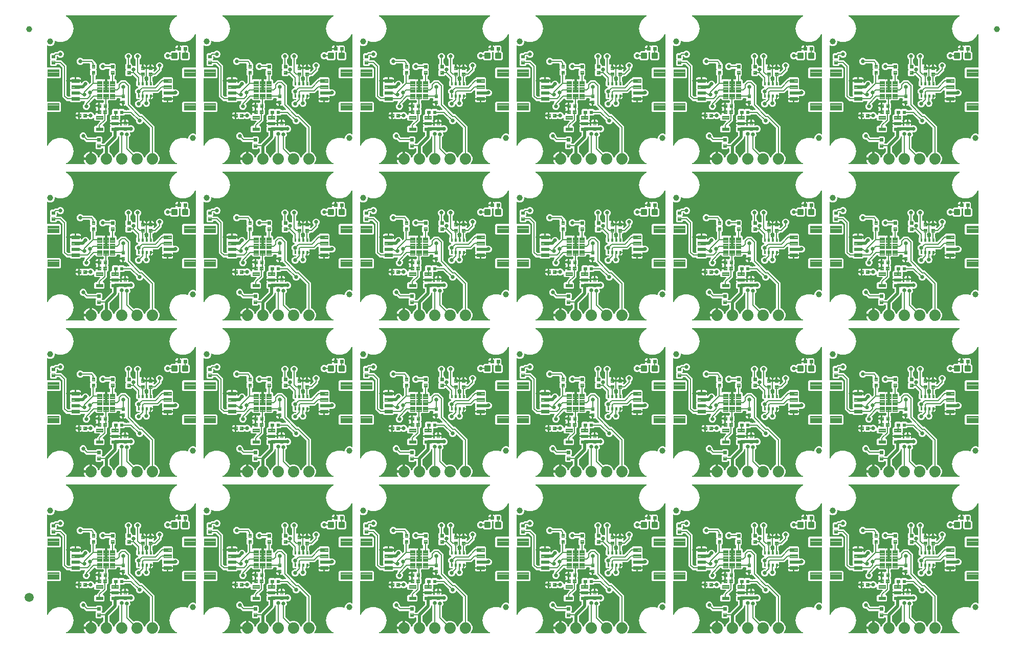
<source format=gtl>
G04 EAGLE Gerber RS-274X export*
G75*
%MOMM*%
%FSLAX34Y34*%
%LPD*%
%INTop Copper*%
%IPPOS*%
%AMOC8*
5,1,8,0,0,1.08239X$1,22.5*%
G01*
%ADD10C,0.102000*%
%ADD11C,1.000000*%
%ADD12C,0.101500*%
%ADD13C,0.096000*%
%ADD14C,1.879600*%
%ADD15C,0.099000*%
%ADD16C,0.300000*%
%ADD17C,1.500000*%
%ADD18C,0.660400*%
%ADD19C,0.203200*%
%ADD20C,0.508000*%

G36*
X1102505Y3570D02*
X1102505Y3570D01*
X1102596Y3573D01*
X1102645Y3589D01*
X1102695Y3597D01*
X1102779Y3634D01*
X1102866Y3663D01*
X1102908Y3692D01*
X1102954Y3713D01*
X1103025Y3772D01*
X1103100Y3824D01*
X1103133Y3864D01*
X1103171Y3896D01*
X1103222Y3973D01*
X1103281Y4044D01*
X1103301Y4091D01*
X1103329Y4133D01*
X1103357Y4221D01*
X1103393Y4305D01*
X1103399Y4356D01*
X1103415Y4404D01*
X1103417Y4496D01*
X1103429Y4587D01*
X1103421Y4638D01*
X1103422Y4688D01*
X1103399Y4777D01*
X1103384Y4868D01*
X1103365Y4908D01*
X1103350Y4963D01*
X1103269Y5100D01*
X1103235Y5169D01*
X1102309Y6443D01*
X1101456Y8117D01*
X1100875Y9904D01*
X1100754Y10669D01*
X1111504Y10669D01*
X1111562Y10677D01*
X1111620Y10675D01*
X1111702Y10697D01*
X1111785Y10709D01*
X1111839Y10733D01*
X1111895Y10747D01*
X1111968Y10790D01*
X1112045Y10825D01*
X1112089Y10863D01*
X1112140Y10893D01*
X1112197Y10954D01*
X1112262Y11009D01*
X1112294Y11057D01*
X1112334Y11100D01*
X1112373Y11175D01*
X1112419Y11245D01*
X1112437Y11301D01*
X1112464Y11353D01*
X1112475Y11421D01*
X1112505Y11516D01*
X1112508Y11616D01*
X1112519Y11684D01*
X1112519Y12701D01*
X1113536Y12701D01*
X1113594Y12709D01*
X1113652Y12708D01*
X1113734Y12729D01*
X1113817Y12741D01*
X1113871Y12765D01*
X1113927Y12779D01*
X1114000Y12822D01*
X1114077Y12857D01*
X1114122Y12895D01*
X1114172Y12925D01*
X1114230Y12986D01*
X1114294Y13041D01*
X1114326Y13089D01*
X1114366Y13132D01*
X1114405Y13207D01*
X1114451Y13277D01*
X1114469Y13333D01*
X1114496Y13385D01*
X1114507Y13453D01*
X1114537Y13548D01*
X1114540Y13648D01*
X1114551Y13716D01*
X1114551Y24466D01*
X1115316Y24345D01*
X1117103Y23764D01*
X1118777Y22911D01*
X1120298Y21806D01*
X1121626Y20478D01*
X1122731Y18957D01*
X1123584Y17283D01*
X1124189Y15420D01*
X1124202Y15394D01*
X1124209Y15364D01*
X1124215Y15355D01*
X1124216Y15348D01*
X1124230Y15325D01*
X1124241Y15291D01*
X1124282Y15229D01*
X1124314Y15164D01*
X1124334Y15143D01*
X1124348Y15117D01*
X1124377Y15088D01*
X1124399Y15055D01*
X1124457Y15007D01*
X1124505Y14953D01*
X1124529Y14939D01*
X1124551Y14917D01*
X1124586Y14898D01*
X1124617Y14872D01*
X1124686Y14841D01*
X1124747Y14804D01*
X1124774Y14796D01*
X1124801Y14782D01*
X1124840Y14773D01*
X1124877Y14757D01*
X1124952Y14746D01*
X1125021Y14727D01*
X1125048Y14727D01*
X1125079Y14721D01*
X1125119Y14723D01*
X1125158Y14718D01*
X1125234Y14729D01*
X1125305Y14729D01*
X1125331Y14737D01*
X1125362Y14739D01*
X1125400Y14753D01*
X1125440Y14759D01*
X1125509Y14790D01*
X1125577Y14810D01*
X1125601Y14825D01*
X1125630Y14836D01*
X1125662Y14859D01*
X1125699Y14876D01*
X1125756Y14925D01*
X1125817Y14963D01*
X1125835Y14985D01*
X1125860Y15002D01*
X1125885Y15034D01*
X1125915Y15060D01*
X1125949Y15114D01*
X1126004Y15177D01*
X1126016Y15203D01*
X1126035Y15226D01*
X1126052Y15268D01*
X1126073Y15301D01*
X1126081Y15326D01*
X1126093Y15345D01*
X1127799Y19463D01*
X1131157Y22821D01*
X1132213Y23258D01*
X1132214Y23259D01*
X1132215Y23260D01*
X1132334Y23330D01*
X1132457Y23403D01*
X1132458Y23404D01*
X1132460Y23405D01*
X1132557Y23508D01*
X1132653Y23610D01*
X1132653Y23611D01*
X1132654Y23612D01*
X1132717Y23735D01*
X1132783Y23862D01*
X1132783Y23864D01*
X1132784Y23865D01*
X1132786Y23880D01*
X1132838Y24141D01*
X1132835Y24172D01*
X1132839Y24196D01*
X1132839Y29380D01*
X1132835Y29409D01*
X1132838Y29439D01*
X1132815Y29550D01*
X1132799Y29662D01*
X1132787Y29688D01*
X1132782Y29717D01*
X1132729Y29818D01*
X1132683Y29921D01*
X1132664Y29944D01*
X1132651Y29970D01*
X1132573Y30052D01*
X1132500Y30138D01*
X1132475Y30154D01*
X1132455Y30176D01*
X1132357Y30233D01*
X1132263Y30296D01*
X1132235Y30305D01*
X1132210Y30319D01*
X1132100Y30347D01*
X1131992Y30382D01*
X1131962Y30382D01*
X1131934Y30389D01*
X1131821Y30386D01*
X1131708Y30389D01*
X1131679Y30381D01*
X1131650Y30380D01*
X1131542Y30346D01*
X1131433Y30317D01*
X1131407Y30302D01*
X1131379Y30293D01*
X1131315Y30247D01*
X1131188Y30172D01*
X1131145Y30126D01*
X1131106Y30098D01*
X1129685Y28677D01*
X1122178Y28677D01*
X1120390Y30464D01*
X1120390Y37971D01*
X1120919Y38500D01*
X1120954Y38546D01*
X1120996Y38587D01*
X1121039Y38660D01*
X1121090Y38727D01*
X1121111Y38782D01*
X1121140Y38832D01*
X1121161Y38914D01*
X1121191Y38993D01*
X1121196Y39051D01*
X1121210Y39108D01*
X1121208Y39192D01*
X1121215Y39276D01*
X1121203Y39333D01*
X1121201Y39392D01*
X1121175Y39472D01*
X1121159Y39555D01*
X1121132Y39607D01*
X1121114Y39662D01*
X1121074Y39718D01*
X1121028Y39807D01*
X1120959Y39879D01*
X1120919Y39935D01*
X1120491Y40363D01*
X1120421Y40416D01*
X1120357Y40476D01*
X1120308Y40501D01*
X1120264Y40534D01*
X1120182Y40566D01*
X1120104Y40605D01*
X1120057Y40613D01*
X1119998Y40636D01*
X1119850Y40648D01*
X1119773Y40661D01*
X1104824Y40661D01*
X1102443Y43042D01*
X1101053Y44431D01*
X1100984Y44484D01*
X1100920Y44544D01*
X1100870Y44569D01*
X1100826Y44602D01*
X1100744Y44633D01*
X1100667Y44673D01*
X1100619Y44681D01*
X1100560Y44703D01*
X1100413Y44716D01*
X1100335Y44729D01*
X1098709Y44729D01*
X1096561Y45618D01*
X1094918Y47262D01*
X1094028Y49409D01*
X1094028Y51734D01*
X1094918Y53881D01*
X1096561Y55525D01*
X1098709Y56414D01*
X1101033Y56414D01*
X1103181Y55525D01*
X1104824Y53881D01*
X1105714Y51734D01*
X1105714Y50252D01*
X1105722Y50195D01*
X1105720Y50142D01*
X1105727Y50114D01*
X1105729Y50078D01*
X1105746Y50025D01*
X1105753Y49970D01*
X1105781Y49907D01*
X1105792Y49867D01*
X1105802Y49850D01*
X1105816Y49807D01*
X1105844Y49768D01*
X1105870Y49711D01*
X1105921Y49650D01*
X1105937Y49622D01*
X1105969Y49593D01*
X1106011Y49534D01*
X1107473Y48072D01*
X1107543Y48019D01*
X1107607Y47959D01*
X1107656Y47934D01*
X1107700Y47901D01*
X1107782Y47870D01*
X1107860Y47830D01*
X1107907Y47822D01*
X1107966Y47800D01*
X1108113Y47787D01*
X1108191Y47774D01*
X1119773Y47774D01*
X1119860Y47787D01*
X1119947Y47789D01*
X1120000Y47806D01*
X1120055Y47814D01*
X1120134Y47850D01*
X1120218Y47877D01*
X1120257Y47905D01*
X1120314Y47930D01*
X1120427Y48026D01*
X1120491Y48072D01*
X1122178Y49758D01*
X1129685Y49758D01*
X1131472Y47971D01*
X1131472Y40464D01*
X1130944Y39936D01*
X1130908Y39889D01*
X1130866Y39849D01*
X1130823Y39776D01*
X1130773Y39708D01*
X1130752Y39654D01*
X1130722Y39603D01*
X1130701Y39522D01*
X1130671Y39443D01*
X1130667Y39384D01*
X1130652Y39328D01*
X1130655Y39243D01*
X1130648Y39159D01*
X1130659Y39102D01*
X1130661Y39044D01*
X1130687Y38963D01*
X1130704Y38881D01*
X1130731Y38829D01*
X1130749Y38773D01*
X1130789Y38717D01*
X1130835Y38628D01*
X1130903Y38556D01*
X1130943Y38500D01*
X1131371Y38072D01*
X1131441Y38019D01*
X1131505Y37959D01*
X1131554Y37934D01*
X1131599Y37901D01*
X1131681Y37870D01*
X1131758Y37830D01*
X1131806Y37822D01*
X1131864Y37800D01*
X1132012Y37787D01*
X1132089Y37774D01*
X1133697Y37774D01*
X1133784Y37787D01*
X1133871Y37789D01*
X1133924Y37806D01*
X1133978Y37814D01*
X1134058Y37850D01*
X1134142Y37877D01*
X1134181Y37905D01*
X1134238Y37930D01*
X1134351Y38026D01*
X1134415Y38072D01*
X1147194Y50851D01*
X1147246Y50921D01*
X1147306Y50984D01*
X1147332Y51034D01*
X1147365Y51078D01*
X1147396Y51160D01*
X1147436Y51238D01*
X1147444Y51285D01*
X1147466Y51344D01*
X1147478Y51491D01*
X1147491Y51569D01*
X1147491Y55619D01*
X1147483Y55677D01*
X1147485Y55735D01*
X1147463Y55817D01*
X1147451Y55900D01*
X1147428Y55954D01*
X1147413Y56010D01*
X1147370Y56083D01*
X1147335Y56160D01*
X1147297Y56204D01*
X1147268Y56255D01*
X1147206Y56312D01*
X1147152Y56377D01*
X1147103Y56409D01*
X1147060Y56449D01*
X1146985Y56488D01*
X1146915Y56534D01*
X1146859Y56552D01*
X1146807Y56579D01*
X1146739Y56590D01*
X1146644Y56620D01*
X1146544Y56623D01*
X1146476Y56634D01*
X1145810Y56634D01*
X1144031Y58412D01*
X1144031Y65437D01*
X1144551Y65957D01*
X1144586Y66004D01*
X1144628Y66044D01*
X1144671Y66117D01*
X1144722Y66184D01*
X1144743Y66239D01*
X1144772Y66289D01*
X1144793Y66371D01*
X1144823Y66450D01*
X1144828Y66508D01*
X1144842Y66565D01*
X1144840Y66649D01*
X1144847Y66733D01*
X1144835Y66790D01*
X1144833Y66849D01*
X1144807Y66929D01*
X1144791Y67012D01*
X1144764Y67064D01*
X1144746Y67119D01*
X1144715Y67163D01*
X1144705Y67190D01*
X1144238Y67998D01*
X1144031Y68770D01*
X1144031Y70050D01*
X1152213Y70050D01*
X1152271Y70059D01*
X1152329Y70057D01*
X1152411Y70078D01*
X1152494Y70090D01*
X1152548Y70114D01*
X1152572Y70121D01*
X1152600Y70106D01*
X1152668Y70095D01*
X1152763Y70064D01*
X1152863Y70062D01*
X1152931Y70050D01*
X1161113Y70050D01*
X1161113Y68770D01*
X1161006Y68373D01*
X1161000Y68325D01*
X1160986Y68278D01*
X1160983Y68184D01*
X1160972Y68091D01*
X1160980Y68043D01*
X1160978Y67994D01*
X1161002Y67903D01*
X1161017Y67810D01*
X1161038Y67766D01*
X1161050Y67719D01*
X1161098Y67638D01*
X1161138Y67553D01*
X1161171Y67516D01*
X1161195Y67474D01*
X1161264Y67410D01*
X1161326Y67339D01*
X1161367Y67313D01*
X1161403Y67280D01*
X1161486Y67237D01*
X1161566Y67186D01*
X1161613Y67173D01*
X1161656Y67150D01*
X1161729Y67138D01*
X1161838Y67106D01*
X1161925Y67105D01*
X1161987Y67095D01*
X1162943Y67095D01*
X1162991Y67102D01*
X1163040Y67100D01*
X1163131Y67122D01*
X1163225Y67135D01*
X1163269Y67155D01*
X1163317Y67166D01*
X1163398Y67213D01*
X1163484Y67251D01*
X1163521Y67282D01*
X1163564Y67307D01*
X1163629Y67374D01*
X1163701Y67435D01*
X1163728Y67475D01*
X1163762Y67510D01*
X1163806Y67593D01*
X1163859Y67671D01*
X1163873Y67718D01*
X1163896Y67761D01*
X1163916Y67853D01*
X1163944Y67942D01*
X1163946Y67991D01*
X1163956Y68039D01*
X1163949Y68113D01*
X1163952Y68227D01*
X1163930Y68310D01*
X1163924Y68373D01*
X1163723Y69123D01*
X1163723Y70515D01*
X1168779Y70515D01*
X1168837Y70523D01*
X1168896Y70522D01*
X1168977Y70543D01*
X1169061Y70555D01*
X1169114Y70579D01*
X1169171Y70593D01*
X1169243Y70636D01*
X1169263Y70645D01*
X1169309Y70615D01*
X1169365Y70597D01*
X1169417Y70570D01*
X1169485Y70559D01*
X1169580Y70529D01*
X1169680Y70526D01*
X1169748Y70515D01*
X1174804Y70515D01*
X1174804Y69123D01*
X1174622Y68444D01*
X1174610Y68339D01*
X1174589Y68236D01*
X1174593Y68199D01*
X1174588Y68162D01*
X1174605Y68058D01*
X1174614Y67953D01*
X1174627Y67918D01*
X1174633Y67881D01*
X1174678Y67786D01*
X1174716Y67688D01*
X1174738Y67658D01*
X1174754Y67624D01*
X1174824Y67545D01*
X1174887Y67461D01*
X1174918Y67439D01*
X1174942Y67410D01*
X1175031Y67354D01*
X1175115Y67291D01*
X1175150Y67278D01*
X1175182Y67257D01*
X1175283Y67228D01*
X1175381Y67190D01*
X1175419Y67187D01*
X1175454Y67177D01*
X1175560Y67176D01*
X1175665Y67168D01*
X1175697Y67175D01*
X1175739Y67175D01*
X1175932Y67229D01*
X1175992Y67243D01*
X1177626Y67920D01*
X1179951Y67920D01*
X1182098Y67031D01*
X1183742Y65387D01*
X1184631Y63240D01*
X1184631Y60915D01*
X1183742Y58768D01*
X1182098Y57124D01*
X1179951Y56235D01*
X1178272Y56235D01*
X1178158Y56219D01*
X1178044Y56209D01*
X1178018Y56199D01*
X1177990Y56195D01*
X1177885Y56148D01*
X1177778Y56107D01*
X1177756Y56090D01*
X1177731Y56079D01*
X1177643Y56005D01*
X1177552Y55935D01*
X1177535Y55913D01*
X1177514Y55895D01*
X1177450Y55800D01*
X1177381Y55708D01*
X1177372Y55682D01*
X1177356Y55658D01*
X1177322Y55549D01*
X1177281Y55442D01*
X1177279Y55414D01*
X1177270Y55387D01*
X1177268Y55272D01*
X1177258Y55158D01*
X1177264Y55134D01*
X1177263Y55103D01*
X1177330Y54846D01*
X1177334Y54831D01*
X1177723Y53893D01*
X1177723Y51568D01*
X1176833Y49421D01*
X1175734Y48322D01*
X1175681Y48252D01*
X1175621Y48188D01*
X1175596Y48139D01*
X1175563Y48094D01*
X1175532Y48013D01*
X1175492Y47935D01*
X1175484Y47887D01*
X1175462Y47829D01*
X1175450Y47681D01*
X1175437Y47604D01*
X1175437Y31434D01*
X1175449Y31347D01*
X1175452Y31260D01*
X1175469Y31207D01*
X1175476Y31152D01*
X1175512Y31073D01*
X1175539Y30989D01*
X1175567Y30950D01*
X1175593Y30893D01*
X1175688Y30780D01*
X1175734Y30716D01*
X1182660Y23790D01*
X1182661Y23789D01*
X1182662Y23788D01*
X1182772Y23706D01*
X1182887Y23620D01*
X1182888Y23619D01*
X1182889Y23618D01*
X1183021Y23568D01*
X1183152Y23518D01*
X1183154Y23518D01*
X1183155Y23518D01*
X1183300Y23506D01*
X1183436Y23495D01*
X1183437Y23495D01*
X1183439Y23495D01*
X1183454Y23499D01*
X1183714Y23551D01*
X1183742Y23565D01*
X1183766Y23570D01*
X1186345Y24639D01*
X1191095Y24639D01*
X1195483Y22821D01*
X1198841Y19463D01*
X1200482Y15501D01*
X1200497Y15476D01*
X1200506Y15448D01*
X1200569Y15354D01*
X1200627Y15257D01*
X1200648Y15236D01*
X1200664Y15212D01*
X1200751Y15139D01*
X1200833Y15061D01*
X1200859Y15048D01*
X1200882Y15029D01*
X1200985Y14983D01*
X1201086Y14931D01*
X1201115Y14925D01*
X1201142Y14914D01*
X1201254Y14898D01*
X1201365Y14876D01*
X1201394Y14879D01*
X1201423Y14875D01*
X1201535Y14891D01*
X1201648Y14901D01*
X1201675Y14911D01*
X1201704Y14915D01*
X1201808Y14962D01*
X1201913Y15003D01*
X1201937Y15020D01*
X1201964Y15032D01*
X1202050Y15106D01*
X1202140Y15174D01*
X1202158Y15198D01*
X1202180Y15217D01*
X1202222Y15283D01*
X1202310Y15402D01*
X1202332Y15460D01*
X1202358Y15501D01*
X1203999Y19463D01*
X1207357Y22821D01*
X1209937Y23890D01*
X1209938Y23890D01*
X1209939Y23891D01*
X1210058Y23961D01*
X1210181Y24034D01*
X1210182Y24035D01*
X1210184Y24036D01*
X1210281Y24140D01*
X1210377Y24241D01*
X1210377Y24242D01*
X1210378Y24243D01*
X1210442Y24367D01*
X1210507Y24493D01*
X1210507Y24495D01*
X1210508Y24496D01*
X1210510Y24511D01*
X1210562Y24772D01*
X1210559Y24803D01*
X1210563Y24828D01*
X1210563Y63410D01*
X1210551Y63496D01*
X1210548Y63584D01*
X1210531Y63636D01*
X1210523Y63691D01*
X1210488Y63771D01*
X1210461Y63854D01*
X1210433Y63893D01*
X1210407Y63950D01*
X1210311Y64064D01*
X1210301Y64079D01*
X1210293Y64092D01*
X1210288Y64097D01*
X1210266Y64127D01*
X1200387Y74007D01*
X1200295Y74076D01*
X1200207Y74150D01*
X1200182Y74161D01*
X1200160Y74178D01*
X1200052Y74219D01*
X1199947Y74265D01*
X1199920Y74269D01*
X1199894Y74279D01*
X1199780Y74288D01*
X1199666Y74304D01*
X1199638Y74300D01*
X1199611Y74302D01*
X1199498Y74280D01*
X1199384Y74263D01*
X1199359Y74252D01*
X1199332Y74247D01*
X1199230Y74194D01*
X1199125Y74146D01*
X1199104Y74128D01*
X1199079Y74116D01*
X1198996Y74036D01*
X1198909Y73962D01*
X1198896Y73941D01*
X1198873Y73920D01*
X1198739Y73690D01*
X1198731Y73677D01*
X1198194Y72382D01*
X1196551Y70739D01*
X1194403Y69849D01*
X1192079Y69849D01*
X1189931Y70739D01*
X1188288Y72382D01*
X1187398Y74530D01*
X1187398Y76084D01*
X1187386Y76171D01*
X1187383Y76258D01*
X1187366Y76311D01*
X1187359Y76366D01*
X1187323Y76446D01*
X1187296Y76529D01*
X1187268Y76568D01*
X1187242Y76625D01*
X1187146Y76738D01*
X1187101Y76802D01*
X1177892Y86011D01*
X1177822Y86064D01*
X1177758Y86124D01*
X1177709Y86149D01*
X1177665Y86182D01*
X1177583Y86213D01*
X1177505Y86253D01*
X1177458Y86261D01*
X1177399Y86283D01*
X1177252Y86295D01*
X1177174Y86308D01*
X1169474Y86308D01*
X1169388Y86296D01*
X1169300Y86293D01*
X1169248Y86276D01*
X1169193Y86269D01*
X1169113Y86233D01*
X1169030Y86206D01*
X1168991Y86178D01*
X1168933Y86152D01*
X1168820Y86056D01*
X1168757Y86011D01*
X1167070Y84324D01*
X1162128Y84324D01*
X1162070Y84316D01*
X1162012Y84318D01*
X1161930Y84296D01*
X1161846Y84285D01*
X1161793Y84261D01*
X1161737Y84246D01*
X1161664Y84203D01*
X1161587Y84168D01*
X1161542Y84131D01*
X1161492Y84101D01*
X1161434Y84039D01*
X1161370Y83985D01*
X1161338Y83936D01*
X1161298Y83893D01*
X1161259Y83818D01*
X1161212Y83748D01*
X1161195Y83692D01*
X1161168Y83640D01*
X1161157Y83572D01*
X1161127Y83477D01*
X1161124Y83377D01*
X1161113Y83309D01*
X1161113Y77412D01*
X1160593Y76893D01*
X1160557Y76845D01*
X1160514Y76804D01*
X1160472Y76732D01*
X1160422Y76665D01*
X1160401Y76610D01*
X1160371Y76558D01*
X1160351Y76478D01*
X1160321Y76400D01*
X1160316Y76341D01*
X1160301Y76283D01*
X1160304Y76199D01*
X1160297Y76116D01*
X1160309Y76058D01*
X1160311Y75999D01*
X1160337Y75919D01*
X1160353Y75838D01*
X1160381Y75785D01*
X1160399Y75728D01*
X1160430Y75686D01*
X1160439Y75660D01*
X1160906Y74852D01*
X1161113Y74079D01*
X1161113Y72799D01*
X1152931Y72799D01*
X1152873Y72791D01*
X1152815Y72792D01*
X1152733Y72771D01*
X1152650Y72759D01*
X1152596Y72735D01*
X1152572Y72729D01*
X1152544Y72744D01*
X1152476Y72755D01*
X1152381Y72785D01*
X1152281Y72788D01*
X1152213Y72799D01*
X1144031Y72799D01*
X1144031Y74079D01*
X1144238Y74852D01*
X1144705Y75660D01*
X1144706Y75662D01*
X1144721Y75682D01*
X1144742Y75738D01*
X1144772Y75789D01*
X1144793Y75870D01*
X1144823Y75948D01*
X1144828Y76007D01*
X1144842Y76065D01*
X1144840Y76148D01*
X1144847Y76231D01*
X1144835Y76289D01*
X1144833Y76349D01*
X1144808Y76428D01*
X1144791Y76510D01*
X1144764Y76563D01*
X1144746Y76619D01*
X1144706Y76675D01*
X1144661Y76762D01*
X1144591Y76836D01*
X1144551Y76893D01*
X1144031Y77412D01*
X1144031Y84437D01*
X1145810Y86216D01*
X1146760Y86216D01*
X1146818Y86224D01*
X1146877Y86222D01*
X1146958Y86244D01*
X1147042Y86255D01*
X1147095Y86279D01*
X1147152Y86294D01*
X1147224Y86337D01*
X1147301Y86372D01*
X1147346Y86409D01*
X1147396Y86439D01*
X1147454Y86501D01*
X1147518Y86555D01*
X1147551Y86604D01*
X1147591Y86647D01*
X1147629Y86722D01*
X1147676Y86792D01*
X1147693Y86848D01*
X1147720Y86900D01*
X1147731Y86968D01*
X1147761Y87063D01*
X1147764Y87163D01*
X1147775Y87231D01*
X1147775Y93619D01*
X1149562Y95406D01*
X1157070Y95406D01*
X1157598Y94877D01*
X1157645Y94842D01*
X1157685Y94800D01*
X1157758Y94757D01*
X1157825Y94707D01*
X1157880Y94686D01*
X1157931Y94656D01*
X1158012Y94635D01*
X1158091Y94605D01*
X1158149Y94601D01*
X1158206Y94586D01*
X1158290Y94589D01*
X1158374Y94582D01*
X1158432Y94593D01*
X1158490Y94595D01*
X1158570Y94621D01*
X1158653Y94638D01*
X1158705Y94665D01*
X1158761Y94683D01*
X1158817Y94723D01*
X1158905Y94769D01*
X1158978Y94837D01*
X1159034Y94877D01*
X1159562Y95406D01*
X1167070Y95406D01*
X1168757Y93719D01*
X1168826Y93667D01*
X1168890Y93607D01*
X1168940Y93582D01*
X1168984Y93548D01*
X1169065Y93517D01*
X1169143Y93477D01*
X1169191Y93469D01*
X1169249Y93447D01*
X1169397Y93435D01*
X1169474Y93422D01*
X1175650Y93422D01*
X1175679Y93426D01*
X1175709Y93424D01*
X1175820Y93446D01*
X1175932Y93462D01*
X1175959Y93474D01*
X1175987Y93479D01*
X1176088Y93532D01*
X1176191Y93578D01*
X1176214Y93597D01*
X1176240Y93610D01*
X1176322Y93688D01*
X1176408Y93762D01*
X1176424Y93786D01*
X1176446Y93806D01*
X1176503Y93904D01*
X1176566Y93998D01*
X1176575Y94026D01*
X1176589Y94052D01*
X1176617Y94161D01*
X1176652Y94269D01*
X1176652Y94299D01*
X1176660Y94327D01*
X1176656Y94440D01*
X1176659Y94554D01*
X1176651Y94582D01*
X1176651Y94611D01*
X1176616Y94719D01*
X1176587Y94829D01*
X1176572Y94854D01*
X1176563Y94882D01*
X1176518Y94946D01*
X1176442Y95073D01*
X1176396Y95116D01*
X1176368Y95155D01*
X1170695Y100828D01*
X1170650Y100881D01*
X1170618Y100903D01*
X1170590Y100931D01*
X1170500Y100981D01*
X1170414Y101039D01*
X1170376Y101050D01*
X1170342Y101070D01*
X1170241Y101093D01*
X1170143Y101124D01*
X1170104Y101125D01*
X1170065Y101134D01*
X1169962Y101129D01*
X1169858Y101132D01*
X1169821Y101122D01*
X1169782Y101120D01*
X1169709Y101093D01*
X1169583Y101060D01*
X1169560Y101046D01*
X1168752Y100829D01*
X1167359Y100829D01*
X1167359Y105886D01*
X1167351Y105944D01*
X1167353Y106002D01*
X1167331Y106084D01*
X1167319Y106167D01*
X1167296Y106221D01*
X1167281Y106277D01*
X1167238Y106350D01*
X1167203Y106427D01*
X1167165Y106471D01*
X1167136Y106522D01*
X1167074Y106579D01*
X1167020Y106644D01*
X1166971Y106676D01*
X1166928Y106716D01*
X1166853Y106755D01*
X1166783Y106801D01*
X1166727Y106819D01*
X1166675Y106846D01*
X1166607Y106857D01*
X1166512Y106887D01*
X1166412Y106890D01*
X1166385Y106894D01*
X1166383Y106912D01*
X1166384Y106970D01*
X1166363Y107052D01*
X1166351Y107136D01*
X1166327Y107189D01*
X1166313Y107245D01*
X1166269Y107318D01*
X1166235Y107395D01*
X1166197Y107440D01*
X1166167Y107490D01*
X1166106Y107548D01*
X1166051Y107612D01*
X1166003Y107644D01*
X1165960Y107684D01*
X1165885Y107723D01*
X1165815Y107770D01*
X1165759Y107787D01*
X1165707Y107814D01*
X1165639Y107825D01*
X1165544Y107855D01*
X1165444Y107858D01*
X1165376Y107869D01*
X1160319Y107869D01*
X1160319Y109262D01*
X1160527Y110038D01*
X1160995Y110848D01*
X1161019Y110879D01*
X1161039Y110934D01*
X1161069Y110984D01*
X1161090Y111066D01*
X1161120Y111145D01*
X1161125Y111203D01*
X1161139Y111260D01*
X1161136Y111344D01*
X1161143Y111428D01*
X1161132Y111486D01*
X1161130Y111544D01*
X1161104Y111624D01*
X1161088Y111707D01*
X1161061Y111759D01*
X1161043Y111815D01*
X1161002Y111871D01*
X1160957Y111959D01*
X1160888Y112032D01*
X1160848Y112088D01*
X1160420Y112516D01*
X1160350Y112568D01*
X1160286Y112628D01*
X1160237Y112654D01*
X1160192Y112687D01*
X1160111Y112718D01*
X1160033Y112758D01*
X1159985Y112766D01*
X1159927Y112788D01*
X1159779Y112800D01*
X1159702Y112813D01*
X1156126Y112813D01*
X1156068Y112805D01*
X1156010Y112807D01*
X1155928Y112785D01*
X1155844Y112773D01*
X1155791Y112750D01*
X1155735Y112735D01*
X1155662Y112692D01*
X1155585Y112657D01*
X1155540Y112619D01*
X1155490Y112590D01*
X1155432Y112528D01*
X1155368Y112474D01*
X1155336Y112425D01*
X1155296Y112382D01*
X1155257Y112307D01*
X1155210Y112237D01*
X1155193Y112181D01*
X1155166Y112129D01*
X1155155Y112061D01*
X1155125Y111966D01*
X1155122Y111866D01*
X1155111Y111798D01*
X1155111Y111296D01*
X1153324Y109509D01*
X1142142Y109509D01*
X1142084Y109501D01*
X1142026Y109503D01*
X1141944Y109481D01*
X1141860Y109469D01*
X1141807Y109446D01*
X1141751Y109431D01*
X1141678Y109388D01*
X1141601Y109353D01*
X1141556Y109315D01*
X1141506Y109286D01*
X1141448Y109224D01*
X1141384Y109170D01*
X1141352Y109121D01*
X1141312Y109078D01*
X1141273Y109003D01*
X1141226Y108933D01*
X1141209Y108877D01*
X1141182Y108825D01*
X1141171Y108757D01*
X1141141Y108662D01*
X1141138Y108562D01*
X1141127Y108494D01*
X1141127Y105098D01*
X1141139Y105012D01*
X1141142Y104924D01*
X1141159Y104872D01*
X1141167Y104817D01*
X1141202Y104737D01*
X1141229Y104654D01*
X1141257Y104614D01*
X1141283Y104557D01*
X1141343Y104486D01*
X1141367Y104446D01*
X1141398Y104416D01*
X1141424Y104380D01*
X1141721Y104084D01*
X1141721Y96576D01*
X1141304Y96160D01*
X1141252Y96090D01*
X1141192Y96026D01*
X1141166Y95977D01*
X1141133Y95932D01*
X1141102Y95851D01*
X1141062Y95773D01*
X1141054Y95725D01*
X1141032Y95667D01*
X1141020Y95519D01*
X1141007Y95442D01*
X1141007Y95211D01*
X1141019Y95124D01*
X1141022Y95037D01*
X1141039Y94984D01*
X1141047Y94929D01*
X1141082Y94849D01*
X1141109Y94766D01*
X1141137Y94727D01*
X1141163Y94670D01*
X1141259Y94556D01*
X1141304Y94493D01*
X1141695Y94102D01*
X1141695Y86594D01*
X1139902Y84800D01*
X1139899Y84800D01*
X1139817Y84779D01*
X1139734Y84767D01*
X1139681Y84743D01*
X1139624Y84729D01*
X1139552Y84686D01*
X1139474Y84651D01*
X1139430Y84613D01*
X1139380Y84583D01*
X1139322Y84522D01*
X1139257Y84467D01*
X1139225Y84419D01*
X1139185Y84376D01*
X1139147Y84301D01*
X1139100Y84231D01*
X1139082Y84175D01*
X1139056Y84123D01*
X1139044Y84055D01*
X1139014Y83960D01*
X1139012Y83860D01*
X1139000Y83792D01*
X1139000Y75324D01*
X1132625Y68949D01*
X1132608Y68925D01*
X1132585Y68906D01*
X1132522Y68812D01*
X1132454Y68721D01*
X1132444Y68694D01*
X1132428Y68670D01*
X1132393Y68562D01*
X1132353Y68456D01*
X1132351Y68427D01*
X1132342Y68399D01*
X1132339Y68285D01*
X1132330Y68172D01*
X1132335Y68144D01*
X1132335Y68114D01*
X1132363Y68005D01*
X1132385Y67894D01*
X1132399Y67868D01*
X1132406Y67839D01*
X1132464Y67742D01*
X1132516Y67641D01*
X1132537Y67620D01*
X1132552Y67595D01*
X1132634Y67517D01*
X1132712Y67435D01*
X1132738Y67420D01*
X1132759Y67400D01*
X1132860Y67349D01*
X1132957Y67292D01*
X1132986Y67284D01*
X1133012Y67271D01*
X1133089Y67258D01*
X1133233Y67222D01*
X1133295Y67224D01*
X1133330Y67218D01*
X1135111Y65437D01*
X1135111Y58412D01*
X1133332Y56634D01*
X1119808Y56634D01*
X1118029Y58412D01*
X1118029Y65437D01*
X1119808Y67216D01*
X1121998Y67216D01*
X1122056Y67224D01*
X1122114Y67222D01*
X1122196Y67244D01*
X1122280Y67255D01*
X1122333Y67279D01*
X1122389Y67294D01*
X1122462Y67337D01*
X1122539Y67372D01*
X1122584Y67409D01*
X1122634Y67439D01*
X1122692Y67501D01*
X1122756Y67555D01*
X1122788Y67604D01*
X1122828Y67647D01*
X1122867Y67722D01*
X1122914Y67792D01*
X1122931Y67848D01*
X1122958Y67900D01*
X1122969Y67968D01*
X1122999Y68063D01*
X1123002Y68163D01*
X1123013Y68231D01*
X1123013Y69397D01*
X1125394Y71777D01*
X1127518Y73901D01*
X1127535Y73924D01*
X1127558Y73943D01*
X1127620Y74038D01*
X1127688Y74128D01*
X1127699Y74155D01*
X1127715Y74180D01*
X1127749Y74288D01*
X1127790Y74394D01*
X1127792Y74423D01*
X1127801Y74451D01*
X1127804Y74564D01*
X1127813Y74677D01*
X1127807Y74706D01*
X1127808Y74735D01*
X1127780Y74845D01*
X1127757Y74956D01*
X1127744Y74982D01*
X1127736Y75010D01*
X1127679Y75108D01*
X1127626Y75208D01*
X1127606Y75229D01*
X1127591Y75255D01*
X1127509Y75332D01*
X1127431Y75414D01*
X1127405Y75429D01*
X1127384Y75449D01*
X1127283Y75501D01*
X1127185Y75558D01*
X1127157Y75565D01*
X1127131Y75579D01*
X1127053Y75592D01*
X1126910Y75628D01*
X1126847Y75626D01*
X1126800Y75634D01*
X1119808Y75634D01*
X1118029Y77412D01*
X1118029Y79555D01*
X1118025Y79584D01*
X1118028Y79613D01*
X1118005Y79725D01*
X1117989Y79837D01*
X1117977Y79863D01*
X1117972Y79892D01*
X1117919Y79993D01*
X1117873Y80096D01*
X1117854Y80118D01*
X1117841Y80145D01*
X1117763Y80227D01*
X1117690Y80313D01*
X1117665Y80329D01*
X1117645Y80351D01*
X1117547Y80408D01*
X1117453Y80471D01*
X1117425Y80480D01*
X1117400Y80494D01*
X1117290Y80522D01*
X1117182Y80556D01*
X1117152Y80557D01*
X1117124Y80564D01*
X1117011Y80561D01*
X1116898Y80564D01*
X1116869Y80556D01*
X1116840Y80555D01*
X1116732Y80520D01*
X1116623Y80492D01*
X1116597Y80477D01*
X1116569Y80468D01*
X1116505Y80422D01*
X1116378Y80347D01*
X1116335Y80301D01*
X1116296Y80273D01*
X1115398Y79375D01*
X1113250Y78485D01*
X1110926Y78485D01*
X1108761Y79382D01*
X1108750Y79394D01*
X1108677Y79437D01*
X1108610Y79487D01*
X1108555Y79508D01*
X1108505Y79538D01*
X1108423Y79559D01*
X1108344Y79589D01*
X1108286Y79593D01*
X1108229Y79608D01*
X1108145Y79605D01*
X1108061Y79612D01*
X1108003Y79601D01*
X1107945Y79599D01*
X1107865Y79573D01*
X1107782Y79556D01*
X1107730Y79529D01*
X1107674Y79511D01*
X1107618Y79471D01*
X1107530Y79425D01*
X1107457Y79357D01*
X1107401Y79316D01*
X1106872Y78787D01*
X1099364Y78787D01*
X1098836Y79316D01*
X1098789Y79351D01*
X1098748Y79394D01*
X1098676Y79436D01*
X1098609Y79487D01*
X1098554Y79508D01*
X1098503Y79537D01*
X1098421Y79558D01*
X1098343Y79588D01*
X1098284Y79593D01*
X1098227Y79607D01*
X1098143Y79604D01*
X1098060Y79611D01*
X1098002Y79600D01*
X1097943Y79598D01*
X1097863Y79572D01*
X1097781Y79556D01*
X1097729Y79528D01*
X1097673Y79510D01*
X1097619Y79472D01*
X1097597Y79464D01*
X1097534Y79427D01*
X1097529Y79425D01*
X1097528Y79424D01*
X1096786Y78995D01*
X1096010Y78787D01*
X1094617Y78787D01*
X1094617Y83844D01*
X1094609Y83902D01*
X1094611Y83960D01*
X1094589Y84042D01*
X1094578Y84125D01*
X1094554Y84179D01*
X1094539Y84235D01*
X1094496Y84308D01*
X1094487Y84327D01*
X1094518Y84373D01*
X1094535Y84429D01*
X1094562Y84481D01*
X1094573Y84549D01*
X1094603Y84644D01*
X1094606Y84744D01*
X1094617Y84812D01*
X1094617Y89869D01*
X1096010Y89869D01*
X1096786Y89661D01*
X1097595Y89193D01*
X1097626Y89170D01*
X1097682Y89149D01*
X1097733Y89119D01*
X1097814Y89098D01*
X1097892Y89068D01*
X1097951Y89063D01*
X1098008Y89049D01*
X1098092Y89052D01*
X1098175Y89045D01*
X1098233Y89056D01*
X1098292Y89058D01*
X1098372Y89084D01*
X1098454Y89100D01*
X1098507Y89127D01*
X1098563Y89145D01*
X1098619Y89185D01*
X1098707Y89231D01*
X1098780Y89300D01*
X1098836Y89340D01*
X1099364Y89869D01*
X1106872Y89869D01*
X1107401Y89340D01*
X1107448Y89304D01*
X1107488Y89262D01*
X1107561Y89219D01*
X1107628Y89169D01*
X1107683Y89148D01*
X1107734Y89118D01*
X1107815Y89097D01*
X1107894Y89067D01*
X1107952Y89063D01*
X1108009Y89048D01*
X1108093Y89051D01*
X1108177Y89044D01*
X1108235Y89055D01*
X1108293Y89057D01*
X1108373Y89083D01*
X1108456Y89100D01*
X1108508Y89127D01*
X1108564Y89145D01*
X1108620Y89185D01*
X1108708Y89231D01*
X1108748Y89269D01*
X1110926Y90171D01*
X1113250Y90171D01*
X1115398Y89281D01*
X1117041Y87638D01*
X1117687Y86080D01*
X1117745Y85981D01*
X1117798Y85879D01*
X1117817Y85859D01*
X1117831Y85835D01*
X1117915Y85756D01*
X1117994Y85673D01*
X1118018Y85659D01*
X1118038Y85640D01*
X1118140Y85587D01*
X1118239Y85529D01*
X1118266Y85522D01*
X1118291Y85510D01*
X1118403Y85487D01*
X1118515Y85459D01*
X1118542Y85460D01*
X1118569Y85455D01*
X1118684Y85465D01*
X1118799Y85468D01*
X1118825Y85477D01*
X1118853Y85479D01*
X1118960Y85520D01*
X1119069Y85556D01*
X1119089Y85570D01*
X1119118Y85581D01*
X1119331Y85742D01*
X1119343Y85751D01*
X1119345Y85753D01*
X1119838Y86246D01*
X1119905Y86255D01*
X1119949Y86275D01*
X1119997Y86287D01*
X1120078Y86333D01*
X1120164Y86372D01*
X1120201Y86403D01*
X1120244Y86427D01*
X1120309Y86495D01*
X1120381Y86555D01*
X1120408Y86596D01*
X1120442Y86631D01*
X1120487Y86714D01*
X1120539Y86792D01*
X1120553Y86838D01*
X1120576Y86881D01*
X1120596Y86973D01*
X1120624Y87063D01*
X1120626Y87112D01*
X1120636Y87159D01*
X1120629Y87233D01*
X1120632Y87347D01*
X1120614Y87416D01*
X1120614Y88849D01*
X1125670Y88849D01*
X1125728Y88857D01*
X1125787Y88855D01*
X1125868Y88877D01*
X1125952Y88888D01*
X1126005Y88912D01*
X1126062Y88927D01*
X1126134Y88970D01*
X1126211Y89005D01*
X1126256Y89042D01*
X1126306Y89072D01*
X1126364Y89134D01*
X1126428Y89188D01*
X1126461Y89237D01*
X1126501Y89280D01*
X1126539Y89355D01*
X1126586Y89425D01*
X1126604Y89481D01*
X1126630Y89533D01*
X1126642Y89601D01*
X1126672Y89696D01*
X1126674Y89796D01*
X1126679Y89822D01*
X1126696Y89825D01*
X1126755Y89823D01*
X1126837Y89845D01*
X1126920Y89857D01*
X1126973Y89881D01*
X1127030Y89895D01*
X1127102Y89938D01*
X1127180Y89973D01*
X1127224Y90011D01*
X1127274Y90041D01*
X1127332Y90102D01*
X1127397Y90157D01*
X1127429Y90205D01*
X1127469Y90248D01*
X1127507Y90323D01*
X1127554Y90393D01*
X1127572Y90449D01*
X1127598Y90501D01*
X1127610Y90569D01*
X1127640Y90664D01*
X1127642Y90764D01*
X1127654Y90832D01*
X1127654Y96700D01*
X1127665Y96736D01*
X1127668Y96836D01*
X1127679Y96904D01*
X1127679Y99846D01*
X1127671Y99904D01*
X1127673Y99962D01*
X1127651Y100044D01*
X1127639Y100127D01*
X1127616Y100181D01*
X1127601Y100237D01*
X1127558Y100310D01*
X1127549Y100329D01*
X1127580Y100375D01*
X1127597Y100431D01*
X1127624Y100483D01*
X1127635Y100551D01*
X1127665Y100646D01*
X1127668Y100746D01*
X1127679Y100814D01*
X1127679Y105871D01*
X1129072Y105871D01*
X1129848Y105663D01*
X1130658Y105195D01*
X1130689Y105171D01*
X1130744Y105151D01*
X1130794Y105121D01*
X1130876Y105100D01*
X1130955Y105070D01*
X1131013Y105065D01*
X1131070Y105051D01*
X1131154Y105054D01*
X1131238Y105047D01*
X1131296Y105058D01*
X1131354Y105060D01*
X1131434Y105086D01*
X1131517Y105102D01*
X1131569Y105129D01*
X1131625Y105147D01*
X1131681Y105188D01*
X1131769Y105233D01*
X1131842Y105302D01*
X1131898Y105342D01*
X1132426Y105871D01*
X1132998Y105871D01*
X1133056Y105879D01*
X1133114Y105877D01*
X1133196Y105899D01*
X1133280Y105911D01*
X1133333Y105934D01*
X1133389Y105949D01*
X1133462Y105992D01*
X1133539Y106027D01*
X1133584Y106065D01*
X1133634Y106094D01*
X1133692Y106156D01*
X1133756Y106210D01*
X1133788Y106259D01*
X1133828Y106302D01*
X1133867Y106377D01*
X1133914Y106447D01*
X1133931Y106503D01*
X1133958Y106555D01*
X1133969Y106623D01*
X1133999Y106718D01*
X1134002Y106818D01*
X1134013Y106886D01*
X1134013Y108494D01*
X1134005Y108552D01*
X1134007Y108610D01*
X1133985Y108692D01*
X1133973Y108776D01*
X1133950Y108829D01*
X1133935Y108885D01*
X1133892Y108958D01*
X1133857Y109035D01*
X1133819Y109080D01*
X1133790Y109130D01*
X1133728Y109188D01*
X1133674Y109252D01*
X1133625Y109284D01*
X1133582Y109324D01*
X1133507Y109363D01*
X1133437Y109410D01*
X1133381Y109427D01*
X1133329Y109454D01*
X1133261Y109465D01*
X1133166Y109495D01*
X1133066Y109498D01*
X1132998Y109509D01*
X1121816Y109509D01*
X1120029Y111296D01*
X1120029Y111433D01*
X1120025Y111462D01*
X1120028Y111491D01*
X1120005Y111602D01*
X1119989Y111714D01*
X1119977Y111741D01*
X1119972Y111770D01*
X1119920Y111870D01*
X1119873Y111974D01*
X1119854Y111996D01*
X1119841Y112022D01*
X1119763Y112104D01*
X1119690Y112191D01*
X1119665Y112207D01*
X1119645Y112228D01*
X1119547Y112285D01*
X1119453Y112348D01*
X1119425Y112357D01*
X1119400Y112372D01*
X1119290Y112400D01*
X1119182Y112434D01*
X1119152Y112435D01*
X1119124Y112442D01*
X1119011Y112438D01*
X1118898Y112441D01*
X1118869Y112434D01*
X1118840Y112433D01*
X1118732Y112398D01*
X1118623Y112369D01*
X1118597Y112354D01*
X1118569Y112345D01*
X1118506Y112300D01*
X1118378Y112224D01*
X1118335Y112178D01*
X1118296Y112151D01*
X1110211Y104065D01*
X1110210Y104064D01*
X1110208Y104063D01*
X1110122Y103948D01*
X1110040Y103838D01*
X1110039Y103836D01*
X1110038Y103835D01*
X1109988Y103702D01*
X1109939Y103572D01*
X1109938Y103571D01*
X1109938Y103569D01*
X1109926Y103416D01*
X1109915Y103289D01*
X1109915Y103287D01*
X1109915Y103286D01*
X1109919Y103270D01*
X1109971Y103010D01*
X1109985Y102983D01*
X1109991Y102959D01*
X1110819Y100959D01*
X1110819Y98634D01*
X1109929Y96487D01*
X1108286Y94843D01*
X1106138Y93954D01*
X1103814Y93954D01*
X1101667Y94843D01*
X1100023Y96487D01*
X1099133Y98634D01*
X1099133Y100959D01*
X1100023Y103106D01*
X1101122Y104205D01*
X1101175Y104275D01*
X1101235Y104339D01*
X1101260Y104388D01*
X1101293Y104433D01*
X1101324Y104514D01*
X1101364Y104592D01*
X1101372Y104640D01*
X1101394Y104698D01*
X1101407Y104846D01*
X1101419Y104923D01*
X1101419Y105334D01*
X1102796Y106710D01*
X1102813Y106734D01*
X1102836Y106753D01*
X1102899Y106847D01*
X1102967Y106937D01*
X1102977Y106965D01*
X1102993Y106989D01*
X1103028Y107097D01*
X1103068Y107203D01*
X1103070Y107232D01*
X1103079Y107260D01*
X1103082Y107374D01*
X1103091Y107486D01*
X1103086Y107515D01*
X1103086Y107544D01*
X1103058Y107654D01*
X1103036Y107765D01*
X1103022Y107791D01*
X1103015Y107819D01*
X1102957Y107917D01*
X1102905Y108017D01*
X1102884Y108039D01*
X1102869Y108064D01*
X1102787Y108141D01*
X1102709Y108223D01*
X1102683Y108238D01*
X1102662Y108258D01*
X1102561Y108310D01*
X1102464Y108367D01*
X1102435Y108374D01*
X1102409Y108388D01*
X1102332Y108401D01*
X1102188Y108437D01*
X1102126Y108435D01*
X1102078Y108443D01*
X1097028Y108443D01*
X1096942Y108431D01*
X1096854Y108428D01*
X1096801Y108411D01*
X1096747Y108403D01*
X1096667Y108368D01*
X1096584Y108341D01*
X1096544Y108313D01*
X1096487Y108287D01*
X1096374Y108191D01*
X1096310Y108146D01*
X1094624Y106459D01*
X1079616Y106459D01*
X1077930Y108146D01*
X1077860Y108198D01*
X1077796Y108258D01*
X1077747Y108284D01*
X1077703Y108317D01*
X1077621Y108348D01*
X1077543Y108388D01*
X1077495Y108396D01*
X1077437Y108418D01*
X1077289Y108430D01*
X1077212Y108443D01*
X1072123Y108443D01*
X1065097Y115468D01*
X1065097Y164044D01*
X1065085Y164131D01*
X1065082Y164218D01*
X1065065Y164271D01*
X1065058Y164326D01*
X1065022Y164406D01*
X1064995Y164489D01*
X1064967Y164528D01*
X1064941Y164585D01*
X1064846Y164699D01*
X1064800Y164762D01*
X1061226Y168336D01*
X1061156Y168389D01*
X1061092Y168449D01*
X1061043Y168474D01*
X1060999Y168507D01*
X1060917Y168538D01*
X1060839Y168578D01*
X1060792Y168586D01*
X1060733Y168608D01*
X1060586Y168621D01*
X1060508Y168634D01*
X1056753Y168634D01*
X1056666Y168621D01*
X1056579Y168619D01*
X1056526Y168602D01*
X1056471Y168594D01*
X1056392Y168558D01*
X1056308Y168531D01*
X1056269Y168503D01*
X1056212Y168478D01*
X1056099Y168382D01*
X1056035Y168336D01*
X1054348Y166650D01*
X1046841Y166650D01*
X1045054Y168437D01*
X1045054Y175944D01*
X1045583Y176472D01*
X1045592Y176485D01*
X1045597Y176489D01*
X1045610Y176509D01*
X1045618Y176519D01*
X1045660Y176559D01*
X1045703Y176632D01*
X1045753Y176700D01*
X1045774Y176754D01*
X1045804Y176805D01*
X1045825Y176886D01*
X1045855Y176965D01*
X1045859Y177024D01*
X1045874Y177080D01*
X1045871Y177164D01*
X1045878Y177249D01*
X1045867Y177306D01*
X1045865Y177364D01*
X1045839Y177445D01*
X1045822Y177527D01*
X1045795Y177579D01*
X1045777Y177635D01*
X1045737Y177691D01*
X1045691Y177780D01*
X1045623Y177852D01*
X1045583Y177908D01*
X1045054Y178437D01*
X1045054Y185944D01*
X1046841Y187731D01*
X1050685Y187731D01*
X1050772Y187743D01*
X1050859Y187746D01*
X1050912Y187763D01*
X1050967Y187771D01*
X1051046Y187807D01*
X1051130Y187834D01*
X1051169Y187862D01*
X1051226Y187887D01*
X1051339Y187983D01*
X1051403Y188028D01*
X1052986Y189612D01*
X1057051Y189612D01*
X1057137Y189624D01*
X1057225Y189627D01*
X1057277Y189644D01*
X1057332Y189652D01*
X1057412Y189687D01*
X1057495Y189714D01*
X1057534Y189742D01*
X1057591Y189768D01*
X1057705Y189864D01*
X1057768Y189909D01*
X1058867Y191008D01*
X1061015Y191898D01*
X1063339Y191898D01*
X1065487Y191008D01*
X1067130Y189365D01*
X1068020Y187217D01*
X1068020Y184893D01*
X1067130Y182745D01*
X1065487Y181102D01*
X1063339Y180212D01*
X1061015Y180212D01*
X1058868Y181102D01*
X1057869Y182101D01*
X1057845Y182118D01*
X1057826Y182141D01*
X1057732Y182203D01*
X1057642Y182272D01*
X1057614Y182282D01*
X1057590Y182298D01*
X1057482Y182332D01*
X1057376Y182373D01*
X1057347Y182375D01*
X1057319Y182384D01*
X1057205Y182387D01*
X1057093Y182396D01*
X1057064Y182391D01*
X1057034Y182391D01*
X1056925Y182363D01*
X1056814Y182340D01*
X1056788Y182327D01*
X1056759Y182320D01*
X1056662Y182262D01*
X1056561Y182209D01*
X1056540Y182189D01*
X1056515Y182174D01*
X1056437Y182092D01*
X1056355Y182014D01*
X1056341Y181988D01*
X1056320Y181967D01*
X1056269Y181866D01*
X1056212Y181768D01*
X1056204Y181740D01*
X1056191Y181714D01*
X1056178Y181636D01*
X1056142Y181493D01*
X1056144Y181430D01*
X1056136Y181383D01*
X1056136Y178437D01*
X1055607Y177908D01*
X1055572Y177862D01*
X1055530Y177821D01*
X1055487Y177748D01*
X1055436Y177681D01*
X1055415Y177626D01*
X1055386Y177576D01*
X1055365Y177494D01*
X1055335Y177415D01*
X1055330Y177357D01*
X1055316Y177300D01*
X1055318Y177216D01*
X1055311Y177132D01*
X1055323Y177075D01*
X1055325Y177016D01*
X1055351Y176936D01*
X1055367Y176853D01*
X1055394Y176801D01*
X1055412Y176746D01*
X1055452Y176690D01*
X1055498Y176601D01*
X1055547Y176550D01*
X1055559Y176529D01*
X1055583Y176507D01*
X1055607Y176472D01*
X1056035Y176044D01*
X1056105Y175992D01*
X1056169Y175932D01*
X1056218Y175907D01*
X1056262Y175874D01*
X1056344Y175842D01*
X1056422Y175803D01*
X1056469Y175795D01*
X1056528Y175772D01*
X1056676Y175760D01*
X1056753Y175747D01*
X1063875Y175747D01*
X1072211Y167411D01*
X1072211Y118835D01*
X1072223Y118749D01*
X1072226Y118661D01*
X1072243Y118609D01*
X1072251Y118554D01*
X1072287Y118474D01*
X1072313Y118391D01*
X1072341Y118352D01*
X1072367Y118294D01*
X1072463Y118181D01*
X1072508Y118118D01*
X1074772Y115854D01*
X1074841Y115802D01*
X1074905Y115742D01*
X1074955Y115716D01*
X1074999Y115683D01*
X1075081Y115652D01*
X1075159Y115612D01*
X1075206Y115604D01*
X1075265Y115582D01*
X1075412Y115570D01*
X1075490Y115557D01*
X1077212Y115557D01*
X1077298Y115569D01*
X1077386Y115572D01*
X1077439Y115589D01*
X1077493Y115597D01*
X1077573Y115632D01*
X1077656Y115659D01*
X1077696Y115687D01*
X1077753Y115713D01*
X1077866Y115809D01*
X1077930Y115854D01*
X1078358Y116282D01*
X1078393Y116329D01*
X1078435Y116369D01*
X1078478Y116442D01*
X1078529Y116509D01*
X1078549Y116564D01*
X1078579Y116614D01*
X1078600Y116696D01*
X1078630Y116775D01*
X1078635Y116833D01*
X1078649Y116890D01*
X1078646Y116974D01*
X1078653Y117058D01*
X1078642Y117116D01*
X1078640Y117174D01*
X1078614Y117254D01*
X1078597Y117337D01*
X1078571Y117389D01*
X1078553Y117445D01*
X1078512Y117501D01*
X1078467Y117589D01*
X1078398Y117662D01*
X1078358Y117718D01*
X1077829Y118246D01*
X1077829Y125754D01*
X1078358Y126282D01*
X1078393Y126329D01*
X1078435Y126369D01*
X1078478Y126442D01*
X1078529Y126509D01*
X1078549Y126564D01*
X1078579Y126614D01*
X1078600Y126696D01*
X1078630Y126775D01*
X1078635Y126833D01*
X1078649Y126890D01*
X1078646Y126974D01*
X1078653Y127058D01*
X1078642Y127116D01*
X1078640Y127174D01*
X1078614Y127254D01*
X1078598Y127337D01*
X1078571Y127389D01*
X1078553Y127445D01*
X1078512Y127501D01*
X1078467Y127589D01*
X1078398Y127662D01*
X1078358Y127718D01*
X1077829Y128246D01*
X1077829Y135754D01*
X1078358Y136282D01*
X1078393Y136329D01*
X1078435Y136369D01*
X1078478Y136442D01*
X1078529Y136509D01*
X1078549Y136564D01*
X1078579Y136614D01*
X1078600Y136696D01*
X1078630Y136775D01*
X1078635Y136833D01*
X1078649Y136890D01*
X1078646Y136974D01*
X1078653Y137058D01*
X1078642Y137116D01*
X1078640Y137174D01*
X1078614Y137254D01*
X1078598Y137337D01*
X1078571Y137389D01*
X1078553Y137445D01*
X1078514Y137499D01*
X1078506Y137521D01*
X1078469Y137584D01*
X1078467Y137589D01*
X1078466Y137590D01*
X1078037Y138332D01*
X1077829Y139108D01*
X1077829Y140501D01*
X1086636Y140501D01*
X1086694Y140509D01*
X1086752Y140507D01*
X1086834Y140529D01*
X1086917Y140541D01*
X1086971Y140564D01*
X1087027Y140579D01*
X1087100Y140622D01*
X1087119Y140631D01*
X1087165Y140600D01*
X1087221Y140583D01*
X1087273Y140556D01*
X1087341Y140545D01*
X1087436Y140515D01*
X1087536Y140512D01*
X1087604Y140501D01*
X1096411Y140501D01*
X1096411Y138988D01*
X1096423Y138903D01*
X1096425Y138817D01*
X1096443Y138763D01*
X1096451Y138706D01*
X1096486Y138628D01*
X1096512Y138546D01*
X1096544Y138499D01*
X1096567Y138447D01*
X1096622Y138381D01*
X1096670Y138310D01*
X1096714Y138273D01*
X1096750Y138230D01*
X1096822Y138182D01*
X1096888Y138127D01*
X1096940Y138104D01*
X1096987Y138072D01*
X1097069Y138046D01*
X1097148Y138012D01*
X1097204Y138004D01*
X1097258Y137987D01*
X1097344Y137984D01*
X1097429Y137973D01*
X1097485Y137981D01*
X1097542Y137979D01*
X1097625Y138001D01*
X1097711Y138013D01*
X1097762Y138037D01*
X1097817Y138051D01*
X1097891Y138095D01*
X1097970Y138130D01*
X1098013Y138167D01*
X1098062Y138196D01*
X1098121Y138259D01*
X1098186Y138315D01*
X1098212Y138357D01*
X1098256Y138404D01*
X1098322Y138533D01*
X1098364Y138599D01*
X1098855Y139784D01*
X1100498Y141427D01*
X1102646Y142317D01*
X1104970Y142317D01*
X1107118Y141427D01*
X1108761Y139784D01*
X1109632Y137681D01*
X1109691Y137582D01*
X1109743Y137480D01*
X1109763Y137460D01*
X1109777Y137436D01*
X1109860Y137357D01*
X1109939Y137274D01*
X1109963Y137260D01*
X1109983Y137241D01*
X1110085Y137188D01*
X1110185Y137130D01*
X1110211Y137123D01*
X1110236Y137110D01*
X1110349Y137088D01*
X1110460Y137060D01*
X1110488Y137061D01*
X1110515Y137055D01*
X1110629Y137065D01*
X1110744Y137069D01*
X1110771Y137077D01*
X1110798Y137080D01*
X1110905Y137121D01*
X1111015Y137156D01*
X1111035Y137171D01*
X1111064Y137182D01*
X1111277Y137343D01*
X1111288Y137351D01*
X1111290Y137353D01*
X1111290Y137354D01*
X1112832Y138895D01*
X1112845Y138913D01*
X1112859Y138925D01*
X1112890Y138971D01*
X1112944Y139028D01*
X1112969Y139078D01*
X1113002Y139122D01*
X1113034Y139204D01*
X1113073Y139282D01*
X1113081Y139329D01*
X1113104Y139388D01*
X1113116Y139535D01*
X1113129Y139613D01*
X1113129Y149675D01*
X1113117Y149761D01*
X1113114Y149849D01*
X1113097Y149901D01*
X1113089Y149956D01*
X1113053Y150036D01*
X1113026Y150119D01*
X1112998Y150158D01*
X1112973Y150215D01*
X1112877Y150329D01*
X1112832Y150392D01*
X1111145Y152079D01*
X1111145Y159586D01*
X1111673Y160115D01*
X1111708Y160162D01*
X1111751Y160202D01*
X1111794Y160275D01*
X1111844Y160342D01*
X1111865Y160397D01*
X1111895Y160447D01*
X1111915Y160529D01*
X1111945Y160608D01*
X1111950Y160666D01*
X1111965Y160723D01*
X1111962Y160807D01*
X1111969Y160891D01*
X1111958Y160948D01*
X1111956Y161007D01*
X1111930Y161087D01*
X1111913Y161170D01*
X1111886Y161222D01*
X1111868Y161277D01*
X1111828Y161333D01*
X1111782Y161422D01*
X1111713Y161495D01*
X1111673Y161551D01*
X1111145Y162079D01*
X1111145Y169418D01*
X1111137Y169476D01*
X1111138Y169534D01*
X1111117Y169616D01*
X1111105Y169700D01*
X1111081Y169753D01*
X1111066Y169809D01*
X1111023Y169882D01*
X1110989Y169959D01*
X1110951Y170004D01*
X1110921Y170054D01*
X1110860Y170112D01*
X1110805Y170176D01*
X1110757Y170208D01*
X1110714Y170248D01*
X1110639Y170287D01*
X1110569Y170334D01*
X1110513Y170351D01*
X1110461Y170378D01*
X1110393Y170389D01*
X1110297Y170419D01*
X1110198Y170422D01*
X1110130Y170433D01*
X1100019Y170433D01*
X1099932Y170421D01*
X1099845Y170418D01*
X1099792Y170401D01*
X1099738Y170393D01*
X1099658Y170358D01*
X1099575Y170331D01*
X1099535Y170303D01*
X1099478Y170277D01*
X1099365Y170181D01*
X1099301Y170136D01*
X1098202Y169037D01*
X1096055Y168147D01*
X1093730Y168147D01*
X1091583Y169037D01*
X1089939Y170680D01*
X1089050Y172828D01*
X1089050Y175152D01*
X1089939Y177300D01*
X1091583Y178943D01*
X1093730Y179833D01*
X1096055Y179833D01*
X1098202Y178943D01*
X1099301Y177844D01*
X1099371Y177792D01*
X1099435Y177732D01*
X1099484Y177706D01*
X1099528Y177673D01*
X1099610Y177642D01*
X1099688Y177602D01*
X1099736Y177594D01*
X1099794Y177572D01*
X1099942Y177560D01*
X1100019Y177547D01*
X1114853Y177547D01*
X1120242Y172157D01*
X1120242Y171991D01*
X1120255Y171904D01*
X1120257Y171817D01*
X1120274Y171764D01*
X1120282Y171709D01*
X1120318Y171630D01*
X1120345Y171546D01*
X1120373Y171507D01*
X1120398Y171450D01*
X1120494Y171337D01*
X1120540Y171273D01*
X1122226Y169586D01*
X1122226Y162079D01*
X1121698Y161551D01*
X1121663Y161504D01*
X1121620Y161464D01*
X1121578Y161391D01*
X1121527Y161323D01*
X1121506Y161269D01*
X1121477Y161218D01*
X1121456Y161137D01*
X1121426Y161058D01*
X1121421Y160999D01*
X1121407Y160943D01*
X1121409Y160859D01*
X1121402Y160774D01*
X1121414Y160717D01*
X1121416Y160659D01*
X1121442Y160578D01*
X1121458Y160496D01*
X1121485Y160444D01*
X1121503Y160388D01*
X1121543Y160332D01*
X1121589Y160243D01*
X1121658Y160171D01*
X1121698Y160115D01*
X1122226Y159586D01*
X1122226Y152079D01*
X1120540Y150392D01*
X1120487Y150323D01*
X1120427Y150259D01*
X1120402Y150209D01*
X1120369Y150165D01*
X1120338Y150083D01*
X1120298Y150006D01*
X1120290Y149958D01*
X1120268Y149900D01*
X1120255Y149752D01*
X1120242Y149675D01*
X1120242Y144968D01*
X1120246Y144939D01*
X1120244Y144909D01*
X1120266Y144798D01*
X1120282Y144686D01*
X1120294Y144660D01*
X1120300Y144631D01*
X1120352Y144530D01*
X1120398Y144427D01*
X1120417Y144404D01*
X1120431Y144378D01*
X1120509Y144296D01*
X1120582Y144210D01*
X1120607Y144194D01*
X1120627Y144172D01*
X1120725Y144115D01*
X1120819Y144052D01*
X1120847Y144043D01*
X1120872Y144029D01*
X1120982Y144001D01*
X1121090Y143966D01*
X1121119Y143966D01*
X1121148Y143958D01*
X1121261Y143962D01*
X1121374Y143959D01*
X1121402Y143967D01*
X1121432Y143968D01*
X1121539Y144002D01*
X1121649Y144031D01*
X1121674Y144046D01*
X1121702Y144055D01*
X1121752Y144091D01*
X1132456Y144091D01*
X1132458Y144089D01*
X1132522Y144076D01*
X1132582Y144053D01*
X1132660Y144046D01*
X1132736Y144030D01*
X1132792Y144035D01*
X1132866Y144029D01*
X1132993Y144054D01*
X1133071Y144062D01*
X1133178Y144091D01*
X1135539Y144091D01*
X1135539Y138316D01*
X1135547Y138258D01*
X1135545Y138200D01*
X1135567Y138118D01*
X1135579Y138035D01*
X1135603Y137981D01*
X1135617Y137925D01*
X1135660Y137852D01*
X1135695Y137775D01*
X1135733Y137731D01*
X1135763Y137680D01*
X1135824Y137623D01*
X1135879Y137558D01*
X1135927Y137526D01*
X1135970Y137486D01*
X1136045Y137447D01*
X1136115Y137401D01*
X1136171Y137383D01*
X1136223Y137356D01*
X1136291Y137345D01*
X1136386Y137315D01*
X1136486Y137312D01*
X1136554Y137301D01*
X1138586Y137301D01*
X1138644Y137309D01*
X1138702Y137308D01*
X1138784Y137329D01*
X1138867Y137341D01*
X1138921Y137365D01*
X1138977Y137379D01*
X1139050Y137422D01*
X1139127Y137457D01*
X1139171Y137495D01*
X1139222Y137525D01*
X1139279Y137586D01*
X1139344Y137641D01*
X1139376Y137689D01*
X1139416Y137732D01*
X1139455Y137807D01*
X1139501Y137877D01*
X1139519Y137933D01*
X1139546Y137985D01*
X1139557Y138053D01*
X1139587Y138148D01*
X1139590Y138248D01*
X1139601Y138316D01*
X1139601Y144091D01*
X1141962Y144091D01*
X1142069Y144062D01*
X1142147Y144052D01*
X1142222Y144033D01*
X1142287Y144035D01*
X1142352Y144027D01*
X1142429Y144040D01*
X1142507Y144042D01*
X1142568Y144062D01*
X1142632Y144073D01*
X1142671Y144091D01*
X1143610Y144091D01*
X1143667Y144099D01*
X1143726Y144097D01*
X1143808Y144119D01*
X1143891Y144131D01*
X1143944Y144154D01*
X1144001Y144169D01*
X1144073Y144212D01*
X1144151Y144247D01*
X1144195Y144285D01*
X1144245Y144314D01*
X1144303Y144376D01*
X1144368Y144430D01*
X1144400Y144479D01*
X1144440Y144522D01*
X1144478Y144597D01*
X1144525Y144667D01*
X1144543Y144723D01*
X1144569Y144775D01*
X1144581Y144843D01*
X1144611Y144938D01*
X1144613Y145038D01*
X1144625Y145106D01*
X1144625Y149217D01*
X1144613Y149304D01*
X1144610Y149391D01*
X1144593Y149444D01*
X1144585Y149499D01*
X1144549Y149579D01*
X1144522Y149662D01*
X1144494Y149701D01*
X1144469Y149758D01*
X1144373Y149871D01*
X1144327Y149935D01*
X1142641Y151622D01*
X1142641Y159129D01*
X1143169Y159658D01*
X1143204Y159704D01*
X1143247Y159745D01*
X1143290Y159818D01*
X1143340Y159885D01*
X1143361Y159940D01*
X1143391Y159990D01*
X1143411Y160072D01*
X1143441Y160151D01*
X1143446Y160209D01*
X1143461Y160265D01*
X1143458Y160350D01*
X1143465Y160434D01*
X1143453Y160491D01*
X1143452Y160550D01*
X1143426Y160630D01*
X1143409Y160713D01*
X1143382Y160764D01*
X1143364Y160820D01*
X1143324Y160876D01*
X1143278Y160965D01*
X1143209Y161037D01*
X1143169Y161093D01*
X1142741Y161521D01*
X1142672Y161574D01*
X1142608Y161634D01*
X1142558Y161659D01*
X1142514Y161692D01*
X1142432Y161724D01*
X1142354Y161763D01*
X1142307Y161771D01*
X1142248Y161794D01*
X1142101Y161806D01*
X1142023Y161819D01*
X1137686Y161819D01*
X1137600Y161807D01*
X1137512Y161804D01*
X1137459Y161787D01*
X1137405Y161779D01*
X1137325Y161743D01*
X1137242Y161716D01*
X1137202Y161688D01*
X1137145Y161663D01*
X1137032Y161567D01*
X1136968Y161521D01*
X1135921Y160474D01*
X1133774Y159585D01*
X1131449Y159585D01*
X1129302Y160474D01*
X1127658Y162118D01*
X1126769Y164265D01*
X1126769Y166590D01*
X1127658Y168737D01*
X1129302Y170381D01*
X1131449Y171270D01*
X1133774Y171270D01*
X1135921Y170381D01*
X1137072Y169230D01*
X1137142Y169177D01*
X1137206Y169117D01*
X1137255Y169092D01*
X1137299Y169059D01*
X1137381Y169028D01*
X1137459Y168988D01*
X1137506Y168980D01*
X1137565Y168958D01*
X1137713Y168945D01*
X1137790Y168932D01*
X1142023Y168932D01*
X1142110Y168945D01*
X1142197Y168947D01*
X1142250Y168964D01*
X1142305Y168972D01*
X1142385Y169008D01*
X1142468Y169035D01*
X1142507Y169063D01*
X1142564Y169088D01*
X1142678Y169184D01*
X1142741Y169230D01*
X1144428Y170916D01*
X1151935Y170916D01*
X1153722Y169129D01*
X1153722Y161622D01*
X1153194Y161093D01*
X1153159Y161047D01*
X1153116Y161006D01*
X1153074Y160934D01*
X1153023Y160866D01*
X1153002Y160812D01*
X1152973Y160761D01*
X1152952Y160679D01*
X1152922Y160601D01*
X1152917Y160542D01*
X1152903Y160486D01*
X1152905Y160401D01*
X1152898Y160317D01*
X1152910Y160260D01*
X1152912Y160202D01*
X1152938Y160121D01*
X1152954Y160039D01*
X1152981Y159987D01*
X1152999Y159931D01*
X1153039Y159875D01*
X1153085Y159786D01*
X1153154Y159714D01*
X1153194Y159658D01*
X1153722Y159129D01*
X1153722Y151622D01*
X1152036Y149935D01*
X1151983Y149865D01*
X1151923Y149802D01*
X1151898Y149752D01*
X1151865Y149708D01*
X1151834Y149626D01*
X1151794Y149548D01*
X1151786Y149501D01*
X1151764Y149442D01*
X1151751Y149295D01*
X1151738Y149217D01*
X1151738Y145106D01*
X1151747Y145048D01*
X1151745Y144990D01*
X1151766Y144908D01*
X1151778Y144824D01*
X1151802Y144771D01*
X1151817Y144715D01*
X1151860Y144642D01*
X1151894Y144565D01*
X1151932Y144520D01*
X1151962Y144470D01*
X1152024Y144412D01*
X1152078Y144348D01*
X1152127Y144316D01*
X1152169Y144276D01*
X1152244Y144237D01*
X1152315Y144190D01*
X1152371Y144173D01*
X1152423Y144146D01*
X1152491Y144135D01*
X1152586Y144105D01*
X1152686Y144102D01*
X1152754Y144091D01*
X1153324Y144091D01*
X1155111Y142304D01*
X1155111Y138642D01*
X1155115Y138612D01*
X1155112Y138583D01*
X1155135Y138472D01*
X1155151Y138360D01*
X1155163Y138333D01*
X1155168Y138305D01*
X1155220Y138204D01*
X1155267Y138101D01*
X1155286Y138078D01*
X1155299Y138052D01*
X1155377Y137970D01*
X1155450Y137884D01*
X1155475Y137867D01*
X1155495Y137846D01*
X1155593Y137789D01*
X1155687Y137726D01*
X1155715Y137717D01*
X1155740Y137702D01*
X1155850Y137675D01*
X1155958Y137640D01*
X1155988Y137640D01*
X1156016Y137632D01*
X1156129Y137636D01*
X1156242Y137633D01*
X1156271Y137640D01*
X1156300Y137641D01*
X1156408Y137676D01*
X1156517Y137705D01*
X1156543Y137720D01*
X1156571Y137729D01*
X1156634Y137774D01*
X1156762Y137850D01*
X1156805Y137896D01*
X1156844Y137924D01*
X1159542Y140622D01*
X1161923Y143003D01*
X1170381Y143003D01*
X1178104Y135280D01*
X1178104Y103900D01*
X1178116Y103814D01*
X1178119Y103726D01*
X1178136Y103674D01*
X1178143Y103619D01*
X1178179Y103539D01*
X1178206Y103456D01*
X1178234Y103416D01*
X1178260Y103359D01*
X1178355Y103246D01*
X1178401Y103182D01*
X1194646Y86938D01*
X1194716Y86885D01*
X1194779Y86825D01*
X1194829Y86800D01*
X1194873Y86767D01*
X1194955Y86735D01*
X1195033Y86696D01*
X1195080Y86688D01*
X1195139Y86665D01*
X1195286Y86653D01*
X1195364Y86640D01*
X1197813Y86640D01*
X1217677Y66777D01*
X1217677Y24828D01*
X1217677Y24826D01*
X1217677Y24824D01*
X1217684Y24775D01*
X1217683Y24761D01*
X1217689Y24739D01*
X1217697Y24682D01*
X1217717Y24546D01*
X1217717Y24545D01*
X1217717Y24543D01*
X1217774Y24417D01*
X1217833Y24287D01*
X1217834Y24285D01*
X1217835Y24284D01*
X1217926Y24177D01*
X1218016Y24070D01*
X1218018Y24069D01*
X1218019Y24068D01*
X1218032Y24059D01*
X1218253Y23912D01*
X1218282Y23903D01*
X1218303Y23890D01*
X1220883Y22821D01*
X1224241Y19463D01*
X1226059Y15075D01*
X1226059Y10325D01*
X1224241Y5937D01*
X1223594Y5290D01*
X1223576Y5266D01*
X1223554Y5247D01*
X1223491Y5153D01*
X1223423Y5063D01*
X1223412Y5035D01*
X1223396Y5011D01*
X1223362Y4903D01*
X1223322Y4797D01*
X1223319Y4768D01*
X1223310Y4740D01*
X1223307Y4626D01*
X1223298Y4514D01*
X1223304Y4485D01*
X1223303Y4456D01*
X1223332Y4346D01*
X1223354Y4235D01*
X1223368Y4209D01*
X1223375Y4181D01*
X1223433Y4083D01*
X1223485Y3983D01*
X1223505Y3961D01*
X1223520Y3936D01*
X1223603Y3859D01*
X1223681Y3777D01*
X1223706Y3762D01*
X1223727Y3742D01*
X1223828Y3690D01*
X1223926Y3633D01*
X1223954Y3626D01*
X1223981Y3612D01*
X1224058Y3599D01*
X1224202Y3563D01*
X1224264Y3565D01*
X1224312Y3557D01*
X1254564Y3557D01*
X1254670Y3572D01*
X1254778Y3580D01*
X1254811Y3592D01*
X1254845Y3597D01*
X1254944Y3641D01*
X1255045Y3678D01*
X1255073Y3699D01*
X1255105Y3713D01*
X1255187Y3782D01*
X1255274Y3846D01*
X1255295Y3874D01*
X1255322Y3896D01*
X1255381Y3986D01*
X1255447Y4072D01*
X1255460Y4104D01*
X1255479Y4133D01*
X1255512Y4236D01*
X1255551Y4336D01*
X1255555Y4371D01*
X1255565Y4404D01*
X1255568Y4512D01*
X1255578Y4619D01*
X1255571Y4654D01*
X1255572Y4688D01*
X1255545Y4793D01*
X1255525Y4899D01*
X1255509Y4930D01*
X1255501Y4963D01*
X1255445Y5056D01*
X1255397Y5152D01*
X1255373Y5178D01*
X1255355Y5208D01*
X1255277Y5282D01*
X1255203Y5361D01*
X1255176Y5376D01*
X1255148Y5402D01*
X1254957Y5500D01*
X1254911Y5526D01*
X1253700Y5967D01*
X1247730Y10976D01*
X1243834Y17725D01*
X1242480Y25400D01*
X1243834Y33075D01*
X1247730Y39824D01*
X1253700Y44833D01*
X1261023Y47499D01*
X1268817Y47499D01*
X1272755Y46065D01*
X1272846Y46046D01*
X1272935Y46018D01*
X1272985Y46017D01*
X1273033Y46006D01*
X1273126Y46013D01*
X1273219Y46011D01*
X1273267Y46023D01*
X1273317Y46027D01*
X1273404Y46059D01*
X1273494Y46082D01*
X1273537Y46108D01*
X1273584Y46125D01*
X1273659Y46180D01*
X1273738Y46228D01*
X1273773Y46264D01*
X1273813Y46294D01*
X1273869Y46367D01*
X1273933Y46435D01*
X1273956Y46479D01*
X1273986Y46519D01*
X1274020Y46605D01*
X1274062Y46688D01*
X1274070Y46731D01*
X1274090Y46784D01*
X1274105Y46944D01*
X1274118Y47019D01*
X1274118Y48312D01*
X1275266Y51084D01*
X1277387Y53205D01*
X1280159Y54353D01*
X1283159Y54353D01*
X1285359Y53441D01*
X1285471Y53413D01*
X1285580Y53378D01*
X1285608Y53377D01*
X1285635Y53370D01*
X1285749Y53374D01*
X1285864Y53371D01*
X1285891Y53378D01*
X1285919Y53378D01*
X1286028Y53414D01*
X1286139Y53442D01*
X1286163Y53457D01*
X1286190Y53465D01*
X1286285Y53529D01*
X1286384Y53588D01*
X1286403Y53608D01*
X1286426Y53623D01*
X1286500Y53711D01*
X1286578Y53795D01*
X1286591Y53820D01*
X1286609Y53841D01*
X1286655Y53946D01*
X1286708Y54048D01*
X1286712Y54073D01*
X1286724Y54101D01*
X1286761Y54365D01*
X1286763Y54379D01*
X1286763Y89444D01*
X1286755Y89502D01*
X1286757Y89560D01*
X1286735Y89642D01*
X1286723Y89726D01*
X1286700Y89779D01*
X1286685Y89835D01*
X1286642Y89908D01*
X1286607Y89985D01*
X1286569Y90030D01*
X1286540Y90080D01*
X1286478Y90138D01*
X1286424Y90202D01*
X1286375Y90234D01*
X1286332Y90274D01*
X1286257Y90313D01*
X1286187Y90360D01*
X1286131Y90377D01*
X1286079Y90404D01*
X1286011Y90415D01*
X1285916Y90445D01*
X1285816Y90448D01*
X1285748Y90459D01*
X1265499Y90459D01*
X1263729Y92229D01*
X1263729Y105771D01*
X1265499Y107541D01*
X1285748Y107541D01*
X1285806Y107549D01*
X1285864Y107547D01*
X1285946Y107569D01*
X1286030Y107581D01*
X1286083Y107604D01*
X1286139Y107619D01*
X1286212Y107662D01*
X1286289Y107697D01*
X1286334Y107735D01*
X1286384Y107764D01*
X1286442Y107826D01*
X1286506Y107880D01*
X1286538Y107929D01*
X1286578Y107972D01*
X1286617Y108047D01*
X1286664Y108117D01*
X1286681Y108173D01*
X1286708Y108225D01*
X1286719Y108293D01*
X1286749Y108388D01*
X1286752Y108488D01*
X1286763Y108556D01*
X1286763Y145444D01*
X1286755Y145502D01*
X1286757Y145560D01*
X1286735Y145642D01*
X1286723Y145726D01*
X1286700Y145779D01*
X1286685Y145835D01*
X1286642Y145908D01*
X1286607Y145985D01*
X1286569Y146030D01*
X1286540Y146080D01*
X1286478Y146138D01*
X1286424Y146202D01*
X1286375Y146234D01*
X1286332Y146274D01*
X1286257Y146313D01*
X1286187Y146360D01*
X1286131Y146377D01*
X1286079Y146404D01*
X1286011Y146415D01*
X1285916Y146445D01*
X1285816Y146448D01*
X1285748Y146459D01*
X1265499Y146459D01*
X1263729Y148229D01*
X1263729Y161771D01*
X1265499Y163541D01*
X1285748Y163541D01*
X1285806Y163549D01*
X1285864Y163547D01*
X1285946Y163569D01*
X1286030Y163581D01*
X1286083Y163604D01*
X1286139Y163619D01*
X1286212Y163662D01*
X1286289Y163697D01*
X1286334Y163735D01*
X1286384Y163764D01*
X1286442Y163826D01*
X1286506Y163880D01*
X1286538Y163929D01*
X1286578Y163972D01*
X1286617Y164047D01*
X1286664Y164117D01*
X1286681Y164173D01*
X1286708Y164225D01*
X1286719Y164293D01*
X1286749Y164388D01*
X1286752Y164488D01*
X1286763Y164556D01*
X1286763Y218447D01*
X1286761Y218467D01*
X1286763Y218486D01*
X1286741Y218607D01*
X1286723Y218729D01*
X1286715Y218747D01*
X1286712Y218766D01*
X1286657Y218876D01*
X1286607Y218988D01*
X1286595Y219003D01*
X1286586Y219021D01*
X1286503Y219111D01*
X1286424Y219205D01*
X1286407Y219216D01*
X1286394Y219230D01*
X1286289Y219295D01*
X1286187Y219363D01*
X1286168Y219369D01*
X1286152Y219379D01*
X1286033Y219411D01*
X1285916Y219449D01*
X1285896Y219449D01*
X1285877Y219454D01*
X1285755Y219453D01*
X1285632Y219456D01*
X1285613Y219451D01*
X1285593Y219451D01*
X1285475Y219415D01*
X1285357Y219384D01*
X1285340Y219374D01*
X1285321Y219368D01*
X1285218Y219301D01*
X1285112Y219239D01*
X1285099Y219224D01*
X1285082Y219214D01*
X1285036Y219157D01*
X1284918Y219031D01*
X1284894Y218986D01*
X1284869Y218955D01*
X1282110Y214176D01*
X1276140Y209167D01*
X1268817Y206501D01*
X1261023Y206501D01*
X1253700Y209167D01*
X1247730Y214176D01*
X1243834Y220925D01*
X1242480Y228600D01*
X1243834Y236275D01*
X1247730Y243024D01*
X1253700Y248033D01*
X1254911Y248474D01*
X1255006Y248525D01*
X1255105Y248569D01*
X1255131Y248591D01*
X1255162Y248608D01*
X1255239Y248683D01*
X1255322Y248753D01*
X1255341Y248781D01*
X1255366Y248806D01*
X1255419Y248899D01*
X1255479Y248989D01*
X1255490Y249022D01*
X1255507Y249052D01*
X1255532Y249157D01*
X1255565Y249260D01*
X1255566Y249295D01*
X1255574Y249329D01*
X1255570Y249436D01*
X1255572Y249544D01*
X1255564Y249578D01*
X1255562Y249613D01*
X1255528Y249715D01*
X1255501Y249819D01*
X1255483Y249849D01*
X1255472Y249882D01*
X1255410Y249971D01*
X1255355Y250064D01*
X1255330Y250088D01*
X1255310Y250116D01*
X1255227Y250184D01*
X1255148Y250258D01*
X1255117Y250274D01*
X1255090Y250296D01*
X1254991Y250339D01*
X1254895Y250388D01*
X1254864Y250393D01*
X1254829Y250408D01*
X1254616Y250434D01*
X1254564Y250443D01*
X1072076Y250443D01*
X1071970Y250428D01*
X1071862Y250420D01*
X1071829Y250408D01*
X1071795Y250403D01*
X1071696Y250359D01*
X1071595Y250322D01*
X1071567Y250301D01*
X1071535Y250287D01*
X1071453Y250218D01*
X1071366Y250154D01*
X1071345Y250126D01*
X1071318Y250104D01*
X1071259Y250014D01*
X1071193Y249928D01*
X1071180Y249896D01*
X1071161Y249867D01*
X1071128Y249764D01*
X1071089Y249664D01*
X1071085Y249629D01*
X1071075Y249596D01*
X1071072Y249488D01*
X1071062Y249381D01*
X1071069Y249346D01*
X1071068Y249312D01*
X1071095Y249207D01*
X1071115Y249101D01*
X1071131Y249070D01*
X1071139Y249037D01*
X1071195Y248944D01*
X1071243Y248848D01*
X1071267Y248822D01*
X1071285Y248792D01*
X1071363Y248718D01*
X1071437Y248639D01*
X1071464Y248624D01*
X1071492Y248598D01*
X1071683Y248500D01*
X1071729Y248474D01*
X1072940Y248033D01*
X1078910Y243024D01*
X1082806Y236275D01*
X1084160Y228600D01*
X1082806Y220925D01*
X1078910Y214176D01*
X1072940Y209167D01*
X1065617Y206501D01*
X1057823Y206501D01*
X1054062Y207870D01*
X1053971Y207889D01*
X1053883Y207917D01*
X1053833Y207919D01*
X1053784Y207929D01*
X1053692Y207922D01*
X1053599Y207925D01*
X1053551Y207912D01*
X1053501Y207908D01*
X1053413Y207876D01*
X1053324Y207853D01*
X1053281Y207827D01*
X1053234Y207810D01*
X1053159Y207755D01*
X1053079Y207708D01*
X1053045Y207671D01*
X1053005Y207642D01*
X1052948Y207568D01*
X1052885Y207500D01*
X1052862Y207456D01*
X1052832Y207416D01*
X1052798Y207330D01*
X1052755Y207247D01*
X1052748Y207204D01*
X1052728Y207152D01*
X1052713Y206992D01*
X1052700Y206916D01*
X1052700Y205434D01*
X1051552Y202662D01*
X1049431Y200541D01*
X1046659Y199393D01*
X1043659Y199393D01*
X1041281Y200378D01*
X1041169Y200407D01*
X1041060Y200442D01*
X1041032Y200442D01*
X1041005Y200449D01*
X1040891Y200446D01*
X1040776Y200449D01*
X1040749Y200442D01*
X1040721Y200441D01*
X1040612Y200406D01*
X1040501Y200377D01*
X1040477Y200363D01*
X1040450Y200355D01*
X1040355Y200291D01*
X1040256Y200232D01*
X1040237Y200212D01*
X1040214Y200196D01*
X1040140Y200108D01*
X1040062Y200025D01*
X1040049Y200000D01*
X1040031Y199979D01*
X1039985Y199874D01*
X1039932Y199771D01*
X1039928Y199747D01*
X1039916Y199719D01*
X1039879Y199455D01*
X1039877Y199440D01*
X1039877Y164556D01*
X1039885Y164498D01*
X1039883Y164440D01*
X1039905Y164358D01*
X1039917Y164274D01*
X1039940Y164221D01*
X1039955Y164165D01*
X1039998Y164092D01*
X1040033Y164015D01*
X1040071Y163970D01*
X1040100Y163920D01*
X1040162Y163862D01*
X1040216Y163798D01*
X1040265Y163766D01*
X1040308Y163726D01*
X1040383Y163687D01*
X1040453Y163640D01*
X1040509Y163623D01*
X1040561Y163596D01*
X1040629Y163585D01*
X1040724Y163555D01*
X1040824Y163552D01*
X1040892Y163541D01*
X1061141Y163541D01*
X1062911Y161771D01*
X1062911Y148229D01*
X1061141Y146459D01*
X1040892Y146459D01*
X1040834Y146451D01*
X1040776Y146453D01*
X1040694Y146431D01*
X1040610Y146419D01*
X1040557Y146396D01*
X1040501Y146381D01*
X1040428Y146338D01*
X1040351Y146303D01*
X1040306Y146265D01*
X1040256Y146236D01*
X1040198Y146174D01*
X1040134Y146120D01*
X1040102Y146071D01*
X1040062Y146028D01*
X1040023Y145953D01*
X1039976Y145883D01*
X1039959Y145827D01*
X1039932Y145775D01*
X1039921Y145707D01*
X1039891Y145612D01*
X1039888Y145512D01*
X1039877Y145444D01*
X1039877Y108556D01*
X1039885Y108498D01*
X1039883Y108440D01*
X1039905Y108358D01*
X1039917Y108274D01*
X1039940Y108221D01*
X1039955Y108165D01*
X1039998Y108092D01*
X1040033Y108015D01*
X1040071Y107970D01*
X1040100Y107920D01*
X1040162Y107862D01*
X1040216Y107798D01*
X1040265Y107766D01*
X1040308Y107726D01*
X1040383Y107687D01*
X1040453Y107640D01*
X1040509Y107623D01*
X1040561Y107596D01*
X1040629Y107585D01*
X1040724Y107555D01*
X1040824Y107552D01*
X1040892Y107541D01*
X1061141Y107541D01*
X1062911Y105771D01*
X1062911Y92229D01*
X1061141Y90459D01*
X1040892Y90459D01*
X1040834Y90451D01*
X1040776Y90453D01*
X1040694Y90431D01*
X1040610Y90419D01*
X1040557Y90396D01*
X1040501Y90381D01*
X1040428Y90338D01*
X1040351Y90303D01*
X1040306Y90265D01*
X1040256Y90236D01*
X1040198Y90174D01*
X1040134Y90120D01*
X1040102Y90071D01*
X1040062Y90028D01*
X1040023Y89953D01*
X1039976Y89883D01*
X1039959Y89827D01*
X1039932Y89775D01*
X1039921Y89707D01*
X1039891Y89612D01*
X1039888Y89512D01*
X1039877Y89444D01*
X1039877Y35553D01*
X1039879Y35533D01*
X1039877Y35514D01*
X1039899Y35393D01*
X1039917Y35271D01*
X1039925Y35253D01*
X1039928Y35234D01*
X1039983Y35124D01*
X1040033Y35012D01*
X1040045Y34997D01*
X1040054Y34979D01*
X1040137Y34889D01*
X1040216Y34795D01*
X1040233Y34784D01*
X1040246Y34770D01*
X1040351Y34705D01*
X1040453Y34637D01*
X1040472Y34631D01*
X1040488Y34621D01*
X1040607Y34589D01*
X1040724Y34551D01*
X1040744Y34551D01*
X1040763Y34546D01*
X1040885Y34547D01*
X1041008Y34544D01*
X1041027Y34549D01*
X1041047Y34549D01*
X1041165Y34585D01*
X1041283Y34616D01*
X1041300Y34626D01*
X1041319Y34632D01*
X1041422Y34699D01*
X1041528Y34761D01*
X1041541Y34776D01*
X1041558Y34786D01*
X1041604Y34843D01*
X1041722Y34969D01*
X1041746Y35014D01*
X1041771Y35045D01*
X1044530Y39824D01*
X1050500Y44833D01*
X1057823Y47499D01*
X1065617Y47499D01*
X1072940Y44833D01*
X1078910Y39824D01*
X1082806Y33075D01*
X1084160Y25400D01*
X1082806Y17725D01*
X1078910Y10976D01*
X1072940Y5967D01*
X1071729Y5526D01*
X1071634Y5475D01*
X1071535Y5431D01*
X1071509Y5409D01*
X1071478Y5392D01*
X1071401Y5317D01*
X1071318Y5247D01*
X1071299Y5219D01*
X1071274Y5194D01*
X1071221Y5101D01*
X1071161Y5011D01*
X1071150Y4978D01*
X1071133Y4948D01*
X1071108Y4843D01*
X1071075Y4740D01*
X1071074Y4705D01*
X1071066Y4671D01*
X1071070Y4564D01*
X1071068Y4456D01*
X1071076Y4422D01*
X1071078Y4387D01*
X1071112Y4285D01*
X1071139Y4181D01*
X1071157Y4151D01*
X1071168Y4118D01*
X1071230Y4029D01*
X1071285Y3936D01*
X1071310Y3912D01*
X1071330Y3884D01*
X1071413Y3816D01*
X1071492Y3742D01*
X1071523Y3726D01*
X1071550Y3704D01*
X1071649Y3661D01*
X1071745Y3612D01*
X1071776Y3607D01*
X1071811Y3592D01*
X1072024Y3566D01*
X1072076Y3557D01*
X1102413Y3557D01*
X1102505Y3570D01*
G37*
G36*
X66185Y3570D02*
X66185Y3570D01*
X66276Y3573D01*
X66325Y3589D01*
X66375Y3597D01*
X66459Y3634D01*
X66546Y3663D01*
X66588Y3692D01*
X66634Y3713D01*
X66705Y3772D01*
X66780Y3824D01*
X66813Y3864D01*
X66851Y3896D01*
X66902Y3973D01*
X66961Y4044D01*
X66981Y4091D01*
X67009Y4133D01*
X67037Y4221D01*
X67073Y4305D01*
X67079Y4356D01*
X67095Y4404D01*
X67097Y4496D01*
X67109Y4587D01*
X67101Y4638D01*
X67102Y4688D01*
X67079Y4777D01*
X67064Y4868D01*
X67045Y4908D01*
X67030Y4963D01*
X66949Y5100D01*
X66915Y5169D01*
X65989Y6443D01*
X65136Y8117D01*
X64555Y9904D01*
X64434Y10669D01*
X75184Y10669D01*
X75242Y10677D01*
X75300Y10675D01*
X75382Y10697D01*
X75465Y10709D01*
X75519Y10733D01*
X75575Y10747D01*
X75648Y10790D01*
X75725Y10825D01*
X75769Y10863D01*
X75820Y10893D01*
X75877Y10954D01*
X75942Y11009D01*
X75974Y11057D01*
X76014Y11100D01*
X76053Y11175D01*
X76099Y11245D01*
X76117Y11301D01*
X76144Y11353D01*
X76155Y11421D01*
X76185Y11516D01*
X76188Y11616D01*
X76199Y11684D01*
X76199Y12701D01*
X77216Y12701D01*
X77274Y12709D01*
X77332Y12708D01*
X77414Y12729D01*
X77497Y12741D01*
X77551Y12765D01*
X77607Y12779D01*
X77680Y12822D01*
X77757Y12857D01*
X77802Y12895D01*
X77852Y12925D01*
X77910Y12986D01*
X77974Y13041D01*
X78006Y13089D01*
X78046Y13132D01*
X78085Y13207D01*
X78131Y13277D01*
X78149Y13333D01*
X78176Y13385D01*
X78187Y13453D01*
X78217Y13548D01*
X78220Y13648D01*
X78231Y13716D01*
X78231Y24466D01*
X78996Y24345D01*
X80783Y23764D01*
X82457Y22911D01*
X83978Y21806D01*
X85306Y20478D01*
X86411Y18957D01*
X87264Y17283D01*
X87869Y15420D01*
X87882Y15394D01*
X87889Y15364D01*
X87895Y15355D01*
X87896Y15348D01*
X87910Y15325D01*
X87921Y15291D01*
X87962Y15229D01*
X87994Y15164D01*
X88014Y15143D01*
X88028Y15117D01*
X88057Y15088D01*
X88079Y15055D01*
X88137Y15007D01*
X88185Y14953D01*
X88209Y14939D01*
X88231Y14917D01*
X88266Y14898D01*
X88297Y14872D01*
X88366Y14841D01*
X88427Y14804D01*
X88454Y14796D01*
X88481Y14782D01*
X88520Y14773D01*
X88557Y14757D01*
X88632Y14746D01*
X88701Y14727D01*
X88728Y14727D01*
X88759Y14721D01*
X88799Y14723D01*
X88838Y14718D01*
X88914Y14729D01*
X88985Y14729D01*
X89011Y14737D01*
X89042Y14739D01*
X89080Y14753D01*
X89120Y14759D01*
X89189Y14790D01*
X89257Y14810D01*
X89281Y14825D01*
X89310Y14836D01*
X89342Y14859D01*
X89379Y14876D01*
X89436Y14925D01*
X89497Y14963D01*
X89515Y14985D01*
X89540Y15002D01*
X89565Y15034D01*
X89595Y15060D01*
X89629Y15114D01*
X89684Y15177D01*
X89696Y15203D01*
X89715Y15226D01*
X89732Y15268D01*
X89753Y15301D01*
X89761Y15326D01*
X89773Y15345D01*
X91479Y19463D01*
X94837Y22821D01*
X95893Y23258D01*
X95894Y23259D01*
X95895Y23260D01*
X96014Y23330D01*
X96137Y23403D01*
X96138Y23404D01*
X96140Y23405D01*
X96237Y23508D01*
X96333Y23610D01*
X96333Y23611D01*
X96334Y23612D01*
X96397Y23735D01*
X96463Y23862D01*
X96463Y23864D01*
X96464Y23865D01*
X96466Y23880D01*
X96518Y24141D01*
X96515Y24172D01*
X96519Y24196D01*
X96519Y29380D01*
X96515Y29409D01*
X96518Y29439D01*
X96495Y29550D01*
X96479Y29662D01*
X96467Y29688D01*
X96462Y29717D01*
X96409Y29818D01*
X96363Y29921D01*
X96344Y29944D01*
X96331Y29970D01*
X96253Y30052D01*
X96180Y30138D01*
X96155Y30154D01*
X96135Y30176D01*
X96037Y30233D01*
X95943Y30296D01*
X95915Y30305D01*
X95890Y30319D01*
X95780Y30347D01*
X95672Y30382D01*
X95642Y30382D01*
X95614Y30389D01*
X95501Y30386D01*
X95388Y30389D01*
X95359Y30381D01*
X95330Y30380D01*
X95222Y30346D01*
X95113Y30317D01*
X95087Y30302D01*
X95059Y30293D01*
X94995Y30247D01*
X94868Y30172D01*
X94825Y30126D01*
X94786Y30098D01*
X93365Y28677D01*
X85858Y28677D01*
X84070Y30464D01*
X84070Y37971D01*
X84599Y38500D01*
X84634Y38546D01*
X84676Y38587D01*
X84719Y38660D01*
X84770Y38727D01*
X84791Y38782D01*
X84820Y38832D01*
X84841Y38914D01*
X84871Y38993D01*
X84876Y39051D01*
X84890Y39108D01*
X84888Y39192D01*
X84895Y39276D01*
X84883Y39333D01*
X84881Y39392D01*
X84855Y39472D01*
X84839Y39555D01*
X84812Y39607D01*
X84794Y39662D01*
X84754Y39718D01*
X84708Y39807D01*
X84639Y39879D01*
X84599Y39935D01*
X84171Y40363D01*
X84101Y40416D01*
X84037Y40476D01*
X83988Y40501D01*
X83944Y40534D01*
X83862Y40566D01*
X83784Y40605D01*
X83737Y40613D01*
X83678Y40636D01*
X83530Y40648D01*
X83453Y40661D01*
X68504Y40661D01*
X64733Y44431D01*
X64664Y44484D01*
X64600Y44544D01*
X64550Y44569D01*
X64506Y44602D01*
X64424Y44633D01*
X64346Y44673D01*
X64299Y44681D01*
X64240Y44703D01*
X64093Y44716D01*
X64015Y44729D01*
X62389Y44729D01*
X60241Y45618D01*
X58598Y47262D01*
X57708Y49409D01*
X57708Y51734D01*
X58598Y53881D01*
X60241Y55525D01*
X62389Y56414D01*
X64713Y56414D01*
X66861Y55525D01*
X68504Y53881D01*
X69394Y51734D01*
X69394Y50252D01*
X69402Y50195D01*
X69400Y50142D01*
X69407Y50114D01*
X69409Y50078D01*
X69426Y50025D01*
X69433Y49970D01*
X69461Y49907D01*
X69472Y49867D01*
X69482Y49850D01*
X69496Y49807D01*
X69524Y49768D01*
X69550Y49711D01*
X69601Y49650D01*
X69617Y49622D01*
X69649Y49593D01*
X69691Y49534D01*
X71153Y48072D01*
X71223Y48019D01*
X71287Y47959D01*
X71336Y47934D01*
X71380Y47901D01*
X71462Y47870D01*
X71540Y47830D01*
X71587Y47822D01*
X71646Y47800D01*
X71793Y47787D01*
X71871Y47774D01*
X83453Y47774D01*
X83540Y47787D01*
X83627Y47789D01*
X83680Y47806D01*
X83735Y47814D01*
X83814Y47850D01*
X83898Y47877D01*
X83937Y47905D01*
X83994Y47930D01*
X84107Y48026D01*
X84171Y48072D01*
X85858Y49758D01*
X93365Y49758D01*
X95152Y47971D01*
X95152Y40464D01*
X94624Y39936D01*
X94588Y39889D01*
X94546Y39849D01*
X94503Y39776D01*
X94453Y39708D01*
X94432Y39654D01*
X94402Y39603D01*
X94381Y39522D01*
X94351Y39443D01*
X94347Y39384D01*
X94332Y39328D01*
X94335Y39243D01*
X94328Y39159D01*
X94339Y39102D01*
X94341Y39044D01*
X94367Y38963D01*
X94384Y38881D01*
X94411Y38829D01*
X94429Y38773D01*
X94469Y38717D01*
X94515Y38628D01*
X94583Y38556D01*
X94623Y38500D01*
X95051Y38072D01*
X95121Y38019D01*
X95185Y37959D01*
X95234Y37934D01*
X95279Y37901D01*
X95361Y37870D01*
X95438Y37830D01*
X95486Y37822D01*
X95544Y37800D01*
X95692Y37787D01*
X95769Y37774D01*
X97377Y37774D01*
X97464Y37787D01*
X97551Y37789D01*
X97604Y37806D01*
X97658Y37814D01*
X97738Y37850D01*
X97821Y37877D01*
X97861Y37905D01*
X97918Y37930D01*
X98031Y38026D01*
X98095Y38072D01*
X110874Y50851D01*
X110926Y50921D01*
X110986Y50984D01*
X111012Y51034D01*
X111045Y51078D01*
X111076Y51160D01*
X111116Y51238D01*
X111124Y51285D01*
X111146Y51344D01*
X111158Y51491D01*
X111171Y51569D01*
X111171Y55619D01*
X111163Y55677D01*
X111165Y55735D01*
X111143Y55817D01*
X111131Y55900D01*
X111108Y55954D01*
X111093Y56010D01*
X111050Y56083D01*
X111015Y56160D01*
X110977Y56204D01*
X110948Y56255D01*
X110886Y56312D01*
X110832Y56377D01*
X110783Y56409D01*
X110740Y56449D01*
X110665Y56488D01*
X110595Y56534D01*
X110539Y56552D01*
X110487Y56579D01*
X110419Y56590D01*
X110324Y56620D01*
X110224Y56623D01*
X110156Y56634D01*
X109490Y56634D01*
X107711Y58412D01*
X107711Y65437D01*
X108231Y65957D01*
X108266Y66004D01*
X108308Y66044D01*
X108351Y66117D01*
X108402Y66184D01*
X108423Y66239D01*
X108452Y66289D01*
X108473Y66371D01*
X108503Y66450D01*
X108508Y66508D01*
X108522Y66565D01*
X108520Y66649D01*
X108527Y66733D01*
X108515Y66790D01*
X108513Y66849D01*
X108487Y66929D01*
X108471Y67012D01*
X108444Y67064D01*
X108426Y67119D01*
X108395Y67163D01*
X108385Y67190D01*
X107918Y67998D01*
X107711Y68770D01*
X107711Y70050D01*
X115893Y70050D01*
X115951Y70059D01*
X116009Y70057D01*
X116091Y70078D01*
X116174Y70090D01*
X116228Y70114D01*
X116252Y70121D01*
X116280Y70106D01*
X116348Y70095D01*
X116443Y70064D01*
X116543Y70062D01*
X116611Y70050D01*
X124793Y70050D01*
X124793Y68770D01*
X124686Y68373D01*
X124680Y68325D01*
X124666Y68278D01*
X124663Y68184D01*
X124652Y68091D01*
X124660Y68043D01*
X124658Y67994D01*
X124682Y67903D01*
X124697Y67810D01*
X124718Y67766D01*
X124730Y67719D01*
X124778Y67638D01*
X124818Y67553D01*
X124851Y67516D01*
X124875Y67474D01*
X124944Y67410D01*
X125006Y67339D01*
X125047Y67313D01*
X125083Y67280D01*
X125166Y67237D01*
X125246Y67186D01*
X125293Y67173D01*
X125336Y67150D01*
X125409Y67138D01*
X125518Y67106D01*
X125605Y67105D01*
X125667Y67095D01*
X126623Y67095D01*
X126671Y67102D01*
X126720Y67100D01*
X126811Y67122D01*
X126905Y67135D01*
X126949Y67155D01*
X126997Y67166D01*
X127078Y67213D01*
X127164Y67251D01*
X127201Y67282D01*
X127244Y67307D01*
X127309Y67374D01*
X127381Y67435D01*
X127408Y67475D01*
X127442Y67510D01*
X127486Y67593D01*
X127539Y67671D01*
X127553Y67718D01*
X127576Y67761D01*
X127596Y67853D01*
X127624Y67942D01*
X127626Y67991D01*
X127636Y68039D01*
X127629Y68113D01*
X127632Y68227D01*
X127610Y68310D01*
X127604Y68373D01*
X127403Y69123D01*
X127403Y70515D01*
X132459Y70515D01*
X132517Y70523D01*
X132576Y70522D01*
X132657Y70543D01*
X132741Y70555D01*
X132794Y70579D01*
X132851Y70593D01*
X132923Y70636D01*
X132943Y70645D01*
X132989Y70615D01*
X133045Y70597D01*
X133097Y70570D01*
X133165Y70559D01*
X133260Y70529D01*
X133360Y70526D01*
X133428Y70515D01*
X138484Y70515D01*
X138484Y69123D01*
X138302Y68444D01*
X138290Y68339D01*
X138269Y68236D01*
X138273Y68199D01*
X138268Y68162D01*
X138285Y68058D01*
X138294Y67953D01*
X138307Y67918D01*
X138313Y67881D01*
X138358Y67786D01*
X138396Y67688D01*
X138418Y67658D01*
X138434Y67624D01*
X138504Y67545D01*
X138567Y67461D01*
X138598Y67439D01*
X138622Y67410D01*
X138711Y67354D01*
X138795Y67291D01*
X138830Y67278D01*
X138862Y67257D01*
X138963Y67228D01*
X139061Y67190D01*
X139099Y67187D01*
X139134Y67177D01*
X139240Y67176D01*
X139345Y67168D01*
X139377Y67175D01*
X139419Y67175D01*
X139612Y67229D01*
X139672Y67243D01*
X141306Y67920D01*
X143631Y67920D01*
X145778Y67031D01*
X147422Y65387D01*
X148311Y63240D01*
X148311Y60915D01*
X147422Y58768D01*
X145778Y57124D01*
X143631Y56235D01*
X141952Y56235D01*
X141838Y56219D01*
X141724Y56209D01*
X141698Y56199D01*
X141670Y56195D01*
X141565Y56148D01*
X141458Y56107D01*
X141436Y56090D01*
X141411Y56079D01*
X141323Y56005D01*
X141232Y55935D01*
X141215Y55913D01*
X141194Y55895D01*
X141130Y55800D01*
X141061Y55708D01*
X141052Y55682D01*
X141036Y55658D01*
X141002Y55549D01*
X140961Y55442D01*
X140959Y55414D01*
X140950Y55387D01*
X140948Y55272D01*
X140938Y55158D01*
X140944Y55134D01*
X140943Y55103D01*
X141010Y54846D01*
X141014Y54831D01*
X141403Y53893D01*
X141403Y51568D01*
X140513Y49421D01*
X139414Y48322D01*
X139361Y48252D01*
X139301Y48188D01*
X139276Y48139D01*
X139243Y48094D01*
X139212Y48013D01*
X139172Y47935D01*
X139164Y47887D01*
X139142Y47829D01*
X139130Y47681D01*
X139117Y47604D01*
X139117Y31434D01*
X139129Y31347D01*
X139132Y31260D01*
X139149Y31207D01*
X139156Y31152D01*
X139192Y31073D01*
X139219Y30989D01*
X139247Y30950D01*
X139273Y30893D01*
X139368Y30780D01*
X139414Y30716D01*
X146340Y23790D01*
X146341Y23789D01*
X146342Y23788D01*
X146452Y23706D01*
X146567Y23620D01*
X146568Y23619D01*
X146569Y23618D01*
X146701Y23568D01*
X146832Y23518D01*
X146834Y23518D01*
X146835Y23518D01*
X146980Y23506D01*
X147116Y23495D01*
X147117Y23495D01*
X147119Y23495D01*
X147134Y23499D01*
X147394Y23551D01*
X147422Y23565D01*
X147446Y23570D01*
X150025Y24639D01*
X154775Y24639D01*
X159163Y22821D01*
X162521Y19463D01*
X164162Y15501D01*
X164177Y15476D01*
X164186Y15448D01*
X164249Y15354D01*
X164307Y15257D01*
X164328Y15236D01*
X164344Y15212D01*
X164431Y15139D01*
X164513Y15061D01*
X164539Y15048D01*
X164562Y15029D01*
X164665Y14983D01*
X164766Y14931D01*
X164795Y14925D01*
X164822Y14914D01*
X164934Y14898D01*
X165045Y14876D01*
X165074Y14879D01*
X165103Y14875D01*
X165215Y14891D01*
X165328Y14901D01*
X165355Y14911D01*
X165384Y14915D01*
X165488Y14962D01*
X165593Y15003D01*
X165617Y15020D01*
X165644Y15032D01*
X165730Y15106D01*
X165820Y15174D01*
X165838Y15198D01*
X165860Y15217D01*
X165902Y15283D01*
X165990Y15402D01*
X166012Y15460D01*
X166038Y15501D01*
X167679Y19463D01*
X171037Y22821D01*
X173617Y23890D01*
X173618Y23890D01*
X173619Y23891D01*
X173738Y23961D01*
X173861Y24034D01*
X173862Y24035D01*
X173864Y24036D01*
X173961Y24140D01*
X174057Y24241D01*
X174057Y24242D01*
X174058Y24243D01*
X174122Y24367D01*
X174187Y24493D01*
X174187Y24495D01*
X174188Y24496D01*
X174190Y24511D01*
X174242Y24772D01*
X174239Y24803D01*
X174243Y24828D01*
X174243Y63410D01*
X174231Y63496D01*
X174228Y63584D01*
X174211Y63636D01*
X174203Y63691D01*
X174168Y63771D01*
X174141Y63854D01*
X174113Y63893D01*
X174087Y63951D01*
X173991Y64064D01*
X173981Y64078D01*
X173973Y64092D01*
X173968Y64097D01*
X173946Y64127D01*
X164067Y74007D01*
X163975Y74076D01*
X163887Y74150D01*
X163862Y74161D01*
X163839Y74178D01*
X163732Y74219D01*
X163627Y74265D01*
X163600Y74269D01*
X163574Y74279D01*
X163459Y74288D01*
X163346Y74304D01*
X163318Y74300D01*
X163290Y74302D01*
X163178Y74280D01*
X163064Y74263D01*
X163039Y74252D01*
X163012Y74247D01*
X162910Y74194D01*
X162805Y74146D01*
X162784Y74128D01*
X162759Y74116D01*
X162676Y74036D01*
X162589Y73962D01*
X162576Y73941D01*
X162553Y73920D01*
X162419Y73690D01*
X162411Y73677D01*
X161874Y72382D01*
X160231Y70739D01*
X158083Y69849D01*
X155759Y69849D01*
X153611Y70739D01*
X151968Y72382D01*
X151078Y74530D01*
X151078Y76084D01*
X151066Y76171D01*
X151063Y76258D01*
X151046Y76311D01*
X151039Y76366D01*
X151003Y76446D01*
X150976Y76529D01*
X150948Y76568D01*
X150922Y76625D01*
X150826Y76738D01*
X150781Y76802D01*
X141572Y86011D01*
X141502Y86064D01*
X141438Y86124D01*
X141389Y86149D01*
X141345Y86182D01*
X141263Y86213D01*
X141185Y86253D01*
X141138Y86261D01*
X141079Y86283D01*
X140932Y86295D01*
X140854Y86308D01*
X133154Y86308D01*
X133068Y86296D01*
X132980Y86293D01*
X132928Y86276D01*
X132873Y86269D01*
X132793Y86233D01*
X132710Y86206D01*
X132671Y86178D01*
X132613Y86152D01*
X132500Y86056D01*
X132437Y86011D01*
X130750Y84324D01*
X125808Y84324D01*
X125750Y84316D01*
X125692Y84318D01*
X125610Y84296D01*
X125526Y84285D01*
X125473Y84261D01*
X125417Y84246D01*
X125344Y84203D01*
X125267Y84168D01*
X125222Y84131D01*
X125172Y84101D01*
X125114Y84039D01*
X125050Y83985D01*
X125018Y83936D01*
X124978Y83893D01*
X124939Y83818D01*
X124892Y83748D01*
X124875Y83692D01*
X124848Y83640D01*
X124837Y83572D01*
X124807Y83477D01*
X124804Y83377D01*
X124793Y83309D01*
X124793Y77412D01*
X124273Y76893D01*
X124237Y76845D01*
X124194Y76804D01*
X124152Y76732D01*
X124102Y76665D01*
X124081Y76610D01*
X124051Y76558D01*
X124031Y76478D01*
X124001Y76400D01*
X123996Y76341D01*
X123981Y76283D01*
X123984Y76199D01*
X123977Y76116D01*
X123989Y76058D01*
X123991Y75999D01*
X124017Y75919D01*
X124033Y75838D01*
X124061Y75785D01*
X124079Y75728D01*
X124110Y75686D01*
X124119Y75660D01*
X124586Y74852D01*
X124793Y74079D01*
X124793Y72799D01*
X116611Y72799D01*
X116553Y72791D01*
X116495Y72792D01*
X116413Y72771D01*
X116330Y72759D01*
X116276Y72735D01*
X116252Y72729D01*
X116224Y72744D01*
X116156Y72755D01*
X116061Y72785D01*
X115961Y72788D01*
X115893Y72799D01*
X107711Y72799D01*
X107711Y74079D01*
X107918Y74852D01*
X108385Y75660D01*
X108386Y75662D01*
X108401Y75682D01*
X108422Y75738D01*
X108452Y75789D01*
X108473Y75870D01*
X108503Y75948D01*
X108508Y76007D01*
X108522Y76065D01*
X108520Y76148D01*
X108527Y76231D01*
X108515Y76289D01*
X108513Y76349D01*
X108488Y76428D01*
X108471Y76510D01*
X108444Y76563D01*
X108426Y76619D01*
X108386Y76675D01*
X108341Y76762D01*
X108271Y76836D01*
X108231Y76893D01*
X107711Y77412D01*
X107711Y84437D01*
X109490Y86216D01*
X110440Y86216D01*
X110498Y86224D01*
X110557Y86222D01*
X110638Y86244D01*
X110722Y86255D01*
X110775Y86279D01*
X110832Y86294D01*
X110904Y86337D01*
X110981Y86372D01*
X111026Y86409D01*
X111076Y86439D01*
X111134Y86501D01*
X111198Y86555D01*
X111231Y86604D01*
X111271Y86647D01*
X111309Y86722D01*
X111356Y86792D01*
X111373Y86848D01*
X111400Y86900D01*
X111411Y86968D01*
X111441Y87063D01*
X111444Y87163D01*
X111455Y87231D01*
X111455Y93619D01*
X113242Y95406D01*
X120750Y95406D01*
X121278Y94877D01*
X121325Y94842D01*
X121365Y94800D01*
X121438Y94757D01*
X121505Y94707D01*
X121560Y94686D01*
X121611Y94656D01*
X121692Y94635D01*
X121771Y94605D01*
X121829Y94601D01*
X121886Y94586D01*
X121970Y94589D01*
X122054Y94582D01*
X122112Y94593D01*
X122170Y94595D01*
X122250Y94621D01*
X122333Y94638D01*
X122385Y94665D01*
X122441Y94683D01*
X122497Y94723D01*
X122585Y94769D01*
X122658Y94837D01*
X122714Y94877D01*
X123242Y95406D01*
X130750Y95406D01*
X132437Y93719D01*
X132506Y93667D01*
X132570Y93607D01*
X132620Y93582D01*
X132664Y93548D01*
X132745Y93517D01*
X132823Y93477D01*
X132871Y93469D01*
X132929Y93447D01*
X133077Y93435D01*
X133154Y93422D01*
X139330Y93422D01*
X139359Y93426D01*
X139389Y93424D01*
X139500Y93446D01*
X139612Y93462D01*
X139639Y93474D01*
X139667Y93479D01*
X139768Y93532D01*
X139871Y93578D01*
X139894Y93597D01*
X139920Y93610D01*
X140002Y93688D01*
X140088Y93762D01*
X140104Y93786D01*
X140126Y93806D01*
X140183Y93904D01*
X140246Y93998D01*
X140255Y94026D01*
X140269Y94052D01*
X140297Y94161D01*
X140332Y94269D01*
X140332Y94299D01*
X140340Y94327D01*
X140336Y94440D01*
X140339Y94554D01*
X140331Y94582D01*
X140331Y94611D01*
X140296Y94719D01*
X140267Y94829D01*
X140252Y94854D01*
X140243Y94882D01*
X140198Y94946D01*
X140122Y95073D01*
X140076Y95116D01*
X140048Y95155D01*
X134375Y100828D01*
X134330Y100881D01*
X134298Y100903D01*
X134270Y100931D01*
X134180Y100981D01*
X134094Y101039D01*
X134056Y101050D01*
X134022Y101070D01*
X133921Y101093D01*
X133823Y101124D01*
X133784Y101125D01*
X133745Y101134D01*
X133642Y101129D01*
X133538Y101132D01*
X133501Y101122D01*
X133462Y101120D01*
X133389Y101093D01*
X133263Y101060D01*
X133240Y101046D01*
X132432Y100829D01*
X131039Y100829D01*
X131039Y105886D01*
X131031Y105944D01*
X131033Y106002D01*
X131011Y106084D01*
X130999Y106167D01*
X130976Y106221D01*
X130961Y106277D01*
X130918Y106350D01*
X130883Y106427D01*
X130845Y106471D01*
X130816Y106522D01*
X130754Y106579D01*
X130700Y106644D01*
X130651Y106676D01*
X130608Y106716D01*
X130533Y106755D01*
X130463Y106801D01*
X130407Y106819D01*
X130355Y106846D01*
X130287Y106857D01*
X130192Y106887D01*
X130092Y106890D01*
X130065Y106894D01*
X130063Y106912D01*
X130064Y106970D01*
X130043Y107052D01*
X130031Y107136D01*
X130007Y107189D01*
X129993Y107245D01*
X129949Y107318D01*
X129915Y107395D01*
X129877Y107440D01*
X129847Y107490D01*
X129786Y107548D01*
X129731Y107612D01*
X129683Y107644D01*
X129640Y107684D01*
X129565Y107723D01*
X129495Y107770D01*
X129439Y107787D01*
X129387Y107814D01*
X129319Y107825D01*
X129224Y107855D01*
X129124Y107858D01*
X129056Y107869D01*
X123999Y107869D01*
X123999Y109262D01*
X124207Y110038D01*
X124675Y110848D01*
X124699Y110879D01*
X124719Y110934D01*
X124749Y110984D01*
X124770Y111066D01*
X124800Y111145D01*
X124805Y111203D01*
X124819Y111260D01*
X124816Y111344D01*
X124823Y111428D01*
X124812Y111486D01*
X124810Y111544D01*
X124784Y111624D01*
X124768Y111707D01*
X124741Y111759D01*
X124723Y111815D01*
X124682Y111871D01*
X124637Y111959D01*
X124568Y112032D01*
X124528Y112088D01*
X124100Y112516D01*
X124030Y112568D01*
X123966Y112628D01*
X123917Y112654D01*
X123872Y112687D01*
X123791Y112718D01*
X123713Y112758D01*
X123665Y112766D01*
X123607Y112788D01*
X123459Y112800D01*
X123382Y112813D01*
X119806Y112813D01*
X119748Y112805D01*
X119690Y112807D01*
X119608Y112785D01*
X119524Y112773D01*
X119471Y112750D01*
X119415Y112735D01*
X119342Y112692D01*
X119265Y112657D01*
X119220Y112619D01*
X119170Y112590D01*
X119112Y112528D01*
X119048Y112474D01*
X119016Y112425D01*
X118976Y112382D01*
X118937Y112307D01*
X118890Y112237D01*
X118873Y112181D01*
X118846Y112129D01*
X118835Y112061D01*
X118805Y111966D01*
X118802Y111866D01*
X118791Y111798D01*
X118791Y111296D01*
X117004Y109509D01*
X105822Y109509D01*
X105764Y109501D01*
X105706Y109503D01*
X105624Y109481D01*
X105540Y109469D01*
X105487Y109446D01*
X105431Y109431D01*
X105358Y109388D01*
X105281Y109353D01*
X105236Y109315D01*
X105186Y109286D01*
X105128Y109224D01*
X105064Y109170D01*
X105032Y109121D01*
X104992Y109078D01*
X104953Y109003D01*
X104906Y108933D01*
X104889Y108877D01*
X104862Y108825D01*
X104851Y108757D01*
X104821Y108662D01*
X104818Y108562D01*
X104807Y108494D01*
X104807Y105098D01*
X104819Y105012D01*
X104822Y104924D01*
X104839Y104872D01*
X104847Y104817D01*
X104882Y104737D01*
X104909Y104654D01*
X104937Y104614D01*
X104963Y104557D01*
X105023Y104486D01*
X105047Y104446D01*
X105078Y104416D01*
X105104Y104380D01*
X105401Y104084D01*
X105401Y96576D01*
X104984Y96160D01*
X104932Y96090D01*
X104872Y96026D01*
X104846Y95977D01*
X104813Y95932D01*
X104782Y95851D01*
X104742Y95773D01*
X104734Y95725D01*
X104712Y95667D01*
X104700Y95519D01*
X104687Y95442D01*
X104687Y95211D01*
X104699Y95124D01*
X104702Y95037D01*
X104719Y94984D01*
X104727Y94929D01*
X104762Y94849D01*
X104789Y94766D01*
X104817Y94727D01*
X104843Y94670D01*
X104939Y94556D01*
X104984Y94493D01*
X105375Y94102D01*
X105375Y86594D01*
X103582Y84800D01*
X103579Y84800D01*
X103497Y84779D01*
X103414Y84767D01*
X103361Y84743D01*
X103304Y84729D01*
X103232Y84686D01*
X103154Y84651D01*
X103110Y84613D01*
X103060Y84583D01*
X103002Y84522D01*
X102937Y84467D01*
X102905Y84419D01*
X102865Y84376D01*
X102827Y84301D01*
X102780Y84231D01*
X102762Y84175D01*
X102736Y84123D01*
X102724Y84055D01*
X102694Y83960D01*
X102692Y83860D01*
X102680Y83792D01*
X102680Y75324D01*
X96305Y68949D01*
X96288Y68925D01*
X96265Y68906D01*
X96202Y68812D01*
X96134Y68721D01*
X96124Y68694D01*
X96108Y68670D01*
X96073Y68562D01*
X96033Y68456D01*
X96031Y68427D01*
X96022Y68399D01*
X96019Y68285D01*
X96010Y68172D01*
X96015Y68144D01*
X96015Y68114D01*
X96043Y68005D01*
X96065Y67894D01*
X96079Y67868D01*
X96086Y67839D01*
X96144Y67742D01*
X96196Y67641D01*
X96217Y67620D01*
X96232Y67595D01*
X96314Y67517D01*
X96392Y67435D01*
X96418Y67420D01*
X96439Y67400D01*
X96540Y67349D01*
X96637Y67292D01*
X96666Y67284D01*
X96692Y67271D01*
X96769Y67258D01*
X96913Y67222D01*
X96975Y67224D01*
X97010Y67218D01*
X98791Y65437D01*
X98791Y58412D01*
X97012Y56634D01*
X83488Y56634D01*
X81709Y58412D01*
X81709Y65437D01*
X83488Y67216D01*
X85678Y67216D01*
X85736Y67224D01*
X85794Y67222D01*
X85876Y67244D01*
X85960Y67255D01*
X86013Y67279D01*
X86069Y67294D01*
X86142Y67337D01*
X86219Y67372D01*
X86264Y67409D01*
X86314Y67439D01*
X86372Y67501D01*
X86436Y67555D01*
X86468Y67604D01*
X86508Y67647D01*
X86547Y67722D01*
X86594Y67792D01*
X86611Y67848D01*
X86638Y67900D01*
X86649Y67968D01*
X86679Y68063D01*
X86682Y68163D01*
X86693Y68231D01*
X86693Y69397D01*
X89074Y71777D01*
X91198Y73901D01*
X91215Y73924D01*
X91238Y73943D01*
X91300Y74038D01*
X91368Y74128D01*
X91379Y74155D01*
X91395Y74180D01*
X91429Y74288D01*
X91470Y74394D01*
X91472Y74423D01*
X91481Y74451D01*
X91484Y74564D01*
X91493Y74677D01*
X91487Y74706D01*
X91488Y74735D01*
X91460Y74845D01*
X91437Y74956D01*
X91424Y74982D01*
X91416Y75010D01*
X91359Y75108D01*
X91306Y75208D01*
X91286Y75229D01*
X91271Y75255D01*
X91189Y75332D01*
X91111Y75414D01*
X91085Y75429D01*
X91064Y75449D01*
X90963Y75501D01*
X90865Y75558D01*
X90837Y75565D01*
X90811Y75579D01*
X90733Y75592D01*
X90590Y75628D01*
X90527Y75626D01*
X90480Y75634D01*
X83488Y75634D01*
X81709Y77412D01*
X81709Y79555D01*
X81705Y79584D01*
X81708Y79613D01*
X81685Y79725D01*
X81669Y79837D01*
X81657Y79863D01*
X81652Y79892D01*
X81599Y79993D01*
X81553Y80096D01*
X81534Y80118D01*
X81521Y80145D01*
X81443Y80227D01*
X81370Y80313D01*
X81345Y80329D01*
X81325Y80351D01*
X81227Y80408D01*
X81133Y80471D01*
X81105Y80480D01*
X81080Y80494D01*
X80970Y80522D01*
X80862Y80556D01*
X80832Y80557D01*
X80804Y80564D01*
X80691Y80561D01*
X80578Y80564D01*
X80549Y80556D01*
X80520Y80555D01*
X80412Y80520D01*
X80303Y80492D01*
X80277Y80477D01*
X80249Y80468D01*
X80185Y80422D01*
X80058Y80347D01*
X80015Y80301D01*
X79976Y80273D01*
X79078Y79375D01*
X76930Y78485D01*
X74606Y78485D01*
X72441Y79382D01*
X72430Y79394D01*
X72357Y79437D01*
X72290Y79487D01*
X72235Y79508D01*
X72185Y79538D01*
X72103Y79559D01*
X72024Y79589D01*
X71966Y79593D01*
X71909Y79608D01*
X71825Y79605D01*
X71741Y79612D01*
X71683Y79601D01*
X71625Y79599D01*
X71545Y79573D01*
X71462Y79556D01*
X71410Y79529D01*
X71354Y79511D01*
X71298Y79471D01*
X71210Y79425D01*
X71137Y79357D01*
X71081Y79316D01*
X70552Y78787D01*
X63044Y78787D01*
X62516Y79316D01*
X62469Y79351D01*
X62428Y79394D01*
X62356Y79436D01*
X62289Y79487D01*
X62234Y79508D01*
X62183Y79537D01*
X62101Y79558D01*
X62023Y79588D01*
X61964Y79593D01*
X61907Y79607D01*
X61823Y79604D01*
X61740Y79611D01*
X61682Y79600D01*
X61623Y79598D01*
X61543Y79572D01*
X61461Y79556D01*
X61409Y79528D01*
X61353Y79510D01*
X61299Y79472D01*
X61277Y79464D01*
X61214Y79427D01*
X61209Y79425D01*
X61208Y79424D01*
X60466Y78995D01*
X59690Y78787D01*
X58297Y78787D01*
X58297Y83844D01*
X58289Y83902D01*
X58291Y83960D01*
X58269Y84042D01*
X58258Y84125D01*
X58234Y84179D01*
X58219Y84235D01*
X58176Y84308D01*
X58167Y84327D01*
X58198Y84373D01*
X58215Y84429D01*
X58242Y84481D01*
X58253Y84549D01*
X58283Y84644D01*
X58286Y84744D01*
X58297Y84812D01*
X58297Y89869D01*
X59690Y89869D01*
X60466Y89661D01*
X61275Y89193D01*
X61306Y89170D01*
X61362Y89149D01*
X61413Y89119D01*
X61494Y89098D01*
X61572Y89068D01*
X61631Y89063D01*
X61688Y89049D01*
X61772Y89052D01*
X61855Y89045D01*
X61913Y89056D01*
X61972Y89058D01*
X62052Y89084D01*
X62134Y89100D01*
X62187Y89127D01*
X62243Y89145D01*
X62299Y89185D01*
X62387Y89231D01*
X62460Y89300D01*
X62516Y89340D01*
X63044Y89869D01*
X70552Y89869D01*
X71081Y89340D01*
X71128Y89304D01*
X71168Y89262D01*
X71241Y89219D01*
X71308Y89169D01*
X71363Y89148D01*
X71413Y89118D01*
X71495Y89097D01*
X71574Y89067D01*
X71632Y89063D01*
X71689Y89048D01*
X71773Y89051D01*
X71857Y89044D01*
X71914Y89055D01*
X71973Y89057D01*
X72053Y89083D01*
X72136Y89100D01*
X72188Y89127D01*
X72243Y89145D01*
X72300Y89185D01*
X72388Y89231D01*
X72428Y89269D01*
X74606Y90171D01*
X76930Y90171D01*
X79078Y89281D01*
X80721Y87638D01*
X81367Y86080D01*
X81425Y85981D01*
X81478Y85879D01*
X81497Y85859D01*
X81511Y85835D01*
X81595Y85756D01*
X81674Y85673D01*
X81698Y85659D01*
X81718Y85640D01*
X81820Y85587D01*
X81919Y85529D01*
X81946Y85522D01*
X81971Y85510D01*
X82083Y85487D01*
X82195Y85459D01*
X82222Y85460D01*
X82250Y85455D01*
X82364Y85465D01*
X82479Y85468D01*
X82505Y85477D01*
X82533Y85479D01*
X82640Y85520D01*
X82749Y85556D01*
X82770Y85570D01*
X82798Y85581D01*
X83010Y85741D01*
X83023Y85751D01*
X83518Y86246D01*
X83585Y86255D01*
X83629Y86275D01*
X83677Y86287D01*
X83758Y86333D01*
X83844Y86372D01*
X83881Y86403D01*
X83924Y86427D01*
X83989Y86495D01*
X84061Y86555D01*
X84088Y86596D01*
X84122Y86631D01*
X84167Y86714D01*
X84219Y86792D01*
X84233Y86838D01*
X84256Y86881D01*
X84276Y86973D01*
X84304Y87063D01*
X84306Y87112D01*
X84316Y87159D01*
X84309Y87233D01*
X84312Y87347D01*
X84294Y87416D01*
X84294Y88849D01*
X89350Y88849D01*
X89408Y88857D01*
X89467Y88855D01*
X89548Y88877D01*
X89632Y88888D01*
X89685Y88912D01*
X89742Y88927D01*
X89814Y88970D01*
X89891Y89005D01*
X89936Y89042D01*
X89986Y89072D01*
X90044Y89134D01*
X90108Y89188D01*
X90141Y89237D01*
X90181Y89280D01*
X90219Y89355D01*
X90266Y89425D01*
X90284Y89481D01*
X90310Y89533D01*
X90322Y89601D01*
X90352Y89696D01*
X90354Y89796D01*
X90359Y89822D01*
X90376Y89825D01*
X90435Y89823D01*
X90517Y89845D01*
X90600Y89857D01*
X90653Y89881D01*
X90710Y89895D01*
X90782Y89938D01*
X90860Y89973D01*
X90904Y90011D01*
X90954Y90041D01*
X91012Y90102D01*
X91077Y90157D01*
X91109Y90205D01*
X91149Y90248D01*
X91187Y90323D01*
X91234Y90393D01*
X91252Y90449D01*
X91278Y90501D01*
X91290Y90569D01*
X91320Y90664D01*
X91322Y90764D01*
X91334Y90832D01*
X91334Y96700D01*
X91345Y96736D01*
X91348Y96836D01*
X91359Y96904D01*
X91359Y99846D01*
X91351Y99904D01*
X91353Y99962D01*
X91331Y100044D01*
X91319Y100127D01*
X91296Y100181D01*
X91281Y100237D01*
X91238Y100310D01*
X91229Y100329D01*
X91260Y100375D01*
X91277Y100431D01*
X91304Y100483D01*
X91315Y100551D01*
X91345Y100646D01*
X91348Y100746D01*
X91359Y100814D01*
X91359Y105871D01*
X92752Y105871D01*
X93528Y105663D01*
X94338Y105195D01*
X94369Y105171D01*
X94424Y105151D01*
X94474Y105121D01*
X94556Y105100D01*
X94635Y105070D01*
X94693Y105065D01*
X94750Y105051D01*
X94834Y105054D01*
X94918Y105047D01*
X94976Y105058D01*
X95034Y105060D01*
X95114Y105086D01*
X95197Y105102D01*
X95249Y105129D01*
X95305Y105147D01*
X95361Y105188D01*
X95449Y105233D01*
X95522Y105302D01*
X95578Y105342D01*
X96106Y105871D01*
X96678Y105871D01*
X96736Y105879D01*
X96794Y105877D01*
X96876Y105899D01*
X96960Y105911D01*
X97013Y105934D01*
X97069Y105949D01*
X97142Y105992D01*
X97219Y106027D01*
X97264Y106065D01*
X97314Y106094D01*
X97372Y106156D01*
X97436Y106210D01*
X97468Y106259D01*
X97508Y106302D01*
X97547Y106377D01*
X97594Y106447D01*
X97611Y106503D01*
X97638Y106555D01*
X97649Y106623D01*
X97679Y106718D01*
X97682Y106818D01*
X97693Y106886D01*
X97693Y108494D01*
X97685Y108552D01*
X97687Y108610D01*
X97665Y108692D01*
X97653Y108776D01*
X97630Y108829D01*
X97615Y108885D01*
X97572Y108958D01*
X97537Y109035D01*
X97499Y109080D01*
X97470Y109130D01*
X97408Y109188D01*
X97354Y109252D01*
X97305Y109284D01*
X97262Y109324D01*
X97187Y109363D01*
X97117Y109410D01*
X97061Y109427D01*
X97009Y109454D01*
X96941Y109465D01*
X96846Y109495D01*
X96746Y109498D01*
X96678Y109509D01*
X85496Y109509D01*
X83709Y111296D01*
X83709Y111433D01*
X83705Y111462D01*
X83708Y111491D01*
X83685Y111602D01*
X83669Y111714D01*
X83657Y111741D01*
X83652Y111770D01*
X83600Y111870D01*
X83553Y111974D01*
X83534Y111996D01*
X83521Y112022D01*
X83443Y112104D01*
X83370Y112191D01*
X83345Y112207D01*
X83325Y112228D01*
X83227Y112285D01*
X83133Y112348D01*
X83105Y112357D01*
X83080Y112372D01*
X82970Y112400D01*
X82862Y112434D01*
X82832Y112435D01*
X82804Y112442D01*
X82691Y112438D01*
X82578Y112441D01*
X82549Y112434D01*
X82520Y112433D01*
X82412Y112398D01*
X82303Y112369D01*
X82277Y112354D01*
X82249Y112345D01*
X82186Y112300D01*
X82058Y112224D01*
X82015Y112178D01*
X81976Y112151D01*
X73891Y104065D01*
X73890Y104064D01*
X73888Y104063D01*
X73802Y103948D01*
X73720Y103838D01*
X73719Y103836D01*
X73718Y103835D01*
X73668Y103702D01*
X73619Y103572D01*
X73618Y103571D01*
X73618Y103569D01*
X73606Y103416D01*
X73595Y103289D01*
X73595Y103287D01*
X73595Y103286D01*
X73599Y103270D01*
X73651Y103010D01*
X73665Y102983D01*
X73671Y102959D01*
X74499Y100959D01*
X74499Y98634D01*
X73609Y96487D01*
X71966Y94843D01*
X69818Y93954D01*
X67494Y93954D01*
X65347Y94843D01*
X63703Y96487D01*
X62813Y98634D01*
X62813Y100959D01*
X63703Y103106D01*
X64802Y104205D01*
X64855Y104275D01*
X64915Y104339D01*
X64940Y104388D01*
X64973Y104433D01*
X65004Y104514D01*
X65044Y104592D01*
X65052Y104640D01*
X65074Y104698D01*
X65087Y104846D01*
X65099Y104923D01*
X65099Y105334D01*
X66476Y106710D01*
X66493Y106734D01*
X66516Y106753D01*
X66579Y106847D01*
X66647Y106937D01*
X66657Y106965D01*
X66673Y106989D01*
X66708Y107097D01*
X66748Y107203D01*
X66750Y107232D01*
X66759Y107260D01*
X66762Y107374D01*
X66771Y107486D01*
X66766Y107515D01*
X66766Y107544D01*
X66738Y107654D01*
X66716Y107765D01*
X66702Y107791D01*
X66695Y107819D01*
X66637Y107917D01*
X66585Y108017D01*
X66564Y108039D01*
X66549Y108064D01*
X66467Y108141D01*
X66389Y108223D01*
X66363Y108238D01*
X66342Y108258D01*
X66241Y108310D01*
X66144Y108367D01*
X66115Y108374D01*
X66089Y108388D01*
X66012Y108401D01*
X65868Y108437D01*
X65806Y108435D01*
X65758Y108443D01*
X60708Y108443D01*
X60622Y108431D01*
X60534Y108428D01*
X60481Y108411D01*
X60427Y108403D01*
X60347Y108368D01*
X60264Y108341D01*
X60224Y108313D01*
X60167Y108287D01*
X60054Y108191D01*
X59990Y108146D01*
X58304Y106459D01*
X43296Y106459D01*
X41610Y108146D01*
X41540Y108198D01*
X41476Y108258D01*
X41427Y108284D01*
X41383Y108317D01*
X41301Y108348D01*
X41223Y108388D01*
X41175Y108396D01*
X41117Y108418D01*
X40969Y108430D01*
X40892Y108443D01*
X35803Y108443D01*
X28777Y115468D01*
X28777Y164044D01*
X28765Y164131D01*
X28762Y164218D01*
X28745Y164271D01*
X28738Y164326D01*
X28702Y164406D01*
X28675Y164489D01*
X28647Y164528D01*
X28621Y164585D01*
X28526Y164699D01*
X28480Y164762D01*
X24906Y168336D01*
X24836Y168389D01*
X24772Y168449D01*
X24723Y168474D01*
X24679Y168507D01*
X24597Y168538D01*
X24519Y168578D01*
X24472Y168586D01*
X24413Y168608D01*
X24266Y168621D01*
X24188Y168634D01*
X20433Y168634D01*
X20346Y168621D01*
X20259Y168619D01*
X20206Y168602D01*
X20151Y168594D01*
X20072Y168558D01*
X19988Y168531D01*
X19949Y168503D01*
X19892Y168478D01*
X19779Y168382D01*
X19715Y168336D01*
X18028Y166650D01*
X10521Y166650D01*
X8734Y168437D01*
X8734Y175944D01*
X9263Y176472D01*
X9272Y176485D01*
X9277Y176489D01*
X9290Y176509D01*
X9298Y176519D01*
X9340Y176559D01*
X9383Y176632D01*
X9433Y176700D01*
X9454Y176754D01*
X9484Y176805D01*
X9505Y176886D01*
X9535Y176965D01*
X9539Y177024D01*
X9554Y177080D01*
X9551Y177164D01*
X9558Y177249D01*
X9547Y177306D01*
X9545Y177364D01*
X9519Y177445D01*
X9502Y177527D01*
X9475Y177579D01*
X9457Y177635D01*
X9417Y177691D01*
X9371Y177780D01*
X9303Y177852D01*
X9263Y177908D01*
X8734Y178437D01*
X8734Y185944D01*
X10521Y187731D01*
X14365Y187731D01*
X14452Y187743D01*
X14539Y187746D01*
X14592Y187763D01*
X14647Y187771D01*
X14726Y187807D01*
X14810Y187834D01*
X14849Y187862D01*
X14906Y187887D01*
X15019Y187983D01*
X15083Y188028D01*
X16666Y189612D01*
X20731Y189612D01*
X20817Y189624D01*
X20905Y189627D01*
X20957Y189644D01*
X21012Y189652D01*
X21092Y189687D01*
X21175Y189714D01*
X21214Y189742D01*
X21271Y189768D01*
X21385Y189864D01*
X21448Y189909D01*
X22547Y191008D01*
X24695Y191898D01*
X27019Y191898D01*
X29167Y191008D01*
X30810Y189365D01*
X31700Y187217D01*
X31700Y184893D01*
X30810Y182745D01*
X29167Y181102D01*
X27019Y180212D01*
X24695Y180212D01*
X22548Y181102D01*
X21549Y182101D01*
X21525Y182118D01*
X21506Y182141D01*
X21412Y182203D01*
X21322Y182272D01*
X21294Y182282D01*
X21270Y182298D01*
X21162Y182332D01*
X21056Y182373D01*
X21027Y182375D01*
X20999Y182384D01*
X20885Y182387D01*
X20773Y182396D01*
X20744Y182391D01*
X20714Y182391D01*
X20605Y182363D01*
X20494Y182340D01*
X20468Y182327D01*
X20439Y182320D01*
X20342Y182262D01*
X20241Y182209D01*
X20220Y182189D01*
X20195Y182174D01*
X20117Y182092D01*
X20035Y182014D01*
X20021Y181988D01*
X20000Y181967D01*
X19949Y181866D01*
X19892Y181768D01*
X19884Y181740D01*
X19871Y181714D01*
X19858Y181636D01*
X19822Y181493D01*
X19824Y181430D01*
X19816Y181383D01*
X19816Y178437D01*
X19287Y177908D01*
X19252Y177862D01*
X19210Y177821D01*
X19167Y177748D01*
X19116Y177681D01*
X19095Y177626D01*
X19066Y177576D01*
X19045Y177494D01*
X19015Y177415D01*
X19010Y177357D01*
X18996Y177300D01*
X18998Y177216D01*
X18991Y177132D01*
X19003Y177075D01*
X19005Y177016D01*
X19031Y176936D01*
X19047Y176853D01*
X19074Y176801D01*
X19092Y176746D01*
X19132Y176690D01*
X19178Y176601D01*
X19227Y176550D01*
X19239Y176529D01*
X19263Y176507D01*
X19287Y176472D01*
X19715Y176044D01*
X19785Y175992D01*
X19849Y175932D01*
X19898Y175907D01*
X19942Y175874D01*
X20024Y175842D01*
X20102Y175803D01*
X20149Y175795D01*
X20208Y175772D01*
X20356Y175760D01*
X20433Y175747D01*
X27555Y175747D01*
X35891Y167411D01*
X35891Y118835D01*
X35903Y118749D01*
X35906Y118661D01*
X35923Y118609D01*
X35931Y118554D01*
X35967Y118474D01*
X35993Y118391D01*
X36021Y118352D01*
X36047Y118294D01*
X36143Y118181D01*
X36188Y118118D01*
X38452Y115854D01*
X38521Y115802D01*
X38585Y115742D01*
X38635Y115716D01*
X38679Y115683D01*
X38761Y115652D01*
X38839Y115612D01*
X38886Y115604D01*
X38945Y115582D01*
X39092Y115570D01*
X39170Y115557D01*
X40892Y115557D01*
X40978Y115569D01*
X41066Y115572D01*
X41119Y115589D01*
X41173Y115597D01*
X41253Y115632D01*
X41336Y115659D01*
X41376Y115687D01*
X41433Y115713D01*
X41546Y115809D01*
X41610Y115854D01*
X42038Y116282D01*
X42073Y116329D01*
X42115Y116369D01*
X42158Y116442D01*
X42209Y116509D01*
X42229Y116564D01*
X42259Y116614D01*
X42280Y116696D01*
X42310Y116775D01*
X42315Y116833D01*
X42329Y116890D01*
X42326Y116974D01*
X42333Y117058D01*
X42322Y117116D01*
X42320Y117174D01*
X42294Y117254D01*
X42277Y117337D01*
X42251Y117389D01*
X42233Y117445D01*
X42192Y117501D01*
X42147Y117589D01*
X42078Y117662D01*
X42038Y117718D01*
X41509Y118246D01*
X41509Y125754D01*
X42038Y126282D01*
X42073Y126329D01*
X42115Y126369D01*
X42158Y126442D01*
X42209Y126509D01*
X42229Y126564D01*
X42259Y126614D01*
X42280Y126696D01*
X42310Y126775D01*
X42315Y126833D01*
X42329Y126890D01*
X42326Y126974D01*
X42333Y127058D01*
X42322Y127116D01*
X42320Y127174D01*
X42294Y127254D01*
X42278Y127337D01*
X42251Y127389D01*
X42233Y127445D01*
X42192Y127501D01*
X42147Y127589D01*
X42078Y127662D01*
X42038Y127718D01*
X41509Y128246D01*
X41509Y135754D01*
X42038Y136282D01*
X42073Y136329D01*
X42115Y136369D01*
X42158Y136442D01*
X42209Y136509D01*
X42229Y136564D01*
X42259Y136614D01*
X42280Y136696D01*
X42310Y136775D01*
X42315Y136833D01*
X42329Y136890D01*
X42326Y136974D01*
X42333Y137058D01*
X42322Y137116D01*
X42320Y137174D01*
X42294Y137254D01*
X42278Y137337D01*
X42251Y137389D01*
X42233Y137445D01*
X42194Y137499D01*
X42186Y137521D01*
X42149Y137584D01*
X42147Y137589D01*
X42146Y137590D01*
X41717Y138332D01*
X41509Y139108D01*
X41509Y140501D01*
X50316Y140501D01*
X50374Y140509D01*
X50432Y140507D01*
X50514Y140529D01*
X50597Y140541D01*
X50651Y140564D01*
X50707Y140579D01*
X50780Y140622D01*
X50799Y140631D01*
X50845Y140600D01*
X50901Y140583D01*
X50953Y140556D01*
X51021Y140545D01*
X51116Y140515D01*
X51216Y140512D01*
X51284Y140501D01*
X60091Y140501D01*
X60091Y138988D01*
X60103Y138903D01*
X60105Y138817D01*
X60123Y138763D01*
X60131Y138706D01*
X60166Y138628D01*
X60192Y138546D01*
X60224Y138499D01*
X60247Y138447D01*
X60302Y138381D01*
X60350Y138310D01*
X60394Y138273D01*
X60430Y138230D01*
X60502Y138182D01*
X60568Y138127D01*
X60620Y138104D01*
X60667Y138072D01*
X60749Y138046D01*
X60828Y138012D01*
X60884Y138004D01*
X60938Y137987D01*
X61024Y137984D01*
X61109Y137973D01*
X61165Y137981D01*
X61222Y137979D01*
X61305Y138001D01*
X61391Y138013D01*
X61442Y138037D01*
X61497Y138051D01*
X61571Y138095D01*
X61650Y138130D01*
X61693Y138167D01*
X61742Y138196D01*
X61801Y138259D01*
X61866Y138315D01*
X61892Y138357D01*
X61936Y138404D01*
X62002Y138533D01*
X62044Y138599D01*
X62535Y139784D01*
X64178Y141427D01*
X66326Y142317D01*
X68650Y142317D01*
X70798Y141427D01*
X72441Y139784D01*
X73312Y137681D01*
X73370Y137582D01*
X73423Y137480D01*
X73443Y137460D01*
X73457Y137436D01*
X73540Y137357D01*
X73619Y137274D01*
X73643Y137260D01*
X73663Y137241D01*
X73765Y137188D01*
X73865Y137130D01*
X73891Y137123D01*
X73916Y137110D01*
X74029Y137088D01*
X74140Y137060D01*
X74168Y137061D01*
X74195Y137055D01*
X74309Y137065D01*
X74424Y137069D01*
X74451Y137077D01*
X74478Y137080D01*
X74585Y137121D01*
X74695Y137156D01*
X74715Y137171D01*
X74744Y137182D01*
X74955Y137342D01*
X74968Y137351D01*
X76512Y138895D01*
X76525Y138913D01*
X76539Y138925D01*
X76570Y138971D01*
X76624Y139028D01*
X76649Y139078D01*
X76682Y139122D01*
X76714Y139204D01*
X76753Y139282D01*
X76761Y139329D01*
X76784Y139388D01*
X76796Y139535D01*
X76809Y139613D01*
X76809Y149675D01*
X76797Y149761D01*
X76794Y149849D01*
X76777Y149901D01*
X76769Y149956D01*
X76733Y150036D01*
X76706Y150119D01*
X76678Y150158D01*
X76653Y150215D01*
X76557Y150329D01*
X76512Y150392D01*
X74825Y152079D01*
X74825Y159586D01*
X75353Y160115D01*
X75388Y160162D01*
X75431Y160202D01*
X75474Y160275D01*
X75524Y160342D01*
X75545Y160397D01*
X75575Y160447D01*
X75595Y160529D01*
X75625Y160608D01*
X75630Y160666D01*
X75645Y160723D01*
X75642Y160807D01*
X75649Y160891D01*
X75638Y160948D01*
X75636Y161007D01*
X75610Y161087D01*
X75593Y161170D01*
X75566Y161222D01*
X75548Y161277D01*
X75508Y161333D01*
X75462Y161422D01*
X75393Y161495D01*
X75353Y161551D01*
X74825Y162079D01*
X74825Y169418D01*
X74817Y169476D01*
X74818Y169534D01*
X74797Y169616D01*
X74785Y169700D01*
X74761Y169753D01*
X74746Y169809D01*
X74703Y169882D01*
X74669Y169959D01*
X74631Y170004D01*
X74601Y170054D01*
X74540Y170112D01*
X74485Y170176D01*
X74437Y170208D01*
X74394Y170248D01*
X74319Y170287D01*
X74249Y170334D01*
X74193Y170351D01*
X74141Y170378D01*
X74073Y170389D01*
X73977Y170419D01*
X73878Y170422D01*
X73810Y170433D01*
X63699Y170433D01*
X63612Y170421D01*
X63525Y170418D01*
X63472Y170401D01*
X63418Y170393D01*
X63338Y170358D01*
X63255Y170331D01*
X63215Y170303D01*
X63158Y170277D01*
X63045Y170181D01*
X62981Y170136D01*
X61882Y169037D01*
X59735Y168147D01*
X57410Y168147D01*
X55263Y169037D01*
X53619Y170680D01*
X52730Y172828D01*
X52730Y175152D01*
X53619Y177300D01*
X55263Y178943D01*
X57410Y179833D01*
X59735Y179833D01*
X61882Y178943D01*
X62981Y177844D01*
X63051Y177792D01*
X63115Y177732D01*
X63164Y177706D01*
X63208Y177673D01*
X63290Y177642D01*
X63368Y177602D01*
X63416Y177594D01*
X63474Y177572D01*
X63622Y177560D01*
X63699Y177547D01*
X78533Y177547D01*
X83922Y172157D01*
X83922Y171991D01*
X83935Y171904D01*
X83937Y171817D01*
X83954Y171764D01*
X83962Y171709D01*
X83998Y171630D01*
X84025Y171546D01*
X84053Y171507D01*
X84078Y171450D01*
X84174Y171337D01*
X84220Y171273D01*
X85906Y169586D01*
X85906Y162079D01*
X85378Y161551D01*
X85343Y161504D01*
X85300Y161464D01*
X85258Y161391D01*
X85207Y161323D01*
X85186Y161269D01*
X85157Y161218D01*
X85136Y161137D01*
X85106Y161058D01*
X85101Y160999D01*
X85087Y160943D01*
X85089Y160859D01*
X85082Y160774D01*
X85094Y160717D01*
X85096Y160659D01*
X85122Y160578D01*
X85138Y160496D01*
X85165Y160444D01*
X85183Y160388D01*
X85223Y160332D01*
X85269Y160243D01*
X85338Y160171D01*
X85378Y160115D01*
X85906Y159586D01*
X85906Y152079D01*
X84220Y150392D01*
X84167Y150323D01*
X84107Y150259D01*
X84082Y150209D01*
X84049Y150165D01*
X84018Y150083D01*
X83978Y150006D01*
X83970Y149958D01*
X83948Y149900D01*
X83935Y149752D01*
X83922Y149675D01*
X83922Y144968D01*
X83926Y144939D01*
X83924Y144909D01*
X83946Y144798D01*
X83962Y144686D01*
X83974Y144660D01*
X83980Y144631D01*
X84032Y144530D01*
X84078Y144427D01*
X84097Y144404D01*
X84111Y144378D01*
X84189Y144296D01*
X84262Y144210D01*
X84287Y144194D01*
X84307Y144172D01*
X84405Y144115D01*
X84499Y144052D01*
X84527Y144043D01*
X84552Y144029D01*
X84662Y144001D01*
X84770Y143966D01*
X84799Y143966D01*
X84828Y143958D01*
X84941Y143962D01*
X85054Y143959D01*
X85082Y143967D01*
X85112Y143968D01*
X85219Y144002D01*
X85329Y144031D01*
X85354Y144046D01*
X85382Y144055D01*
X85432Y144091D01*
X96136Y144091D01*
X96138Y144089D01*
X96202Y144076D01*
X96262Y144053D01*
X96340Y144046D01*
X96416Y144030D01*
X96472Y144035D01*
X96546Y144029D01*
X96673Y144054D01*
X96751Y144062D01*
X96858Y144091D01*
X99219Y144091D01*
X99219Y138316D01*
X99227Y138258D01*
X99225Y138200D01*
X99247Y138118D01*
X99259Y138035D01*
X99283Y137981D01*
X99297Y137925D01*
X99340Y137852D01*
X99375Y137775D01*
X99413Y137731D01*
X99443Y137680D01*
X99504Y137623D01*
X99559Y137558D01*
X99607Y137526D01*
X99650Y137486D01*
X99725Y137447D01*
X99795Y137401D01*
X99851Y137383D01*
X99903Y137356D01*
X99971Y137345D01*
X100066Y137315D01*
X100166Y137312D01*
X100234Y137301D01*
X102266Y137301D01*
X102324Y137309D01*
X102382Y137308D01*
X102464Y137329D01*
X102547Y137341D01*
X102601Y137365D01*
X102657Y137379D01*
X102730Y137422D01*
X102807Y137457D01*
X102851Y137495D01*
X102902Y137525D01*
X102959Y137586D01*
X103024Y137641D01*
X103056Y137689D01*
X103096Y137732D01*
X103135Y137807D01*
X103181Y137877D01*
X103199Y137933D01*
X103226Y137985D01*
X103237Y138053D01*
X103267Y138148D01*
X103270Y138248D01*
X103281Y138316D01*
X103281Y144091D01*
X105642Y144091D01*
X105749Y144062D01*
X105827Y144052D01*
X105902Y144033D01*
X105967Y144035D01*
X106032Y144027D01*
X106109Y144040D01*
X106187Y144042D01*
X106248Y144062D01*
X106312Y144073D01*
X106351Y144091D01*
X107290Y144091D01*
X107347Y144099D01*
X107406Y144097D01*
X107488Y144119D01*
X107571Y144131D01*
X107624Y144154D01*
X107681Y144169D01*
X107753Y144212D01*
X107831Y144247D01*
X107875Y144285D01*
X107925Y144314D01*
X107983Y144376D01*
X108048Y144430D01*
X108080Y144479D01*
X108120Y144522D01*
X108158Y144597D01*
X108205Y144667D01*
X108223Y144723D01*
X108249Y144775D01*
X108261Y144843D01*
X108291Y144938D01*
X108293Y145038D01*
X108305Y145106D01*
X108305Y149217D01*
X108293Y149304D01*
X108290Y149391D01*
X108273Y149444D01*
X108265Y149499D01*
X108229Y149579D01*
X108202Y149662D01*
X108174Y149701D01*
X108149Y149758D01*
X108053Y149872D01*
X108007Y149935D01*
X106321Y151622D01*
X106321Y159129D01*
X106849Y159658D01*
X106884Y159704D01*
X106927Y159745D01*
X106970Y159818D01*
X107020Y159885D01*
X107041Y159940D01*
X107071Y159990D01*
X107091Y160072D01*
X107121Y160151D01*
X107126Y160209D01*
X107141Y160265D01*
X107138Y160350D01*
X107145Y160434D01*
X107133Y160491D01*
X107132Y160550D01*
X107106Y160630D01*
X107089Y160713D01*
X107062Y160764D01*
X107044Y160820D01*
X107004Y160876D01*
X106958Y160965D01*
X106889Y161037D01*
X106849Y161093D01*
X106421Y161521D01*
X106352Y161574D01*
X106288Y161634D01*
X106238Y161659D01*
X106194Y161692D01*
X106112Y161724D01*
X106034Y161763D01*
X105987Y161771D01*
X105928Y161794D01*
X105781Y161806D01*
X105703Y161819D01*
X101366Y161819D01*
X101280Y161807D01*
X101192Y161804D01*
X101139Y161787D01*
X101085Y161779D01*
X101005Y161743D01*
X100922Y161716D01*
X100882Y161688D01*
X100825Y161663D01*
X100712Y161567D01*
X100648Y161521D01*
X99601Y160474D01*
X97454Y159585D01*
X95129Y159585D01*
X92982Y160474D01*
X91338Y162118D01*
X90449Y164265D01*
X90449Y166590D01*
X91338Y168737D01*
X92982Y170381D01*
X95129Y171270D01*
X97454Y171270D01*
X99601Y170381D01*
X100752Y169230D01*
X100822Y169177D01*
X100886Y169117D01*
X100935Y169092D01*
X100979Y169059D01*
X101061Y169028D01*
X101139Y168988D01*
X101186Y168980D01*
X101245Y168958D01*
X101393Y168945D01*
X101470Y168932D01*
X105703Y168932D01*
X105790Y168945D01*
X105877Y168947D01*
X105930Y168964D01*
X105985Y168972D01*
X106065Y169008D01*
X106148Y169035D01*
X106187Y169063D01*
X106244Y169088D01*
X106358Y169184D01*
X106421Y169230D01*
X108108Y170916D01*
X115615Y170916D01*
X117402Y169129D01*
X117402Y161622D01*
X116874Y161093D01*
X116839Y161047D01*
X116796Y161006D01*
X116754Y160934D01*
X116703Y160866D01*
X116682Y160812D01*
X116653Y160761D01*
X116632Y160679D01*
X116602Y160601D01*
X116597Y160542D01*
X116583Y160486D01*
X116585Y160401D01*
X116578Y160317D01*
X116590Y160260D01*
X116592Y160202D01*
X116618Y160121D01*
X116634Y160039D01*
X116661Y159987D01*
X116679Y159931D01*
X116719Y159875D01*
X116765Y159786D01*
X116834Y159714D01*
X116874Y159658D01*
X117402Y159129D01*
X117402Y151622D01*
X115716Y149935D01*
X115663Y149866D01*
X115603Y149802D01*
X115578Y149752D01*
X115545Y149708D01*
X115514Y149626D01*
X115474Y149548D01*
X115466Y149501D01*
X115444Y149442D01*
X115431Y149295D01*
X115418Y149217D01*
X115418Y145106D01*
X115427Y145048D01*
X115425Y144990D01*
X115446Y144908D01*
X115458Y144824D01*
X115482Y144771D01*
X115497Y144715D01*
X115540Y144642D01*
X115574Y144565D01*
X115612Y144520D01*
X115642Y144470D01*
X115704Y144412D01*
X115758Y144348D01*
X115807Y144316D01*
X115849Y144276D01*
X115924Y144237D01*
X115995Y144190D01*
X116051Y144173D01*
X116103Y144146D01*
X116171Y144135D01*
X116266Y144105D01*
X116366Y144102D01*
X116434Y144091D01*
X117004Y144091D01*
X118791Y142304D01*
X118791Y138642D01*
X118795Y138612D01*
X118792Y138583D01*
X118815Y138472D01*
X118831Y138360D01*
X118843Y138333D01*
X118848Y138305D01*
X118901Y138204D01*
X118947Y138101D01*
X118966Y138078D01*
X118979Y138052D01*
X119057Y137970D01*
X119130Y137884D01*
X119155Y137867D01*
X119175Y137846D01*
X119273Y137789D01*
X119367Y137726D01*
X119395Y137717D01*
X119420Y137702D01*
X119530Y137675D01*
X119638Y137640D01*
X119668Y137640D01*
X119696Y137632D01*
X119809Y137636D01*
X119922Y137633D01*
X119951Y137640D01*
X119980Y137641D01*
X120088Y137676D01*
X120197Y137705D01*
X120223Y137720D01*
X120251Y137729D01*
X120314Y137774D01*
X120442Y137850D01*
X120485Y137896D01*
X120524Y137924D01*
X123222Y140622D01*
X125603Y143003D01*
X134061Y143003D01*
X141784Y135280D01*
X141784Y103900D01*
X141796Y103814D01*
X141799Y103726D01*
X141816Y103674D01*
X141823Y103619D01*
X141859Y103539D01*
X141886Y103456D01*
X141914Y103416D01*
X141940Y103359D01*
X142036Y103246D01*
X142081Y103182D01*
X158326Y86938D01*
X158395Y86885D01*
X158459Y86825D01*
X158509Y86800D01*
X158553Y86767D01*
X158635Y86735D01*
X158713Y86696D01*
X158760Y86688D01*
X158819Y86665D01*
X158966Y86653D01*
X159044Y86640D01*
X161493Y86640D01*
X178976Y69157D01*
X181357Y66777D01*
X181357Y24828D01*
X181357Y24826D01*
X181357Y24824D01*
X181364Y24775D01*
X181363Y24761D01*
X181369Y24739D01*
X181377Y24682D01*
X181397Y24546D01*
X181397Y24545D01*
X181397Y24543D01*
X181454Y24417D01*
X181513Y24287D01*
X181514Y24285D01*
X181515Y24284D01*
X181606Y24177D01*
X181696Y24070D01*
X181698Y24069D01*
X181699Y24068D01*
X181712Y24059D01*
X181933Y23912D01*
X181962Y23903D01*
X181983Y23890D01*
X184563Y22821D01*
X187921Y19463D01*
X189739Y15075D01*
X189739Y10325D01*
X187921Y5937D01*
X187274Y5290D01*
X187256Y5266D01*
X187234Y5247D01*
X187171Y5153D01*
X187103Y5063D01*
X187092Y5035D01*
X187076Y5011D01*
X187042Y4903D01*
X187002Y4797D01*
X186999Y4768D01*
X186990Y4740D01*
X186987Y4626D01*
X186978Y4514D01*
X186984Y4485D01*
X186983Y4456D01*
X187012Y4346D01*
X187034Y4235D01*
X187048Y4209D01*
X187055Y4181D01*
X187113Y4083D01*
X187165Y3983D01*
X187185Y3961D01*
X187200Y3936D01*
X187283Y3859D01*
X187361Y3777D01*
X187386Y3762D01*
X187407Y3742D01*
X187508Y3690D01*
X187606Y3633D01*
X187634Y3626D01*
X187661Y3612D01*
X187738Y3599D01*
X187882Y3563D01*
X187944Y3565D01*
X187992Y3557D01*
X218244Y3557D01*
X218350Y3572D01*
X218458Y3580D01*
X218491Y3592D01*
X218525Y3597D01*
X218624Y3641D01*
X218725Y3678D01*
X218753Y3699D01*
X218785Y3713D01*
X218867Y3782D01*
X218954Y3846D01*
X218975Y3874D01*
X219002Y3896D01*
X219061Y3986D01*
X219127Y4072D01*
X219140Y4104D01*
X219159Y4133D01*
X219192Y4236D01*
X219231Y4336D01*
X219235Y4371D01*
X219245Y4404D01*
X219248Y4512D01*
X219258Y4619D01*
X219251Y4654D01*
X219252Y4688D01*
X219225Y4793D01*
X219205Y4899D01*
X219189Y4930D01*
X219181Y4963D01*
X219125Y5056D01*
X219077Y5152D01*
X219053Y5178D01*
X219035Y5208D01*
X218957Y5282D01*
X218883Y5361D01*
X218856Y5376D01*
X218828Y5402D01*
X218637Y5500D01*
X218591Y5526D01*
X217380Y5967D01*
X211410Y10976D01*
X207514Y17725D01*
X206160Y25400D01*
X207514Y33075D01*
X211410Y39824D01*
X217380Y44833D01*
X224703Y47499D01*
X232497Y47499D01*
X236435Y46065D01*
X236526Y46046D01*
X236615Y46018D01*
X236665Y46017D01*
X236713Y46006D01*
X236806Y46013D01*
X236899Y46011D01*
X236947Y46023D01*
X236997Y46027D01*
X237084Y46059D01*
X237174Y46082D01*
X237217Y46108D01*
X237264Y46125D01*
X237339Y46180D01*
X237418Y46228D01*
X237453Y46264D01*
X237493Y46294D01*
X237549Y46367D01*
X237613Y46435D01*
X237636Y46479D01*
X237666Y46519D01*
X237700Y46605D01*
X237742Y46688D01*
X237750Y46731D01*
X237770Y46784D01*
X237785Y46944D01*
X237798Y47019D01*
X237798Y48312D01*
X238946Y51084D01*
X241067Y53205D01*
X243839Y54353D01*
X246839Y54353D01*
X249039Y53441D01*
X249151Y53413D01*
X249260Y53378D01*
X249288Y53377D01*
X249315Y53370D01*
X249429Y53374D01*
X249544Y53371D01*
X249571Y53378D01*
X249599Y53378D01*
X249708Y53414D01*
X249819Y53442D01*
X249843Y53457D01*
X249870Y53465D01*
X249965Y53529D01*
X250064Y53588D01*
X250083Y53608D01*
X250106Y53623D01*
X250180Y53711D01*
X250258Y53795D01*
X250271Y53820D01*
X250289Y53841D01*
X250335Y53946D01*
X250388Y54048D01*
X250392Y54073D01*
X250404Y54101D01*
X250441Y54365D01*
X250443Y54379D01*
X250443Y89444D01*
X250435Y89502D01*
X250437Y89560D01*
X250415Y89642D01*
X250403Y89726D01*
X250380Y89779D01*
X250365Y89835D01*
X250322Y89908D01*
X250287Y89985D01*
X250249Y90030D01*
X250220Y90080D01*
X250158Y90138D01*
X250104Y90202D01*
X250055Y90234D01*
X250012Y90274D01*
X249937Y90313D01*
X249867Y90360D01*
X249811Y90377D01*
X249759Y90404D01*
X249691Y90415D01*
X249596Y90445D01*
X249496Y90448D01*
X249428Y90459D01*
X229179Y90459D01*
X227409Y92229D01*
X227409Y105771D01*
X229179Y107541D01*
X249428Y107541D01*
X249486Y107549D01*
X249544Y107547D01*
X249626Y107569D01*
X249710Y107581D01*
X249763Y107604D01*
X249819Y107619D01*
X249892Y107662D01*
X249969Y107697D01*
X250014Y107735D01*
X250064Y107764D01*
X250122Y107826D01*
X250186Y107880D01*
X250218Y107929D01*
X250258Y107972D01*
X250297Y108047D01*
X250344Y108117D01*
X250361Y108173D01*
X250388Y108225D01*
X250399Y108293D01*
X250429Y108388D01*
X250432Y108488D01*
X250443Y108556D01*
X250443Y145444D01*
X250435Y145502D01*
X250437Y145560D01*
X250415Y145642D01*
X250403Y145726D01*
X250380Y145779D01*
X250365Y145835D01*
X250322Y145908D01*
X250287Y145985D01*
X250249Y146030D01*
X250220Y146080D01*
X250158Y146138D01*
X250104Y146202D01*
X250055Y146234D01*
X250012Y146274D01*
X249937Y146313D01*
X249867Y146360D01*
X249811Y146377D01*
X249759Y146404D01*
X249691Y146415D01*
X249596Y146445D01*
X249496Y146448D01*
X249428Y146459D01*
X229179Y146459D01*
X227409Y148229D01*
X227409Y161771D01*
X229179Y163541D01*
X249428Y163541D01*
X249486Y163549D01*
X249544Y163547D01*
X249626Y163569D01*
X249710Y163581D01*
X249763Y163604D01*
X249819Y163619D01*
X249892Y163662D01*
X249969Y163697D01*
X250014Y163735D01*
X250064Y163764D01*
X250122Y163826D01*
X250186Y163880D01*
X250218Y163929D01*
X250258Y163972D01*
X250297Y164047D01*
X250344Y164117D01*
X250361Y164173D01*
X250388Y164225D01*
X250399Y164293D01*
X250429Y164388D01*
X250432Y164488D01*
X250443Y164556D01*
X250443Y218447D01*
X250441Y218467D01*
X250443Y218486D01*
X250421Y218607D01*
X250403Y218729D01*
X250395Y218747D01*
X250392Y218766D01*
X250337Y218876D01*
X250287Y218988D01*
X250275Y219003D01*
X250266Y219021D01*
X250183Y219111D01*
X250104Y219205D01*
X250087Y219216D01*
X250074Y219230D01*
X249969Y219295D01*
X249867Y219363D01*
X249848Y219369D01*
X249832Y219379D01*
X249713Y219411D01*
X249596Y219449D01*
X249576Y219449D01*
X249557Y219454D01*
X249435Y219453D01*
X249312Y219456D01*
X249293Y219451D01*
X249273Y219451D01*
X249155Y219415D01*
X249037Y219384D01*
X249020Y219374D01*
X249001Y219368D01*
X248898Y219301D01*
X248792Y219239D01*
X248779Y219224D01*
X248762Y219214D01*
X248716Y219157D01*
X248598Y219031D01*
X248574Y218986D01*
X248549Y218955D01*
X245790Y214176D01*
X239820Y209167D01*
X232497Y206501D01*
X224703Y206501D01*
X217380Y209167D01*
X211410Y214176D01*
X207514Y220925D01*
X206160Y228600D01*
X207514Y236275D01*
X211410Y243024D01*
X217380Y248033D01*
X218591Y248474D01*
X218686Y248525D01*
X218785Y248569D01*
X218811Y248591D01*
X218842Y248608D01*
X218919Y248683D01*
X219002Y248753D01*
X219021Y248781D01*
X219046Y248806D01*
X219099Y248899D01*
X219159Y248989D01*
X219170Y249022D01*
X219187Y249052D01*
X219212Y249157D01*
X219245Y249260D01*
X219246Y249295D01*
X219254Y249329D01*
X219250Y249436D01*
X219252Y249544D01*
X219244Y249578D01*
X219242Y249613D01*
X219208Y249715D01*
X219181Y249819D01*
X219163Y249849D01*
X219152Y249882D01*
X219090Y249971D01*
X219035Y250064D01*
X219010Y250088D01*
X218990Y250116D01*
X218907Y250184D01*
X218828Y250258D01*
X218797Y250274D01*
X218770Y250296D01*
X218671Y250339D01*
X218575Y250388D01*
X218544Y250393D01*
X218509Y250408D01*
X218296Y250434D01*
X218244Y250443D01*
X35756Y250443D01*
X35649Y250428D01*
X35542Y250420D01*
X35509Y250408D01*
X35475Y250403D01*
X35376Y250359D01*
X35275Y250322D01*
X35247Y250301D01*
X35215Y250287D01*
X35133Y250217D01*
X35046Y250154D01*
X35025Y250126D01*
X34998Y250104D01*
X34938Y250014D01*
X34873Y249928D01*
X34860Y249896D01*
X34841Y249867D01*
X34808Y249764D01*
X34769Y249664D01*
X34765Y249629D01*
X34755Y249596D01*
X34752Y249488D01*
X34742Y249381D01*
X34749Y249346D01*
X34748Y249312D01*
X34775Y249207D01*
X34795Y249101D01*
X34811Y249070D01*
X34819Y249037D01*
X34875Y248944D01*
X34923Y248848D01*
X34947Y248822D01*
X34965Y248792D01*
X35043Y248718D01*
X35117Y248639D01*
X35144Y248624D01*
X35172Y248598D01*
X35363Y248500D01*
X35409Y248474D01*
X36620Y248033D01*
X42590Y243024D01*
X46486Y236275D01*
X47840Y228600D01*
X46486Y220925D01*
X42590Y214176D01*
X36620Y209167D01*
X29297Y206501D01*
X21503Y206501D01*
X17742Y207870D01*
X17651Y207889D01*
X17563Y207917D01*
X17513Y207919D01*
X17464Y207929D01*
X17372Y207922D01*
X17279Y207925D01*
X17231Y207912D01*
X17181Y207908D01*
X17093Y207876D01*
X17004Y207853D01*
X16961Y207827D01*
X16914Y207810D01*
X16839Y207755D01*
X16759Y207708D01*
X16725Y207671D01*
X16685Y207642D01*
X16628Y207568D01*
X16565Y207500D01*
X16542Y207456D01*
X16512Y207416D01*
X16478Y207330D01*
X16435Y207247D01*
X16428Y207204D01*
X16408Y207152D01*
X16393Y206992D01*
X16380Y206916D01*
X16380Y205434D01*
X15232Y202662D01*
X13111Y200541D01*
X10339Y199393D01*
X7339Y199393D01*
X4961Y200378D01*
X4849Y200407D01*
X4740Y200442D01*
X4712Y200442D01*
X4685Y200449D01*
X4571Y200446D01*
X4456Y200449D01*
X4429Y200442D01*
X4401Y200441D01*
X4292Y200406D01*
X4181Y200377D01*
X4157Y200363D01*
X4130Y200355D01*
X4035Y200291D01*
X3936Y200232D01*
X3917Y200212D01*
X3894Y200196D01*
X3820Y200108D01*
X3742Y200025D01*
X3729Y200000D01*
X3711Y199979D01*
X3665Y199874D01*
X3612Y199771D01*
X3608Y199747D01*
X3596Y199719D01*
X3559Y199455D01*
X3557Y199440D01*
X3557Y164556D01*
X3565Y164498D01*
X3563Y164440D01*
X3585Y164358D01*
X3597Y164274D01*
X3620Y164221D01*
X3635Y164165D01*
X3678Y164092D01*
X3713Y164015D01*
X3751Y163970D01*
X3780Y163920D01*
X3842Y163862D01*
X3896Y163798D01*
X3945Y163766D01*
X3988Y163726D01*
X4063Y163687D01*
X4133Y163640D01*
X4189Y163623D01*
X4241Y163596D01*
X4309Y163585D01*
X4404Y163555D01*
X4504Y163552D01*
X4572Y163541D01*
X24821Y163541D01*
X26591Y161771D01*
X26591Y148229D01*
X24821Y146459D01*
X4572Y146459D01*
X4514Y146451D01*
X4456Y146453D01*
X4374Y146431D01*
X4290Y146419D01*
X4237Y146396D01*
X4181Y146381D01*
X4108Y146338D01*
X4031Y146303D01*
X3986Y146265D01*
X3936Y146236D01*
X3878Y146174D01*
X3814Y146120D01*
X3782Y146071D01*
X3742Y146028D01*
X3703Y145953D01*
X3656Y145883D01*
X3639Y145827D01*
X3612Y145775D01*
X3601Y145707D01*
X3571Y145612D01*
X3568Y145512D01*
X3557Y145444D01*
X3557Y108556D01*
X3565Y108498D01*
X3563Y108440D01*
X3585Y108358D01*
X3597Y108274D01*
X3620Y108221D01*
X3635Y108165D01*
X3678Y108092D01*
X3713Y108015D01*
X3751Y107970D01*
X3780Y107920D01*
X3842Y107862D01*
X3896Y107798D01*
X3945Y107766D01*
X3988Y107726D01*
X4063Y107687D01*
X4133Y107640D01*
X4189Y107623D01*
X4241Y107596D01*
X4309Y107585D01*
X4404Y107555D01*
X4504Y107552D01*
X4572Y107541D01*
X24821Y107541D01*
X26591Y105771D01*
X26591Y92229D01*
X24821Y90459D01*
X4572Y90459D01*
X4514Y90451D01*
X4456Y90453D01*
X4374Y90431D01*
X4290Y90419D01*
X4237Y90396D01*
X4181Y90381D01*
X4108Y90338D01*
X4031Y90303D01*
X3986Y90265D01*
X3936Y90236D01*
X3878Y90174D01*
X3814Y90120D01*
X3782Y90071D01*
X3742Y90028D01*
X3703Y89953D01*
X3656Y89883D01*
X3639Y89827D01*
X3612Y89775D01*
X3601Y89707D01*
X3571Y89612D01*
X3568Y89512D01*
X3557Y89444D01*
X3557Y35553D01*
X3559Y35533D01*
X3557Y35514D01*
X3579Y35393D01*
X3597Y35271D01*
X3605Y35253D01*
X3608Y35234D01*
X3663Y35124D01*
X3713Y35012D01*
X3725Y34997D01*
X3734Y34979D01*
X3817Y34889D01*
X3896Y34795D01*
X3913Y34784D01*
X3926Y34770D01*
X4031Y34705D01*
X4133Y34637D01*
X4152Y34631D01*
X4168Y34621D01*
X4287Y34589D01*
X4404Y34551D01*
X4424Y34551D01*
X4443Y34546D01*
X4565Y34547D01*
X4688Y34544D01*
X4707Y34549D01*
X4727Y34549D01*
X4845Y34585D01*
X4963Y34616D01*
X4980Y34626D01*
X4999Y34632D01*
X5102Y34699D01*
X5208Y34761D01*
X5221Y34776D01*
X5238Y34786D01*
X5284Y34843D01*
X5402Y34969D01*
X5426Y35014D01*
X5451Y35045D01*
X8210Y39824D01*
X14180Y44833D01*
X21503Y47499D01*
X29297Y47499D01*
X36620Y44833D01*
X42590Y39824D01*
X46486Y33075D01*
X47840Y25400D01*
X46486Y17725D01*
X42590Y10976D01*
X36620Y5967D01*
X35409Y5526D01*
X35314Y5475D01*
X35215Y5431D01*
X35189Y5409D01*
X35158Y5392D01*
X35081Y5317D01*
X34998Y5247D01*
X34979Y5219D01*
X34954Y5194D01*
X34901Y5101D01*
X34841Y5011D01*
X34830Y4978D01*
X34813Y4948D01*
X34788Y4843D01*
X34755Y4740D01*
X34754Y4705D01*
X34746Y4671D01*
X34750Y4564D01*
X34748Y4456D01*
X34756Y4422D01*
X34758Y4387D01*
X34792Y4285D01*
X34819Y4181D01*
X34837Y4151D01*
X34848Y4118D01*
X34910Y4029D01*
X34965Y3936D01*
X34990Y3912D01*
X35010Y3884D01*
X35093Y3816D01*
X35172Y3742D01*
X35203Y3726D01*
X35230Y3704D01*
X35329Y3661D01*
X35425Y3612D01*
X35456Y3607D01*
X35491Y3592D01*
X35704Y3566D01*
X35756Y3557D01*
X66093Y3557D01*
X66185Y3570D01*
G37*
G36*
X1102505Y780810D02*
X1102505Y780810D01*
X1102596Y780813D01*
X1102645Y780829D01*
X1102695Y780837D01*
X1102779Y780874D01*
X1102866Y780903D01*
X1102908Y780932D01*
X1102954Y780953D01*
X1103025Y781012D01*
X1103100Y781064D01*
X1103133Y781104D01*
X1103171Y781136D01*
X1103222Y781213D01*
X1103281Y781284D01*
X1103301Y781331D01*
X1103329Y781373D01*
X1103357Y781461D01*
X1103393Y781545D01*
X1103399Y781596D01*
X1103415Y781644D01*
X1103417Y781736D01*
X1103429Y781827D01*
X1103421Y781878D01*
X1103422Y781928D01*
X1103399Y782017D01*
X1103384Y782108D01*
X1103365Y782148D01*
X1103350Y782203D01*
X1103269Y782340D01*
X1103235Y782409D01*
X1102309Y783683D01*
X1101456Y785357D01*
X1100875Y787144D01*
X1100754Y787909D01*
X1111504Y787909D01*
X1111562Y787917D01*
X1111620Y787915D01*
X1111702Y787937D01*
X1111785Y787949D01*
X1111839Y787973D01*
X1111895Y787987D01*
X1111968Y788030D01*
X1112045Y788065D01*
X1112089Y788103D01*
X1112140Y788133D01*
X1112197Y788194D01*
X1112262Y788249D01*
X1112294Y788297D01*
X1112334Y788340D01*
X1112373Y788415D01*
X1112419Y788485D01*
X1112437Y788541D01*
X1112464Y788593D01*
X1112475Y788661D01*
X1112505Y788756D01*
X1112508Y788856D01*
X1112519Y788924D01*
X1112519Y789941D01*
X1113536Y789941D01*
X1113594Y789949D01*
X1113652Y789948D01*
X1113734Y789969D01*
X1113817Y789981D01*
X1113871Y790005D01*
X1113927Y790019D01*
X1114000Y790062D01*
X1114077Y790097D01*
X1114122Y790135D01*
X1114172Y790165D01*
X1114230Y790226D01*
X1114294Y790281D01*
X1114326Y790329D01*
X1114366Y790372D01*
X1114405Y790447D01*
X1114451Y790517D01*
X1114469Y790573D01*
X1114496Y790625D01*
X1114507Y790693D01*
X1114537Y790788D01*
X1114540Y790888D01*
X1114551Y790956D01*
X1114551Y801706D01*
X1115316Y801585D01*
X1117103Y801004D01*
X1118777Y800151D01*
X1120298Y799046D01*
X1121626Y797718D01*
X1122731Y796197D01*
X1123584Y794523D01*
X1124189Y792660D01*
X1124202Y792634D01*
X1124209Y792604D01*
X1124215Y792595D01*
X1124216Y792588D01*
X1124230Y792565D01*
X1124241Y792531D01*
X1124282Y792469D01*
X1124314Y792404D01*
X1124334Y792383D01*
X1124348Y792357D01*
X1124377Y792328D01*
X1124399Y792295D01*
X1124457Y792247D01*
X1124505Y792193D01*
X1124529Y792179D01*
X1124551Y792157D01*
X1124586Y792138D01*
X1124617Y792112D01*
X1124686Y792081D01*
X1124747Y792044D01*
X1124774Y792036D01*
X1124801Y792022D01*
X1124840Y792013D01*
X1124877Y791997D01*
X1124952Y791986D01*
X1125021Y791967D01*
X1125048Y791967D01*
X1125079Y791961D01*
X1125119Y791963D01*
X1125158Y791958D01*
X1125234Y791969D01*
X1125305Y791969D01*
X1125331Y791977D01*
X1125362Y791979D01*
X1125400Y791993D01*
X1125440Y791999D01*
X1125509Y792030D01*
X1125577Y792050D01*
X1125601Y792065D01*
X1125630Y792076D01*
X1125662Y792099D01*
X1125699Y792116D01*
X1125756Y792165D01*
X1125817Y792203D01*
X1125835Y792225D01*
X1125860Y792242D01*
X1125885Y792274D01*
X1125915Y792300D01*
X1125949Y792354D01*
X1126004Y792417D01*
X1126016Y792443D01*
X1126035Y792466D01*
X1126052Y792508D01*
X1126073Y792541D01*
X1126081Y792566D01*
X1126093Y792585D01*
X1127799Y796703D01*
X1131157Y800061D01*
X1132213Y800498D01*
X1132214Y800499D01*
X1132215Y800499D01*
X1132332Y800569D01*
X1132457Y800643D01*
X1132459Y800644D01*
X1132460Y800645D01*
X1132555Y800746D01*
X1132653Y800849D01*
X1132653Y800851D01*
X1132654Y800852D01*
X1132718Y800977D01*
X1132783Y801102D01*
X1132783Y801104D01*
X1132784Y801105D01*
X1132786Y801120D01*
X1132838Y801381D01*
X1132835Y801412D01*
X1132839Y801436D01*
X1132839Y806620D01*
X1132835Y806649D01*
X1132838Y806679D01*
X1132815Y806790D01*
X1132799Y806902D01*
X1132787Y806928D01*
X1132782Y806957D01*
X1132729Y807058D01*
X1132683Y807161D01*
X1132664Y807184D01*
X1132651Y807210D01*
X1132573Y807292D01*
X1132500Y807378D01*
X1132475Y807394D01*
X1132455Y807416D01*
X1132357Y807473D01*
X1132263Y807536D01*
X1132235Y807545D01*
X1132210Y807559D01*
X1132100Y807587D01*
X1131992Y807622D01*
X1131962Y807622D01*
X1131934Y807629D01*
X1131821Y807626D01*
X1131708Y807629D01*
X1131679Y807621D01*
X1131650Y807620D01*
X1131542Y807586D01*
X1131433Y807557D01*
X1131407Y807542D01*
X1131379Y807533D01*
X1131315Y807487D01*
X1131188Y807412D01*
X1131145Y807366D01*
X1131106Y807338D01*
X1129685Y805917D01*
X1122178Y805917D01*
X1120390Y807704D01*
X1120390Y815211D01*
X1120919Y815740D01*
X1120954Y815786D01*
X1120996Y815827D01*
X1121039Y815900D01*
X1121090Y815967D01*
X1121111Y816022D01*
X1121140Y816072D01*
X1121161Y816154D01*
X1121191Y816233D01*
X1121196Y816291D01*
X1121210Y816348D01*
X1121208Y816432D01*
X1121215Y816516D01*
X1121203Y816573D01*
X1121201Y816632D01*
X1121175Y816712D01*
X1121159Y816795D01*
X1121132Y816847D01*
X1121114Y816902D01*
X1121074Y816958D01*
X1121028Y817047D01*
X1120959Y817119D01*
X1120919Y817175D01*
X1120491Y817603D01*
X1120421Y817656D01*
X1120357Y817716D01*
X1120308Y817741D01*
X1120264Y817774D01*
X1120182Y817806D01*
X1120104Y817845D01*
X1120057Y817853D01*
X1119998Y817876D01*
X1119850Y817888D01*
X1119773Y817901D01*
X1104824Y817901D01*
X1102443Y820282D01*
X1101053Y821671D01*
X1100984Y821724D01*
X1100920Y821784D01*
X1100870Y821809D01*
X1100826Y821842D01*
X1100744Y821873D01*
X1100667Y821913D01*
X1100619Y821921D01*
X1100560Y821943D01*
X1100413Y821956D01*
X1100335Y821969D01*
X1098709Y821969D01*
X1096561Y822858D01*
X1094918Y824502D01*
X1094028Y826649D01*
X1094028Y828974D01*
X1094918Y831121D01*
X1096561Y832765D01*
X1098709Y833654D01*
X1101033Y833654D01*
X1103181Y832765D01*
X1104824Y831121D01*
X1105714Y828974D01*
X1105714Y827492D01*
X1105722Y827435D01*
X1105720Y827382D01*
X1105727Y827354D01*
X1105729Y827318D01*
X1105746Y827265D01*
X1105753Y827210D01*
X1105781Y827147D01*
X1105792Y827107D01*
X1105802Y827090D01*
X1105816Y827047D01*
X1105844Y827008D01*
X1105870Y826951D01*
X1105921Y826890D01*
X1105937Y826862D01*
X1105969Y826833D01*
X1106011Y826774D01*
X1107473Y825312D01*
X1107543Y825259D01*
X1107607Y825199D01*
X1107656Y825174D01*
X1107700Y825141D01*
X1107782Y825110D01*
X1107860Y825070D01*
X1107907Y825062D01*
X1107966Y825040D01*
X1108113Y825027D01*
X1108191Y825014D01*
X1119773Y825014D01*
X1119860Y825027D01*
X1119947Y825029D01*
X1120000Y825046D01*
X1120055Y825054D01*
X1120134Y825090D01*
X1120218Y825117D01*
X1120257Y825145D01*
X1120314Y825170D01*
X1120427Y825266D01*
X1120491Y825312D01*
X1122178Y826998D01*
X1129685Y826998D01*
X1131472Y825211D01*
X1131472Y817704D01*
X1130944Y817176D01*
X1130908Y817129D01*
X1130866Y817089D01*
X1130823Y817016D01*
X1130773Y816948D01*
X1130752Y816894D01*
X1130722Y816843D01*
X1130701Y816762D01*
X1130671Y816683D01*
X1130667Y816624D01*
X1130652Y816568D01*
X1130655Y816483D01*
X1130648Y816399D01*
X1130659Y816342D01*
X1130661Y816284D01*
X1130687Y816203D01*
X1130704Y816121D01*
X1130731Y816069D01*
X1130749Y816013D01*
X1130789Y815957D01*
X1130835Y815868D01*
X1130904Y815796D01*
X1130944Y815740D01*
X1131372Y815312D01*
X1131441Y815259D01*
X1131505Y815199D01*
X1131555Y815174D01*
X1131599Y815141D01*
X1131680Y815110D01*
X1131758Y815070D01*
X1131806Y815062D01*
X1131864Y815040D01*
X1132012Y815027D01*
X1132089Y815014D01*
X1133697Y815014D01*
X1133784Y815027D01*
X1133871Y815029D01*
X1133924Y815046D01*
X1133978Y815054D01*
X1134058Y815090D01*
X1134142Y815117D01*
X1134181Y815145D01*
X1134238Y815170D01*
X1134351Y815266D01*
X1134415Y815312D01*
X1147194Y828091D01*
X1147246Y828161D01*
X1147306Y828224D01*
X1147332Y828274D01*
X1147365Y828318D01*
X1147396Y828400D01*
X1147436Y828478D01*
X1147444Y828525D01*
X1147466Y828584D01*
X1147478Y828731D01*
X1147491Y828809D01*
X1147491Y832859D01*
X1147483Y832917D01*
X1147485Y832975D01*
X1147463Y833057D01*
X1147451Y833140D01*
X1147428Y833194D01*
X1147413Y833250D01*
X1147370Y833323D01*
X1147335Y833400D01*
X1147297Y833444D01*
X1147268Y833495D01*
X1147206Y833552D01*
X1147152Y833617D01*
X1147103Y833649D01*
X1147060Y833689D01*
X1146985Y833728D01*
X1146915Y833774D01*
X1146859Y833792D01*
X1146807Y833819D01*
X1146739Y833830D01*
X1146644Y833860D01*
X1146544Y833863D01*
X1146476Y833874D01*
X1145810Y833874D01*
X1144031Y835652D01*
X1144031Y842677D01*
X1144551Y843197D01*
X1144586Y843244D01*
X1144628Y843284D01*
X1144671Y843357D01*
X1144722Y843424D01*
X1144743Y843479D01*
X1144772Y843529D01*
X1144793Y843611D01*
X1144823Y843690D01*
X1144828Y843748D01*
X1144842Y843805D01*
X1144840Y843889D01*
X1144847Y843973D01*
X1144835Y844030D01*
X1144833Y844089D01*
X1144807Y844169D01*
X1144791Y844252D01*
X1144764Y844304D01*
X1144746Y844359D01*
X1144715Y844403D01*
X1144705Y844430D01*
X1144238Y845238D01*
X1144031Y846010D01*
X1144031Y847290D01*
X1152213Y847290D01*
X1152271Y847299D01*
X1152329Y847297D01*
X1152411Y847318D01*
X1152494Y847330D01*
X1152548Y847354D01*
X1152572Y847361D01*
X1152600Y847346D01*
X1152668Y847335D01*
X1152763Y847304D01*
X1152863Y847302D01*
X1152931Y847290D01*
X1161113Y847290D01*
X1161113Y846010D01*
X1161006Y845613D01*
X1161000Y845565D01*
X1160986Y845518D01*
X1160983Y845424D01*
X1160972Y845331D01*
X1160980Y845283D01*
X1160978Y845234D01*
X1161002Y845143D01*
X1161017Y845050D01*
X1161038Y845006D01*
X1161050Y844959D01*
X1161098Y844878D01*
X1161138Y844793D01*
X1161171Y844756D01*
X1161195Y844714D01*
X1161264Y844650D01*
X1161326Y844579D01*
X1161367Y844553D01*
X1161403Y844520D01*
X1161486Y844477D01*
X1161566Y844426D01*
X1161613Y844413D01*
X1161656Y844390D01*
X1161729Y844378D01*
X1161838Y844346D01*
X1161925Y844345D01*
X1161987Y844335D01*
X1162943Y844335D01*
X1162991Y844342D01*
X1163040Y844340D01*
X1163131Y844362D01*
X1163225Y844375D01*
X1163269Y844395D01*
X1163317Y844406D01*
X1163398Y844453D01*
X1163484Y844491D01*
X1163521Y844522D01*
X1163564Y844547D01*
X1163629Y844614D01*
X1163701Y844675D01*
X1163728Y844715D01*
X1163762Y844750D01*
X1163806Y844833D01*
X1163859Y844911D01*
X1163873Y844958D01*
X1163896Y845001D01*
X1163916Y845093D01*
X1163944Y845182D01*
X1163946Y845231D01*
X1163956Y845279D01*
X1163949Y845353D01*
X1163952Y845467D01*
X1163930Y845550D01*
X1163924Y845613D01*
X1163723Y846363D01*
X1163723Y847755D01*
X1168779Y847755D01*
X1168837Y847763D01*
X1168896Y847762D01*
X1168977Y847783D01*
X1169061Y847795D01*
X1169114Y847819D01*
X1169171Y847833D01*
X1169243Y847876D01*
X1169263Y847885D01*
X1169309Y847855D01*
X1169365Y847837D01*
X1169417Y847810D01*
X1169485Y847799D01*
X1169580Y847769D01*
X1169680Y847766D01*
X1169748Y847755D01*
X1174804Y847755D01*
X1174804Y846363D01*
X1174622Y845684D01*
X1174610Y845579D01*
X1174589Y845476D01*
X1174593Y845439D01*
X1174588Y845402D01*
X1174605Y845298D01*
X1174614Y845193D01*
X1174627Y845158D01*
X1174633Y845121D01*
X1174678Y845026D01*
X1174716Y844928D01*
X1174738Y844898D01*
X1174754Y844864D01*
X1174824Y844785D01*
X1174887Y844701D01*
X1174917Y844679D01*
X1174942Y844650D01*
X1175031Y844594D01*
X1175115Y844531D01*
X1175150Y844518D01*
X1175182Y844497D01*
X1175283Y844468D01*
X1175381Y844430D01*
X1175419Y844427D01*
X1175454Y844417D01*
X1175560Y844416D01*
X1175665Y844408D01*
X1175697Y844415D01*
X1175739Y844415D01*
X1175932Y844469D01*
X1175992Y844483D01*
X1177626Y845160D01*
X1179951Y845160D01*
X1182098Y844271D01*
X1183742Y842627D01*
X1184631Y840480D01*
X1184631Y838155D01*
X1183742Y836008D01*
X1182098Y834364D01*
X1179951Y833475D01*
X1178272Y833475D01*
X1178158Y833459D01*
X1178044Y833449D01*
X1178018Y833439D01*
X1177990Y833435D01*
X1177885Y833388D01*
X1177778Y833347D01*
X1177756Y833330D01*
X1177731Y833319D01*
X1177643Y833245D01*
X1177552Y833175D01*
X1177535Y833153D01*
X1177514Y833135D01*
X1177450Y833040D01*
X1177381Y832948D01*
X1177372Y832922D01*
X1177356Y832898D01*
X1177322Y832789D01*
X1177281Y832682D01*
X1177279Y832654D01*
X1177270Y832627D01*
X1177268Y832512D01*
X1177258Y832398D01*
X1177264Y832374D01*
X1177263Y832343D01*
X1177330Y832086D01*
X1177334Y832071D01*
X1177723Y831133D01*
X1177723Y828808D01*
X1176833Y826661D01*
X1175734Y825562D01*
X1175681Y825492D01*
X1175621Y825428D01*
X1175596Y825379D01*
X1175563Y825334D01*
X1175532Y825253D01*
X1175492Y825175D01*
X1175484Y825127D01*
X1175462Y825069D01*
X1175450Y824921D01*
X1175437Y824844D01*
X1175437Y808674D01*
X1175449Y808587D01*
X1175452Y808500D01*
X1175469Y808447D01*
X1175476Y808392D01*
X1175512Y808313D01*
X1175539Y808229D01*
X1175567Y808190D01*
X1175593Y808133D01*
X1175689Y808020D01*
X1175734Y807956D01*
X1182660Y801030D01*
X1182661Y801030D01*
X1182662Y801028D01*
X1182780Y800940D01*
X1182887Y800860D01*
X1182888Y800859D01*
X1182890Y800858D01*
X1183023Y800808D01*
X1183152Y800758D01*
X1183154Y800758D01*
X1183155Y800758D01*
X1183300Y800746D01*
X1183436Y800735D01*
X1183437Y800735D01*
X1183439Y800735D01*
X1183454Y800739D01*
X1183714Y800791D01*
X1183742Y800805D01*
X1183766Y800810D01*
X1186345Y801879D01*
X1191095Y801879D01*
X1195483Y800061D01*
X1198841Y796703D01*
X1200482Y792741D01*
X1200497Y792716D01*
X1200506Y792688D01*
X1200569Y792594D01*
X1200627Y792497D01*
X1200648Y792476D01*
X1200664Y792452D01*
X1200751Y792379D01*
X1200833Y792301D01*
X1200859Y792288D01*
X1200882Y792269D01*
X1200985Y792223D01*
X1201086Y792171D01*
X1201115Y792165D01*
X1201142Y792154D01*
X1201254Y792138D01*
X1201365Y792116D01*
X1201394Y792119D01*
X1201423Y792115D01*
X1201535Y792131D01*
X1201648Y792141D01*
X1201675Y792151D01*
X1201704Y792155D01*
X1201808Y792202D01*
X1201913Y792243D01*
X1201937Y792260D01*
X1201964Y792272D01*
X1202050Y792346D01*
X1202140Y792414D01*
X1202158Y792438D01*
X1202180Y792457D01*
X1202222Y792523D01*
X1202310Y792642D01*
X1202332Y792700D01*
X1202358Y792741D01*
X1203999Y796703D01*
X1207357Y800061D01*
X1209937Y801130D01*
X1209938Y801130D01*
X1209939Y801131D01*
X1210058Y801201D01*
X1210181Y801274D01*
X1210182Y801275D01*
X1210184Y801276D01*
X1210281Y801380D01*
X1210377Y801481D01*
X1210377Y801482D01*
X1210378Y801483D01*
X1210442Y801607D01*
X1210507Y801733D01*
X1210507Y801735D01*
X1210508Y801736D01*
X1210510Y801751D01*
X1210562Y802012D01*
X1210559Y802043D01*
X1210563Y802068D01*
X1210563Y840650D01*
X1210551Y840736D01*
X1210548Y840824D01*
X1210531Y840876D01*
X1210523Y840931D01*
X1210488Y841011D01*
X1210461Y841094D01*
X1210433Y841133D01*
X1210407Y841190D01*
X1210311Y841304D01*
X1210301Y841319D01*
X1210293Y841332D01*
X1210288Y841337D01*
X1210266Y841367D01*
X1200387Y851247D01*
X1200295Y851316D01*
X1200207Y851390D01*
X1200182Y851401D01*
X1200160Y851418D01*
X1200052Y851459D01*
X1199947Y851505D01*
X1199920Y851509D01*
X1199894Y851519D01*
X1199780Y851528D01*
X1199666Y851544D01*
X1199638Y851540D01*
X1199611Y851542D01*
X1199498Y851520D01*
X1199384Y851503D01*
X1199359Y851492D01*
X1199332Y851487D01*
X1199230Y851434D01*
X1199125Y851386D01*
X1199104Y851368D01*
X1199079Y851356D01*
X1198996Y851276D01*
X1198909Y851202D01*
X1198896Y851181D01*
X1198873Y851160D01*
X1198739Y850930D01*
X1198731Y850917D01*
X1198194Y849622D01*
X1196551Y847979D01*
X1194403Y847089D01*
X1192079Y847089D01*
X1189931Y847979D01*
X1188288Y849622D01*
X1187398Y851770D01*
X1187398Y853324D01*
X1187386Y853411D01*
X1187383Y853498D01*
X1187366Y853551D01*
X1187359Y853606D01*
X1187323Y853686D01*
X1187296Y853769D01*
X1187268Y853808D01*
X1187242Y853865D01*
X1187146Y853978D01*
X1187101Y854042D01*
X1177892Y863251D01*
X1177822Y863304D01*
X1177758Y863364D01*
X1177709Y863389D01*
X1177665Y863422D01*
X1177583Y863453D01*
X1177505Y863493D01*
X1177458Y863501D01*
X1177399Y863523D01*
X1177252Y863535D01*
X1177174Y863548D01*
X1169474Y863548D01*
X1169388Y863536D01*
X1169300Y863533D01*
X1169248Y863516D01*
X1169193Y863509D01*
X1169113Y863473D01*
X1169030Y863446D01*
X1168991Y863418D01*
X1168933Y863392D01*
X1168820Y863297D01*
X1168756Y863251D01*
X1167070Y861564D01*
X1162128Y861564D01*
X1162070Y861556D01*
X1162012Y861558D01*
X1161930Y861536D01*
X1161846Y861525D01*
X1161793Y861501D01*
X1161737Y861486D01*
X1161664Y861443D01*
X1161587Y861408D01*
X1161542Y861371D01*
X1161492Y861341D01*
X1161434Y861279D01*
X1161370Y861225D01*
X1161338Y861176D01*
X1161298Y861133D01*
X1161259Y861058D01*
X1161212Y860988D01*
X1161195Y860932D01*
X1161168Y860880D01*
X1161157Y860812D01*
X1161127Y860717D01*
X1161124Y860617D01*
X1161113Y860549D01*
X1161113Y854652D01*
X1160593Y854133D01*
X1160557Y854085D01*
X1160514Y854044D01*
X1160472Y853972D01*
X1160422Y853905D01*
X1160401Y853850D01*
X1160371Y853798D01*
X1160351Y853718D01*
X1160321Y853640D01*
X1160316Y853581D01*
X1160301Y853523D01*
X1160304Y853439D01*
X1160297Y853356D01*
X1160309Y853298D01*
X1160311Y853239D01*
X1160337Y853159D01*
X1160353Y853078D01*
X1160381Y853025D01*
X1160399Y852968D01*
X1160430Y852926D01*
X1160439Y852900D01*
X1160906Y852092D01*
X1161113Y851319D01*
X1161113Y850039D01*
X1152931Y850039D01*
X1152873Y850031D01*
X1152815Y850032D01*
X1152733Y850011D01*
X1152650Y849999D01*
X1152596Y849975D01*
X1152572Y849969D01*
X1152544Y849984D01*
X1152476Y849995D01*
X1152381Y850025D01*
X1152281Y850028D01*
X1152213Y850039D01*
X1144031Y850039D01*
X1144031Y851319D01*
X1144238Y852092D01*
X1144705Y852900D01*
X1144706Y852903D01*
X1144722Y852924D01*
X1144743Y852979D01*
X1144772Y853029D01*
X1144793Y853111D01*
X1144823Y853190D01*
X1144828Y853248D01*
X1144842Y853305D01*
X1144840Y853389D01*
X1144847Y853473D01*
X1144835Y853530D01*
X1144833Y853589D01*
X1144807Y853669D01*
X1144791Y853752D01*
X1144764Y853804D01*
X1144746Y853859D01*
X1144706Y853916D01*
X1144660Y854004D01*
X1144591Y854076D01*
X1144551Y854133D01*
X1144031Y854652D01*
X1144031Y861677D01*
X1145810Y863456D01*
X1146760Y863456D01*
X1146818Y863464D01*
X1146877Y863462D01*
X1146958Y863484D01*
X1147042Y863495D01*
X1147095Y863519D01*
X1147152Y863534D01*
X1147224Y863577D01*
X1147301Y863612D01*
X1147346Y863649D01*
X1147396Y863679D01*
X1147454Y863741D01*
X1147518Y863795D01*
X1147551Y863844D01*
X1147591Y863887D01*
X1147629Y863962D01*
X1147676Y864032D01*
X1147693Y864088D01*
X1147720Y864140D01*
X1147731Y864208D01*
X1147761Y864303D01*
X1147764Y864403D01*
X1147775Y864471D01*
X1147775Y870859D01*
X1149562Y872646D01*
X1157070Y872646D01*
X1157598Y872117D01*
X1157645Y872082D01*
X1157685Y872040D01*
X1157758Y871997D01*
X1157825Y871947D01*
X1157880Y871926D01*
X1157931Y871896D01*
X1158012Y871875D01*
X1158091Y871845D01*
X1158149Y871841D01*
X1158206Y871826D01*
X1158290Y871829D01*
X1158374Y871822D01*
X1158432Y871833D01*
X1158490Y871835D01*
X1158570Y871861D01*
X1158653Y871878D01*
X1158705Y871905D01*
X1158761Y871923D01*
X1158817Y871963D01*
X1158905Y872009D01*
X1158978Y872077D01*
X1159034Y872117D01*
X1159562Y872646D01*
X1167070Y872646D01*
X1168756Y870959D01*
X1168826Y870907D01*
X1168890Y870847D01*
X1168939Y870822D01*
X1168984Y870788D01*
X1169065Y870757D01*
X1169143Y870717D01*
X1169191Y870709D01*
X1169249Y870687D01*
X1169397Y870675D01*
X1169474Y870662D01*
X1175650Y870662D01*
X1175679Y870666D01*
X1175709Y870664D01*
X1175820Y870686D01*
X1175932Y870702D01*
X1175959Y870714D01*
X1175987Y870719D01*
X1176088Y870772D01*
X1176191Y870818D01*
X1176214Y870837D01*
X1176240Y870850D01*
X1176322Y870928D01*
X1176408Y871002D01*
X1176424Y871026D01*
X1176446Y871046D01*
X1176503Y871144D01*
X1176566Y871238D01*
X1176575Y871266D01*
X1176589Y871292D01*
X1176617Y871401D01*
X1176652Y871509D01*
X1176652Y871539D01*
X1176660Y871567D01*
X1176656Y871680D01*
X1176659Y871794D01*
X1176651Y871822D01*
X1176651Y871851D01*
X1176616Y871959D01*
X1176587Y872069D01*
X1176572Y872094D01*
X1176563Y872122D01*
X1176518Y872186D01*
X1176442Y872313D01*
X1176396Y872356D01*
X1176368Y872395D01*
X1170695Y878068D01*
X1170650Y878121D01*
X1170618Y878143D01*
X1170590Y878171D01*
X1170500Y878221D01*
X1170414Y878279D01*
X1170376Y878291D01*
X1170342Y878310D01*
X1170241Y878333D01*
X1170143Y878364D01*
X1170103Y878365D01*
X1170065Y878374D01*
X1169962Y878369D01*
X1169858Y878372D01*
X1169820Y878362D01*
X1169781Y878360D01*
X1169708Y878333D01*
X1169583Y878300D01*
X1169560Y878286D01*
X1168752Y878069D01*
X1167359Y878069D01*
X1167359Y883126D01*
X1167351Y883184D01*
X1167353Y883242D01*
X1167331Y883324D01*
X1167319Y883407D01*
X1167296Y883461D01*
X1167281Y883517D01*
X1167238Y883590D01*
X1167203Y883667D01*
X1167165Y883711D01*
X1167136Y883762D01*
X1167074Y883819D01*
X1167020Y883884D01*
X1166971Y883916D01*
X1166928Y883956D01*
X1166853Y883995D01*
X1166783Y884041D01*
X1166727Y884059D01*
X1166675Y884086D01*
X1166607Y884097D01*
X1166512Y884127D01*
X1166412Y884130D01*
X1166385Y884134D01*
X1166383Y884152D01*
X1166384Y884210D01*
X1166363Y884292D01*
X1166351Y884376D01*
X1166327Y884429D01*
X1166313Y884485D01*
X1166269Y884558D01*
X1166235Y884635D01*
X1166197Y884680D01*
X1166167Y884730D01*
X1166106Y884788D01*
X1166051Y884852D01*
X1166003Y884884D01*
X1165960Y884924D01*
X1165885Y884963D01*
X1165815Y885010D01*
X1165759Y885027D01*
X1165707Y885054D01*
X1165639Y885065D01*
X1165544Y885095D01*
X1165444Y885098D01*
X1165376Y885109D01*
X1160319Y885109D01*
X1160319Y886502D01*
X1160527Y887278D01*
X1160995Y888088D01*
X1161019Y888119D01*
X1161039Y888174D01*
X1161069Y888224D01*
X1161090Y888306D01*
X1161120Y888385D01*
X1161125Y888443D01*
X1161139Y888500D01*
X1161136Y888584D01*
X1161143Y888668D01*
X1161132Y888726D01*
X1161130Y888784D01*
X1161104Y888864D01*
X1161088Y888947D01*
X1161061Y888999D01*
X1161043Y889055D01*
X1161002Y889111D01*
X1160957Y889199D01*
X1160888Y889272D01*
X1160848Y889328D01*
X1160420Y889756D01*
X1160350Y889808D01*
X1160286Y889868D01*
X1160237Y889894D01*
X1160193Y889927D01*
X1160111Y889958D01*
X1160033Y889998D01*
X1159985Y890006D01*
X1159927Y890028D01*
X1159779Y890040D01*
X1159702Y890053D01*
X1156126Y890053D01*
X1156068Y890045D01*
X1156010Y890047D01*
X1155928Y890025D01*
X1155844Y890013D01*
X1155791Y889990D01*
X1155735Y889975D01*
X1155662Y889932D01*
X1155585Y889897D01*
X1155540Y889859D01*
X1155490Y889830D01*
X1155432Y889768D01*
X1155368Y889714D01*
X1155336Y889665D01*
X1155296Y889622D01*
X1155257Y889547D01*
X1155210Y889477D01*
X1155193Y889421D01*
X1155166Y889369D01*
X1155155Y889301D01*
X1155125Y889206D01*
X1155122Y889106D01*
X1155111Y889038D01*
X1155111Y888536D01*
X1153324Y886749D01*
X1142142Y886749D01*
X1142084Y886741D01*
X1142026Y886743D01*
X1141944Y886721D01*
X1141860Y886709D01*
X1141807Y886686D01*
X1141751Y886671D01*
X1141678Y886628D01*
X1141601Y886593D01*
X1141556Y886555D01*
X1141506Y886526D01*
X1141448Y886464D01*
X1141384Y886410D01*
X1141352Y886361D01*
X1141312Y886318D01*
X1141273Y886243D01*
X1141226Y886173D01*
X1141209Y886117D01*
X1141182Y886065D01*
X1141171Y885997D01*
X1141141Y885902D01*
X1141138Y885802D01*
X1141127Y885734D01*
X1141127Y882338D01*
X1141139Y882252D01*
X1141142Y882164D01*
X1141159Y882111D01*
X1141167Y882057D01*
X1141202Y881977D01*
X1141229Y881894D01*
X1141257Y881854D01*
X1141283Y881797D01*
X1141343Y881726D01*
X1141367Y881686D01*
X1141398Y881657D01*
X1141424Y881620D01*
X1141721Y881324D01*
X1141721Y873816D01*
X1141304Y873400D01*
X1141252Y873330D01*
X1141192Y873266D01*
X1141166Y873217D01*
X1141133Y873173D01*
X1141102Y873091D01*
X1141062Y873013D01*
X1141054Y872965D01*
X1141032Y872907D01*
X1141020Y872759D01*
X1141007Y872682D01*
X1141007Y872451D01*
X1141019Y872364D01*
X1141022Y872277D01*
X1141039Y872224D01*
X1141047Y872169D01*
X1141082Y872089D01*
X1141109Y872006D01*
X1141137Y871967D01*
X1141163Y871910D01*
X1141259Y871797D01*
X1141304Y871733D01*
X1141695Y871341D01*
X1141695Y863834D01*
X1139902Y862040D01*
X1139899Y862040D01*
X1139817Y862019D01*
X1139734Y862007D01*
X1139681Y861983D01*
X1139624Y861969D01*
X1139552Y861926D01*
X1139474Y861891D01*
X1139430Y861853D01*
X1139380Y861823D01*
X1139322Y861762D01*
X1139257Y861707D01*
X1139225Y861659D01*
X1139185Y861616D01*
X1139147Y861541D01*
X1139100Y861471D01*
X1139082Y861415D01*
X1139056Y861363D01*
X1139044Y861295D01*
X1139014Y861200D01*
X1139012Y861100D01*
X1139000Y861032D01*
X1139000Y852564D01*
X1132625Y846189D01*
X1132608Y846165D01*
X1132585Y846146D01*
X1132522Y846052D01*
X1132454Y845961D01*
X1132444Y845934D01*
X1132428Y845910D01*
X1132393Y845802D01*
X1132353Y845696D01*
X1132351Y845667D01*
X1132342Y845639D01*
X1132339Y845525D01*
X1132330Y845412D01*
X1132335Y845384D01*
X1132335Y845354D01*
X1132363Y845245D01*
X1132385Y845134D01*
X1132399Y845108D01*
X1132406Y845079D01*
X1132464Y844982D01*
X1132516Y844881D01*
X1132537Y844860D01*
X1132552Y844835D01*
X1132634Y844757D01*
X1132712Y844675D01*
X1132738Y844660D01*
X1132759Y844640D01*
X1132860Y844589D01*
X1132957Y844532D01*
X1132986Y844524D01*
X1133012Y844511D01*
X1133089Y844498D01*
X1133233Y844462D01*
X1133295Y844464D01*
X1133330Y844458D01*
X1135111Y842677D01*
X1135111Y835652D01*
X1133332Y833874D01*
X1119808Y833874D01*
X1118029Y835652D01*
X1118029Y842677D01*
X1119808Y844456D01*
X1121998Y844456D01*
X1122056Y844464D01*
X1122114Y844462D01*
X1122196Y844484D01*
X1122280Y844495D01*
X1122333Y844519D01*
X1122389Y844534D01*
X1122462Y844577D01*
X1122539Y844612D01*
X1122584Y844649D01*
X1122634Y844679D01*
X1122692Y844741D01*
X1122756Y844795D01*
X1122788Y844844D01*
X1122828Y844887D01*
X1122867Y844962D01*
X1122914Y845032D01*
X1122931Y845088D01*
X1122958Y845140D01*
X1122969Y845208D01*
X1122999Y845303D01*
X1123002Y845403D01*
X1123013Y845471D01*
X1123013Y846637D01*
X1125394Y849017D01*
X1127518Y851141D01*
X1127535Y851164D01*
X1127558Y851183D01*
X1127620Y851278D01*
X1127688Y851368D01*
X1127699Y851395D01*
X1127715Y851420D01*
X1127749Y851528D01*
X1127790Y851634D01*
X1127792Y851663D01*
X1127801Y851691D01*
X1127804Y851804D01*
X1127813Y851917D01*
X1127807Y851946D01*
X1127808Y851975D01*
X1127780Y852085D01*
X1127757Y852196D01*
X1127744Y852222D01*
X1127736Y852250D01*
X1127679Y852348D01*
X1127626Y852448D01*
X1127606Y852469D01*
X1127591Y852495D01*
X1127509Y852572D01*
X1127431Y852654D01*
X1127405Y852669D01*
X1127384Y852689D01*
X1127283Y852741D01*
X1127185Y852798D01*
X1127157Y852805D01*
X1127131Y852819D01*
X1127053Y852832D01*
X1126910Y852868D01*
X1126847Y852866D01*
X1126800Y852874D01*
X1119808Y852874D01*
X1118029Y854652D01*
X1118029Y856795D01*
X1118025Y856824D01*
X1118028Y856853D01*
X1118005Y856965D01*
X1117989Y857077D01*
X1117977Y857103D01*
X1117972Y857132D01*
X1117919Y857233D01*
X1117873Y857336D01*
X1117854Y857358D01*
X1117841Y857385D01*
X1117763Y857467D01*
X1117690Y857553D01*
X1117665Y857569D01*
X1117645Y857591D01*
X1117547Y857648D01*
X1117453Y857711D01*
X1117425Y857720D01*
X1117400Y857734D01*
X1117290Y857762D01*
X1117182Y857796D01*
X1117152Y857797D01*
X1117124Y857804D01*
X1117011Y857801D01*
X1116898Y857804D01*
X1116869Y857796D01*
X1116840Y857795D01*
X1116732Y857760D01*
X1116623Y857732D01*
X1116597Y857717D01*
X1116569Y857708D01*
X1116505Y857662D01*
X1116378Y857587D01*
X1116335Y857541D01*
X1116296Y857513D01*
X1115398Y856615D01*
X1113250Y855725D01*
X1110926Y855725D01*
X1108761Y856622D01*
X1108750Y856634D01*
X1108677Y856677D01*
X1108610Y856727D01*
X1108555Y856748D01*
X1108505Y856778D01*
X1108423Y856799D01*
X1108344Y856829D01*
X1108286Y856833D01*
X1108229Y856848D01*
X1108145Y856845D01*
X1108061Y856852D01*
X1108003Y856841D01*
X1107945Y856839D01*
X1107865Y856813D01*
X1107782Y856796D01*
X1107730Y856769D01*
X1107674Y856751D01*
X1107618Y856711D01*
X1107530Y856665D01*
X1107457Y856597D01*
X1107401Y856556D01*
X1106872Y856027D01*
X1099364Y856027D01*
X1098836Y856556D01*
X1098789Y856591D01*
X1098748Y856634D01*
X1098676Y856676D01*
X1098609Y856727D01*
X1098554Y856748D01*
X1098503Y856777D01*
X1098421Y856798D01*
X1098343Y856828D01*
X1098284Y856833D01*
X1098227Y856847D01*
X1098143Y856844D01*
X1098060Y856851D01*
X1098002Y856840D01*
X1097943Y856838D01*
X1097863Y856812D01*
X1097781Y856796D01*
X1097729Y856768D01*
X1097673Y856750D01*
X1097619Y856712D01*
X1097597Y856704D01*
X1097534Y856667D01*
X1097529Y856665D01*
X1097528Y856664D01*
X1096786Y856235D01*
X1096010Y856027D01*
X1094617Y856027D01*
X1094617Y861084D01*
X1094609Y861142D01*
X1094611Y861200D01*
X1094589Y861282D01*
X1094578Y861365D01*
X1094554Y861419D01*
X1094539Y861475D01*
X1094496Y861548D01*
X1094487Y861567D01*
X1094518Y861613D01*
X1094535Y861669D01*
X1094562Y861721D01*
X1094573Y861789D01*
X1094603Y861884D01*
X1094606Y861984D01*
X1094617Y862052D01*
X1094617Y867109D01*
X1096010Y867109D01*
X1096786Y866901D01*
X1097595Y866433D01*
X1097626Y866410D01*
X1097682Y866389D01*
X1097733Y866359D01*
X1097814Y866338D01*
X1097892Y866308D01*
X1097951Y866303D01*
X1098008Y866289D01*
X1098092Y866292D01*
X1098175Y866285D01*
X1098233Y866296D01*
X1098292Y866298D01*
X1098372Y866324D01*
X1098454Y866340D01*
X1098507Y866367D01*
X1098563Y866385D01*
X1098619Y866425D01*
X1098707Y866471D01*
X1098780Y866540D01*
X1098836Y866580D01*
X1099364Y867109D01*
X1106872Y867109D01*
X1107401Y866580D01*
X1107448Y866544D01*
X1107488Y866502D01*
X1107561Y866459D01*
X1107628Y866409D01*
X1107683Y866388D01*
X1107734Y866358D01*
X1107815Y866337D01*
X1107894Y866307D01*
X1107952Y866303D01*
X1108009Y866288D01*
X1108093Y866291D01*
X1108177Y866284D01*
X1108235Y866295D01*
X1108293Y866297D01*
X1108373Y866323D01*
X1108456Y866340D01*
X1108508Y866367D01*
X1108564Y866385D01*
X1108620Y866425D01*
X1108708Y866471D01*
X1108748Y866509D01*
X1110926Y867411D01*
X1113250Y867411D01*
X1115398Y866521D01*
X1117041Y864878D01*
X1117687Y863320D01*
X1117745Y863221D01*
X1117798Y863119D01*
X1117817Y863099D01*
X1117831Y863075D01*
X1117915Y862996D01*
X1117994Y862913D01*
X1118018Y862899D01*
X1118038Y862880D01*
X1118140Y862827D01*
X1118239Y862769D01*
X1118266Y862762D01*
X1118291Y862750D01*
X1118403Y862727D01*
X1118515Y862699D01*
X1118542Y862700D01*
X1118569Y862695D01*
X1118684Y862705D01*
X1118799Y862708D01*
X1118825Y862717D01*
X1118853Y862719D01*
X1118960Y862760D01*
X1119069Y862796D01*
X1119089Y862810D01*
X1119118Y862821D01*
X1119331Y862982D01*
X1119343Y862991D01*
X1119345Y862993D01*
X1119838Y863486D01*
X1119905Y863495D01*
X1119949Y863515D01*
X1119997Y863527D01*
X1120078Y863573D01*
X1120164Y863612D01*
X1120201Y863643D01*
X1120244Y863667D01*
X1120309Y863735D01*
X1120381Y863795D01*
X1120408Y863836D01*
X1120442Y863871D01*
X1120487Y863954D01*
X1120539Y864032D01*
X1120553Y864078D01*
X1120576Y864121D01*
X1120596Y864213D01*
X1120624Y864303D01*
X1120626Y864352D01*
X1120636Y864399D01*
X1120629Y864473D01*
X1120632Y864587D01*
X1120614Y864656D01*
X1120614Y866089D01*
X1125670Y866089D01*
X1125728Y866097D01*
X1125787Y866095D01*
X1125868Y866117D01*
X1125952Y866128D01*
X1126005Y866152D01*
X1126062Y866167D01*
X1126134Y866210D01*
X1126211Y866245D01*
X1126256Y866282D01*
X1126306Y866312D01*
X1126364Y866374D01*
X1126428Y866428D01*
X1126461Y866477D01*
X1126501Y866520D01*
X1126539Y866595D01*
X1126586Y866665D01*
X1126604Y866721D01*
X1126630Y866773D01*
X1126642Y866841D01*
X1126672Y866936D01*
X1126674Y867036D01*
X1126679Y867062D01*
X1126696Y867065D01*
X1126755Y867063D01*
X1126837Y867085D01*
X1126920Y867097D01*
X1126973Y867121D01*
X1127030Y867135D01*
X1127102Y867178D01*
X1127180Y867213D01*
X1127224Y867251D01*
X1127274Y867281D01*
X1127332Y867342D01*
X1127397Y867397D01*
X1127429Y867445D01*
X1127469Y867488D01*
X1127507Y867563D01*
X1127554Y867633D01*
X1127572Y867689D01*
X1127598Y867741D01*
X1127610Y867809D01*
X1127640Y867904D01*
X1127642Y868004D01*
X1127654Y868072D01*
X1127654Y873940D01*
X1127665Y873976D01*
X1127668Y874076D01*
X1127679Y874144D01*
X1127679Y877086D01*
X1127671Y877144D01*
X1127673Y877202D01*
X1127651Y877284D01*
X1127639Y877367D01*
X1127616Y877421D01*
X1127601Y877477D01*
X1127558Y877550D01*
X1127549Y877569D01*
X1127580Y877615D01*
X1127597Y877671D01*
X1127624Y877723D01*
X1127635Y877791D01*
X1127665Y877886D01*
X1127668Y877986D01*
X1127679Y878054D01*
X1127679Y883111D01*
X1129072Y883111D01*
X1129848Y882903D01*
X1130658Y882435D01*
X1130689Y882411D01*
X1130744Y882391D01*
X1130794Y882361D01*
X1130876Y882340D01*
X1130955Y882310D01*
X1131013Y882305D01*
X1131070Y882291D01*
X1131154Y882294D01*
X1131238Y882287D01*
X1131296Y882298D01*
X1131354Y882300D01*
X1131434Y882326D01*
X1131517Y882342D01*
X1131569Y882369D01*
X1131625Y882387D01*
X1131681Y882428D01*
X1131769Y882473D01*
X1131842Y882542D01*
X1131898Y882582D01*
X1132426Y883111D01*
X1132998Y883111D01*
X1133056Y883119D01*
X1133114Y883117D01*
X1133196Y883139D01*
X1133280Y883151D01*
X1133333Y883174D01*
X1133389Y883189D01*
X1133462Y883232D01*
X1133539Y883267D01*
X1133584Y883305D01*
X1133634Y883334D01*
X1133692Y883396D01*
X1133756Y883450D01*
X1133788Y883499D01*
X1133828Y883542D01*
X1133867Y883617D01*
X1133914Y883687D01*
X1133931Y883743D01*
X1133958Y883795D01*
X1133969Y883863D01*
X1133999Y883958D01*
X1134002Y884058D01*
X1134013Y884126D01*
X1134013Y885734D01*
X1134005Y885792D01*
X1134007Y885850D01*
X1133985Y885932D01*
X1133973Y886016D01*
X1133950Y886069D01*
X1133935Y886125D01*
X1133892Y886198D01*
X1133857Y886275D01*
X1133819Y886320D01*
X1133790Y886370D01*
X1133728Y886428D01*
X1133674Y886492D01*
X1133625Y886524D01*
X1133582Y886564D01*
X1133507Y886603D01*
X1133437Y886650D01*
X1133381Y886667D01*
X1133329Y886694D01*
X1133261Y886705D01*
X1133166Y886735D01*
X1133066Y886738D01*
X1132998Y886749D01*
X1121816Y886749D01*
X1120029Y888536D01*
X1120029Y888673D01*
X1120025Y888702D01*
X1120028Y888731D01*
X1120005Y888842D01*
X1119989Y888954D01*
X1119977Y888981D01*
X1119972Y889010D01*
X1119920Y889110D01*
X1119873Y889214D01*
X1119854Y889236D01*
X1119841Y889262D01*
X1119763Y889344D01*
X1119690Y889431D01*
X1119665Y889447D01*
X1119645Y889468D01*
X1119547Y889525D01*
X1119453Y889588D01*
X1119425Y889597D01*
X1119400Y889612D01*
X1119290Y889640D01*
X1119182Y889674D01*
X1119152Y889675D01*
X1119124Y889682D01*
X1119011Y889678D01*
X1118898Y889681D01*
X1118869Y889674D01*
X1118840Y889673D01*
X1118732Y889638D01*
X1118623Y889609D01*
X1118597Y889594D01*
X1118569Y889585D01*
X1118506Y889540D01*
X1118378Y889464D01*
X1118335Y889418D01*
X1118296Y889391D01*
X1110211Y881305D01*
X1110210Y881304D01*
X1110208Y881303D01*
X1110122Y881188D01*
X1110040Y881078D01*
X1110039Y881076D01*
X1110038Y881075D01*
X1109988Y880942D01*
X1109939Y880812D01*
X1109938Y880811D01*
X1109938Y880809D01*
X1109926Y880656D01*
X1109915Y880529D01*
X1109915Y880527D01*
X1109915Y880526D01*
X1109919Y880510D01*
X1109971Y880250D01*
X1109985Y880223D01*
X1109991Y880199D01*
X1110819Y878199D01*
X1110819Y875874D01*
X1109929Y873727D01*
X1108286Y872083D01*
X1106138Y871194D01*
X1103814Y871194D01*
X1101667Y872083D01*
X1100023Y873727D01*
X1099133Y875874D01*
X1099133Y878199D01*
X1100023Y880346D01*
X1101122Y881445D01*
X1101175Y881515D01*
X1101235Y881579D01*
X1101260Y881628D01*
X1101293Y881673D01*
X1101324Y881754D01*
X1101364Y881832D01*
X1101372Y881880D01*
X1101394Y881938D01*
X1101407Y882086D01*
X1101419Y882163D01*
X1101419Y882574D01*
X1102796Y883950D01*
X1102813Y883974D01*
X1102836Y883993D01*
X1102899Y884087D01*
X1102967Y884177D01*
X1102977Y884205D01*
X1102993Y884229D01*
X1103028Y884337D01*
X1103068Y884443D01*
X1103070Y884472D01*
X1103079Y884500D01*
X1103082Y884614D01*
X1103091Y884726D01*
X1103086Y884755D01*
X1103086Y884784D01*
X1103058Y884894D01*
X1103036Y885005D01*
X1103022Y885031D01*
X1103015Y885059D01*
X1102957Y885157D01*
X1102905Y885257D01*
X1102884Y885279D01*
X1102869Y885304D01*
X1102787Y885381D01*
X1102709Y885463D01*
X1102683Y885478D01*
X1102662Y885498D01*
X1102561Y885550D01*
X1102464Y885607D01*
X1102435Y885614D01*
X1102409Y885628D01*
X1102332Y885641D01*
X1102188Y885677D01*
X1102126Y885675D01*
X1102078Y885683D01*
X1097028Y885683D01*
X1096942Y885671D01*
X1096854Y885668D01*
X1096802Y885651D01*
X1096747Y885643D01*
X1096667Y885608D01*
X1096584Y885581D01*
X1096544Y885553D01*
X1096487Y885527D01*
X1096374Y885431D01*
X1096310Y885386D01*
X1094624Y883699D01*
X1079616Y883699D01*
X1077930Y885386D01*
X1077860Y885438D01*
X1077796Y885498D01*
X1077747Y885524D01*
X1077702Y885557D01*
X1077621Y885588D01*
X1077543Y885628D01*
X1077495Y885636D01*
X1077437Y885658D01*
X1077289Y885670D01*
X1077212Y885683D01*
X1072123Y885683D01*
X1065097Y892708D01*
X1065097Y941284D01*
X1065085Y941371D01*
X1065082Y941458D01*
X1065065Y941511D01*
X1065058Y941566D01*
X1065022Y941646D01*
X1064995Y941729D01*
X1064967Y941768D01*
X1064941Y941825D01*
X1064846Y941939D01*
X1064800Y942002D01*
X1061226Y945576D01*
X1061156Y945629D01*
X1061092Y945689D01*
X1061043Y945714D01*
X1060999Y945747D01*
X1060917Y945778D01*
X1060839Y945818D01*
X1060792Y945826D01*
X1060733Y945848D01*
X1060586Y945861D01*
X1060508Y945874D01*
X1056753Y945874D01*
X1056666Y945861D01*
X1056579Y945859D01*
X1056526Y945842D01*
X1056472Y945834D01*
X1056392Y945798D01*
X1056308Y945771D01*
X1056269Y945743D01*
X1056212Y945718D01*
X1056099Y945622D01*
X1056035Y945576D01*
X1054349Y943890D01*
X1046841Y943890D01*
X1045054Y945677D01*
X1045054Y953184D01*
X1045583Y953712D01*
X1045592Y953725D01*
X1045597Y953729D01*
X1045610Y953749D01*
X1045618Y953759D01*
X1045660Y953799D01*
X1045703Y953872D01*
X1045753Y953940D01*
X1045774Y953994D01*
X1045804Y954045D01*
X1045825Y954126D01*
X1045855Y954205D01*
X1045859Y954264D01*
X1045874Y954320D01*
X1045871Y954404D01*
X1045878Y954489D01*
X1045867Y954546D01*
X1045865Y954604D01*
X1045839Y954685D01*
X1045822Y954767D01*
X1045795Y954819D01*
X1045777Y954875D01*
X1045737Y954931D01*
X1045691Y955020D01*
X1045623Y955092D01*
X1045583Y955148D01*
X1045054Y955677D01*
X1045054Y963184D01*
X1046841Y964971D01*
X1050685Y964971D01*
X1050772Y964983D01*
X1050859Y964986D01*
X1050912Y965003D01*
X1050967Y965011D01*
X1051046Y965047D01*
X1051130Y965074D01*
X1051169Y965102D01*
X1051226Y965127D01*
X1051339Y965223D01*
X1051403Y965268D01*
X1052986Y966852D01*
X1057051Y966852D01*
X1057137Y966864D01*
X1057225Y966867D01*
X1057277Y966884D01*
X1057332Y966892D01*
X1057412Y966927D01*
X1057495Y966954D01*
X1057534Y966982D01*
X1057591Y967008D01*
X1057705Y967104D01*
X1057768Y967149D01*
X1058867Y968248D01*
X1061015Y969138D01*
X1063339Y969138D01*
X1065487Y968248D01*
X1067130Y966605D01*
X1068020Y964457D01*
X1068020Y962133D01*
X1067130Y959985D01*
X1065487Y958342D01*
X1063339Y957452D01*
X1061015Y957452D01*
X1058868Y958342D01*
X1057869Y959341D01*
X1057845Y959358D01*
X1057826Y959381D01*
X1057732Y959443D01*
X1057642Y959512D01*
X1057614Y959522D01*
X1057590Y959538D01*
X1057482Y959572D01*
X1057376Y959613D01*
X1057347Y959615D01*
X1057319Y959624D01*
X1057205Y959627D01*
X1057093Y959636D01*
X1057064Y959631D01*
X1057034Y959631D01*
X1056925Y959603D01*
X1056814Y959580D01*
X1056788Y959567D01*
X1056759Y959560D01*
X1056662Y959502D01*
X1056561Y959449D01*
X1056540Y959429D01*
X1056515Y959414D01*
X1056437Y959332D01*
X1056355Y959254D01*
X1056341Y959228D01*
X1056320Y959207D01*
X1056269Y959106D01*
X1056212Y959008D01*
X1056204Y958980D01*
X1056191Y958954D01*
X1056178Y958876D01*
X1056142Y958733D01*
X1056144Y958670D01*
X1056136Y958623D01*
X1056136Y955677D01*
X1055607Y955148D01*
X1055572Y955102D01*
X1055530Y955061D01*
X1055487Y954988D01*
X1055436Y954921D01*
X1055415Y954867D01*
X1055386Y954816D01*
X1055365Y954734D01*
X1055335Y954655D01*
X1055330Y954597D01*
X1055316Y954540D01*
X1055318Y954456D01*
X1055311Y954372D01*
X1055323Y954315D01*
X1055325Y954256D01*
X1055351Y954176D01*
X1055367Y954093D01*
X1055394Y954041D01*
X1055412Y953986D01*
X1055452Y953929D01*
X1055498Y953841D01*
X1055547Y953790D01*
X1055559Y953769D01*
X1055582Y953747D01*
X1055607Y953712D01*
X1056035Y953284D01*
X1056105Y953232D01*
X1056169Y953172D01*
X1056218Y953147D01*
X1056262Y953114D01*
X1056344Y953082D01*
X1056422Y953043D01*
X1056470Y953035D01*
X1056528Y953012D01*
X1056676Y953000D01*
X1056753Y952987D01*
X1063875Y952987D01*
X1072211Y944651D01*
X1072211Y896075D01*
X1072223Y895989D01*
X1072226Y895901D01*
X1072243Y895849D01*
X1072251Y895794D01*
X1072287Y895714D01*
X1072313Y895631D01*
X1072341Y895592D01*
X1072367Y895534D01*
X1072463Y895421D01*
X1072508Y895358D01*
X1074772Y893094D01*
X1074841Y893042D01*
X1074905Y892982D01*
X1074955Y892956D01*
X1074999Y892923D01*
X1075081Y892892D01*
X1075159Y892852D01*
X1075206Y892844D01*
X1075265Y892822D01*
X1075412Y892810D01*
X1075490Y892797D01*
X1077212Y892797D01*
X1077298Y892809D01*
X1077386Y892812D01*
X1077438Y892829D01*
X1077493Y892837D01*
X1077573Y892872D01*
X1077656Y892899D01*
X1077696Y892927D01*
X1077753Y892953D01*
X1077866Y893049D01*
X1077930Y893094D01*
X1078358Y893522D01*
X1078393Y893569D01*
X1078435Y893609D01*
X1078478Y893682D01*
X1078529Y893749D01*
X1078549Y893804D01*
X1078579Y893854D01*
X1078600Y893936D01*
X1078630Y894015D01*
X1078635Y894073D01*
X1078649Y894130D01*
X1078646Y894214D01*
X1078653Y894298D01*
X1078642Y894356D01*
X1078640Y894414D01*
X1078614Y894494D01*
X1078598Y894577D01*
X1078571Y894629D01*
X1078553Y894685D01*
X1078512Y894741D01*
X1078467Y894829D01*
X1078398Y894902D01*
X1078358Y894958D01*
X1077829Y895486D01*
X1077829Y902994D01*
X1078358Y903522D01*
X1078393Y903569D01*
X1078435Y903609D01*
X1078478Y903682D01*
X1078529Y903749D01*
X1078549Y903804D01*
X1078579Y903854D01*
X1078600Y903936D01*
X1078630Y904015D01*
X1078635Y904073D01*
X1078649Y904130D01*
X1078646Y904214D01*
X1078653Y904298D01*
X1078642Y904356D01*
X1078640Y904414D01*
X1078614Y904494D01*
X1078598Y904577D01*
X1078571Y904629D01*
X1078553Y904685D01*
X1078512Y904741D01*
X1078467Y904829D01*
X1078398Y904902D01*
X1078358Y904958D01*
X1077829Y905486D01*
X1077829Y912994D01*
X1078358Y913522D01*
X1078393Y913569D01*
X1078436Y913610D01*
X1078478Y913682D01*
X1078529Y913749D01*
X1078550Y913804D01*
X1078579Y913855D01*
X1078600Y913937D01*
X1078630Y914015D01*
X1078635Y914074D01*
X1078649Y914131D01*
X1078646Y914215D01*
X1078653Y914298D01*
X1078642Y914356D01*
X1078640Y914415D01*
X1078614Y914495D01*
X1078598Y914577D01*
X1078570Y914629D01*
X1078552Y914686D01*
X1078514Y914739D01*
X1078506Y914761D01*
X1078469Y914824D01*
X1078467Y914829D01*
X1078466Y914830D01*
X1078037Y915572D01*
X1077829Y916348D01*
X1077829Y917741D01*
X1086636Y917741D01*
X1086694Y917749D01*
X1086752Y917747D01*
X1086834Y917769D01*
X1086917Y917781D01*
X1086971Y917804D01*
X1087027Y917819D01*
X1087100Y917862D01*
X1087119Y917871D01*
X1087165Y917840D01*
X1087221Y917823D01*
X1087273Y917796D01*
X1087341Y917785D01*
X1087436Y917755D01*
X1087536Y917752D01*
X1087604Y917741D01*
X1096411Y917741D01*
X1096411Y916228D01*
X1096423Y916143D01*
X1096425Y916057D01*
X1096443Y916003D01*
X1096451Y915946D01*
X1096486Y915868D01*
X1096512Y915786D01*
X1096544Y915739D01*
X1096567Y915687D01*
X1096622Y915621D01*
X1096670Y915550D01*
X1096714Y915513D01*
X1096750Y915470D01*
X1096822Y915422D01*
X1096888Y915367D01*
X1096940Y915344D01*
X1096987Y915312D01*
X1097069Y915286D01*
X1097148Y915252D01*
X1097204Y915244D01*
X1097258Y915227D01*
X1097344Y915224D01*
X1097429Y915213D01*
X1097485Y915221D01*
X1097542Y915219D01*
X1097625Y915241D01*
X1097711Y915253D01*
X1097762Y915277D01*
X1097817Y915291D01*
X1097891Y915335D01*
X1097970Y915370D01*
X1098013Y915407D01*
X1098062Y915436D01*
X1098121Y915499D01*
X1098186Y915555D01*
X1098212Y915597D01*
X1098256Y915644D01*
X1098322Y915773D01*
X1098364Y915839D01*
X1098855Y917024D01*
X1100498Y918667D01*
X1102646Y919557D01*
X1104970Y919557D01*
X1107118Y918667D01*
X1108761Y917024D01*
X1109632Y914921D01*
X1109691Y914822D01*
X1109743Y914720D01*
X1109763Y914700D01*
X1109777Y914676D01*
X1109860Y914597D01*
X1109939Y914514D01*
X1109963Y914500D01*
X1109983Y914481D01*
X1110085Y914428D01*
X1110185Y914370D01*
X1110211Y914363D01*
X1110236Y914350D01*
X1110349Y914328D01*
X1110460Y914300D01*
X1110488Y914301D01*
X1110515Y914295D01*
X1110629Y914305D01*
X1110744Y914309D01*
X1110771Y914317D01*
X1110798Y914320D01*
X1110905Y914361D01*
X1111015Y914396D01*
X1111035Y914411D01*
X1111064Y914422D01*
X1111277Y914583D01*
X1111288Y914591D01*
X1111290Y914593D01*
X1111290Y914594D01*
X1112832Y916135D01*
X1112845Y916153D01*
X1112859Y916165D01*
X1112890Y916211D01*
X1112944Y916268D01*
X1112969Y916318D01*
X1113002Y916362D01*
X1113034Y916444D01*
X1113073Y916522D01*
X1113081Y916569D01*
X1113104Y916628D01*
X1113116Y916775D01*
X1113129Y916853D01*
X1113129Y926915D01*
X1113117Y927001D01*
X1113114Y927089D01*
X1113097Y927141D01*
X1113089Y927196D01*
X1113053Y927276D01*
X1113026Y927359D01*
X1112998Y927398D01*
X1112973Y927455D01*
X1112877Y927569D01*
X1112832Y927632D01*
X1111145Y929319D01*
X1111145Y936826D01*
X1111673Y937355D01*
X1111708Y937402D01*
X1111751Y937442D01*
X1111794Y937515D01*
X1111844Y937582D01*
X1111865Y937637D01*
X1111895Y937687D01*
X1111915Y937769D01*
X1111945Y937848D01*
X1111950Y937906D01*
X1111965Y937963D01*
X1111962Y938047D01*
X1111969Y938131D01*
X1111958Y938188D01*
X1111956Y938247D01*
X1111930Y938327D01*
X1111913Y938410D01*
X1111886Y938462D01*
X1111868Y938517D01*
X1111828Y938573D01*
X1111782Y938662D01*
X1111713Y938735D01*
X1111673Y938791D01*
X1111145Y939319D01*
X1111145Y946658D01*
X1111137Y946716D01*
X1111138Y946774D01*
X1111117Y946856D01*
X1111105Y946940D01*
X1111081Y946993D01*
X1111066Y947049D01*
X1111023Y947122D01*
X1110989Y947199D01*
X1110951Y947244D01*
X1110921Y947294D01*
X1110860Y947352D01*
X1110805Y947416D01*
X1110757Y947448D01*
X1110714Y947488D01*
X1110639Y947527D01*
X1110569Y947574D01*
X1110513Y947591D01*
X1110461Y947618D01*
X1110393Y947629D01*
X1110297Y947659D01*
X1110198Y947662D01*
X1110130Y947673D01*
X1100019Y947673D01*
X1099932Y947661D01*
X1099845Y947658D01*
X1099792Y947641D01*
X1099738Y947633D01*
X1099658Y947598D01*
X1099575Y947571D01*
X1099535Y947543D01*
X1099478Y947517D01*
X1099365Y947421D01*
X1099301Y947376D01*
X1098202Y946277D01*
X1096055Y945387D01*
X1093730Y945387D01*
X1091583Y946277D01*
X1089939Y947920D01*
X1089050Y950068D01*
X1089050Y952392D01*
X1089939Y954540D01*
X1091583Y956183D01*
X1093730Y957073D01*
X1096055Y957073D01*
X1098202Y956183D01*
X1099301Y955084D01*
X1099371Y955032D01*
X1099435Y954972D01*
X1099484Y954946D01*
X1099528Y954913D01*
X1099610Y954882D01*
X1099688Y954842D01*
X1099736Y954834D01*
X1099794Y954812D01*
X1099942Y954800D01*
X1100019Y954787D01*
X1114853Y954787D01*
X1120242Y949397D01*
X1120242Y949231D01*
X1120255Y949144D01*
X1120257Y949057D01*
X1120274Y949004D01*
X1120282Y948949D01*
X1120318Y948870D01*
X1120345Y948786D01*
X1120373Y948747D01*
X1120398Y948690D01*
X1120494Y948577D01*
X1120540Y948513D01*
X1122226Y946826D01*
X1122226Y939319D01*
X1121698Y938791D01*
X1121663Y938744D01*
X1121620Y938704D01*
X1121578Y938631D01*
X1121527Y938563D01*
X1121506Y938509D01*
X1121477Y938458D01*
X1121456Y938377D01*
X1121426Y938298D01*
X1121421Y938239D01*
X1121407Y938183D01*
X1121409Y938099D01*
X1121402Y938014D01*
X1121414Y937957D01*
X1121416Y937899D01*
X1121442Y937818D01*
X1121458Y937736D01*
X1121485Y937684D01*
X1121503Y937628D01*
X1121543Y937572D01*
X1121589Y937483D01*
X1121658Y937411D01*
X1121698Y937355D01*
X1122226Y936826D01*
X1122226Y929319D01*
X1120540Y927632D01*
X1120487Y927563D01*
X1120427Y927499D01*
X1120402Y927449D01*
X1120369Y927405D01*
X1120338Y927324D01*
X1120298Y927246D01*
X1120290Y927198D01*
X1120268Y927140D01*
X1120255Y926992D01*
X1120242Y926915D01*
X1120242Y922208D01*
X1120246Y922179D01*
X1120244Y922149D01*
X1120266Y922038D01*
X1120282Y921926D01*
X1120294Y921900D01*
X1120300Y921871D01*
X1120352Y921770D01*
X1120398Y921667D01*
X1120417Y921644D01*
X1120431Y921618D01*
X1120509Y921536D01*
X1120582Y921450D01*
X1120607Y921434D01*
X1120627Y921412D01*
X1120725Y921355D01*
X1120819Y921292D01*
X1120847Y921283D01*
X1120872Y921269D01*
X1120982Y921241D01*
X1121090Y921206D01*
X1121119Y921206D01*
X1121148Y921198D01*
X1121261Y921202D01*
X1121374Y921199D01*
X1121402Y921207D01*
X1121432Y921208D01*
X1121539Y921242D01*
X1121649Y921271D01*
X1121674Y921286D01*
X1121702Y921295D01*
X1121752Y921331D01*
X1132456Y921331D01*
X1132458Y921329D01*
X1132522Y921316D01*
X1132583Y921292D01*
X1132660Y921286D01*
X1132736Y921270D01*
X1132792Y921275D01*
X1132866Y921269D01*
X1132993Y921294D01*
X1133070Y921302D01*
X1133178Y921331D01*
X1135539Y921331D01*
X1135539Y915556D01*
X1135547Y915498D01*
X1135545Y915440D01*
X1135567Y915358D01*
X1135579Y915275D01*
X1135603Y915221D01*
X1135617Y915165D01*
X1135660Y915092D01*
X1135695Y915015D01*
X1135733Y914971D01*
X1135763Y914920D01*
X1135824Y914863D01*
X1135879Y914798D01*
X1135927Y914766D01*
X1135970Y914726D01*
X1136045Y914687D01*
X1136115Y914641D01*
X1136171Y914623D01*
X1136223Y914596D01*
X1136291Y914585D01*
X1136386Y914555D01*
X1136486Y914552D01*
X1136554Y914541D01*
X1138586Y914541D01*
X1138644Y914549D01*
X1138702Y914548D01*
X1138784Y914569D01*
X1138867Y914581D01*
X1138921Y914605D01*
X1138977Y914619D01*
X1139050Y914662D01*
X1139127Y914697D01*
X1139171Y914735D01*
X1139222Y914765D01*
X1139279Y914826D01*
X1139344Y914881D01*
X1139376Y914929D01*
X1139416Y914972D01*
X1139455Y915047D01*
X1139501Y915117D01*
X1139519Y915173D01*
X1139546Y915225D01*
X1139557Y915293D01*
X1139587Y915388D01*
X1139590Y915488D01*
X1139601Y915556D01*
X1139601Y921331D01*
X1141962Y921331D01*
X1142070Y921302D01*
X1142147Y921292D01*
X1142222Y921273D01*
X1142287Y921275D01*
X1142352Y921267D01*
X1142429Y921280D01*
X1142506Y921282D01*
X1142568Y921302D01*
X1142632Y921313D01*
X1142671Y921331D01*
X1143610Y921331D01*
X1143667Y921339D01*
X1143726Y921337D01*
X1143808Y921359D01*
X1143891Y921371D01*
X1143944Y921394D01*
X1144001Y921409D01*
X1144073Y921452D01*
X1144151Y921487D01*
X1144195Y921525D01*
X1144245Y921554D01*
X1144303Y921616D01*
X1144368Y921670D01*
X1144400Y921719D01*
X1144440Y921762D01*
X1144478Y921837D01*
X1144525Y921907D01*
X1144543Y921963D01*
X1144569Y922015D01*
X1144581Y922083D01*
X1144611Y922178D01*
X1144613Y922278D01*
X1144625Y922346D01*
X1144625Y926457D01*
X1144613Y926544D01*
X1144610Y926631D01*
X1144593Y926684D01*
X1144585Y926739D01*
X1144549Y926819D01*
X1144522Y926902D01*
X1144494Y926941D01*
X1144469Y926998D01*
X1144373Y927111D01*
X1144327Y927175D01*
X1142641Y928862D01*
X1142641Y936369D01*
X1143169Y936898D01*
X1143204Y936944D01*
X1143247Y936985D01*
X1143289Y937057D01*
X1143340Y937125D01*
X1143361Y937179D01*
X1143391Y937230D01*
X1143411Y937312D01*
X1143441Y937391D01*
X1143446Y937449D01*
X1143461Y937505D01*
X1143458Y937590D01*
X1143465Y937674D01*
X1143453Y937731D01*
X1143452Y937790D01*
X1143426Y937870D01*
X1143409Y937953D01*
X1143382Y938004D01*
X1143364Y938060D01*
X1143324Y938116D01*
X1143278Y938205D01*
X1143209Y938277D01*
X1143169Y938333D01*
X1142741Y938761D01*
X1142671Y938814D01*
X1142608Y938874D01*
X1142558Y938899D01*
X1142514Y938932D01*
X1142432Y938964D01*
X1142354Y939003D01*
X1142307Y939011D01*
X1142248Y939034D01*
X1142101Y939046D01*
X1142023Y939059D01*
X1137686Y939059D01*
X1137600Y939047D01*
X1137512Y939044D01*
X1137459Y939027D01*
X1137405Y939019D01*
X1137325Y938983D01*
X1137242Y938956D01*
X1137202Y938928D01*
X1137145Y938903D01*
X1137032Y938807D01*
X1136968Y938761D01*
X1135921Y937714D01*
X1133774Y936825D01*
X1131449Y936825D01*
X1129302Y937714D01*
X1127658Y939358D01*
X1126769Y941505D01*
X1126769Y943830D01*
X1127658Y945977D01*
X1129302Y947621D01*
X1131449Y948510D01*
X1133774Y948510D01*
X1135921Y947621D01*
X1137072Y946470D01*
X1137142Y946417D01*
X1137206Y946357D01*
X1137255Y946332D01*
X1137299Y946299D01*
X1137381Y946268D01*
X1137459Y946228D01*
X1137506Y946220D01*
X1137565Y946198D01*
X1137713Y946185D01*
X1137790Y946172D01*
X1142023Y946172D01*
X1142110Y946185D01*
X1142197Y946187D01*
X1142250Y946204D01*
X1142305Y946212D01*
X1142385Y946248D01*
X1142468Y946275D01*
X1142507Y946303D01*
X1142564Y946328D01*
X1142677Y946424D01*
X1142741Y946470D01*
X1144428Y948156D01*
X1151935Y948156D01*
X1153722Y946369D01*
X1153722Y938862D01*
X1153194Y938333D01*
X1153159Y938287D01*
X1153116Y938246D01*
X1153074Y938174D01*
X1153023Y938106D01*
X1153002Y938052D01*
X1152973Y938001D01*
X1152952Y937919D01*
X1152922Y937841D01*
X1152917Y937782D01*
X1152903Y937726D01*
X1152905Y937641D01*
X1152898Y937557D01*
X1152910Y937500D01*
X1152912Y937442D01*
X1152938Y937361D01*
X1152954Y937279D01*
X1152981Y937227D01*
X1152999Y937171D01*
X1153039Y937115D01*
X1153085Y937026D01*
X1153154Y936954D01*
X1153194Y936898D01*
X1153722Y936369D01*
X1153722Y928862D01*
X1152036Y927175D01*
X1151983Y927105D01*
X1151923Y927042D01*
X1151898Y926992D01*
X1151865Y926948D01*
X1151834Y926866D01*
X1151794Y926788D01*
X1151786Y926741D01*
X1151764Y926682D01*
X1151751Y926535D01*
X1151738Y926457D01*
X1151738Y922346D01*
X1151747Y922288D01*
X1151745Y922230D01*
X1151766Y922148D01*
X1151778Y922064D01*
X1151802Y922011D01*
X1151817Y921955D01*
X1151860Y921882D01*
X1151894Y921805D01*
X1151932Y921760D01*
X1151962Y921710D01*
X1152024Y921652D01*
X1152078Y921588D01*
X1152127Y921556D01*
X1152169Y921516D01*
X1152244Y921477D01*
X1152315Y921430D01*
X1152371Y921413D01*
X1152423Y921386D01*
X1152491Y921375D01*
X1152586Y921345D01*
X1152686Y921342D01*
X1152754Y921331D01*
X1153324Y921331D01*
X1155111Y919544D01*
X1155111Y915882D01*
X1155115Y915852D01*
X1155112Y915823D01*
X1155135Y915712D01*
X1155151Y915600D01*
X1155163Y915573D01*
X1155168Y915545D01*
X1155220Y915444D01*
X1155267Y915341D01*
X1155286Y915318D01*
X1155299Y915292D01*
X1155377Y915210D01*
X1155450Y915124D01*
X1155475Y915107D01*
X1155495Y915086D01*
X1155593Y915029D01*
X1155687Y914966D01*
X1155715Y914957D01*
X1155740Y914942D01*
X1155850Y914915D01*
X1155958Y914880D01*
X1155988Y914880D01*
X1156016Y914872D01*
X1156129Y914876D01*
X1156242Y914873D01*
X1156271Y914880D01*
X1156300Y914881D01*
X1156408Y914916D01*
X1156517Y914945D01*
X1156543Y914960D01*
X1156571Y914969D01*
X1156634Y915014D01*
X1156762Y915090D01*
X1156805Y915136D01*
X1156844Y915164D01*
X1159542Y917862D01*
X1161923Y920243D01*
X1170381Y920243D01*
X1178104Y912520D01*
X1178104Y881140D01*
X1178116Y881054D01*
X1178119Y880966D01*
X1178136Y880914D01*
X1178143Y880859D01*
X1178179Y880779D01*
X1178206Y880696D01*
X1178234Y880656D01*
X1178260Y880599D01*
X1178355Y880486D01*
X1178401Y880422D01*
X1194646Y864178D01*
X1194716Y864125D01*
X1194779Y864065D01*
X1194829Y864040D01*
X1194873Y864007D01*
X1194955Y863975D01*
X1195033Y863936D01*
X1195080Y863928D01*
X1195139Y863905D01*
X1195286Y863893D01*
X1195364Y863880D01*
X1197813Y863880D01*
X1217677Y844017D01*
X1217677Y802068D01*
X1217677Y802066D01*
X1217677Y802064D01*
X1217684Y802015D01*
X1217683Y802001D01*
X1217689Y801979D01*
X1217697Y801921D01*
X1217717Y801786D01*
X1217717Y801785D01*
X1217717Y801783D01*
X1217774Y801657D01*
X1217833Y801527D01*
X1217834Y801525D01*
X1217835Y801524D01*
X1217926Y801417D01*
X1218016Y801310D01*
X1218018Y801309D01*
X1218019Y801308D01*
X1218032Y801299D01*
X1218253Y801152D01*
X1218282Y801143D01*
X1218303Y801130D01*
X1220883Y800061D01*
X1224241Y796703D01*
X1226059Y792315D01*
X1226059Y787565D01*
X1224241Y783177D01*
X1223594Y782530D01*
X1223576Y782506D01*
X1223554Y782487D01*
X1223491Y782393D01*
X1223423Y782303D01*
X1223412Y782275D01*
X1223396Y782251D01*
X1223362Y782143D01*
X1223322Y782037D01*
X1223319Y782008D01*
X1223310Y781980D01*
X1223307Y781866D01*
X1223298Y781754D01*
X1223304Y781725D01*
X1223303Y781696D01*
X1223332Y781586D01*
X1223354Y781475D01*
X1223368Y781449D01*
X1223375Y781421D01*
X1223433Y781323D01*
X1223485Y781223D01*
X1223505Y781201D01*
X1223520Y781176D01*
X1223603Y781099D01*
X1223681Y781017D01*
X1223706Y781002D01*
X1223727Y780982D01*
X1223828Y780930D01*
X1223926Y780873D01*
X1223954Y780866D01*
X1223981Y780852D01*
X1224058Y780839D01*
X1224202Y780803D01*
X1224264Y780805D01*
X1224312Y780797D01*
X1254564Y780797D01*
X1254670Y780812D01*
X1254778Y780820D01*
X1254811Y780832D01*
X1254845Y780837D01*
X1254944Y780881D01*
X1255045Y780918D01*
X1255073Y780939D01*
X1255105Y780953D01*
X1255187Y781022D01*
X1255274Y781086D01*
X1255295Y781114D01*
X1255322Y781136D01*
X1255381Y781226D01*
X1255447Y781312D01*
X1255460Y781344D01*
X1255479Y781373D01*
X1255512Y781476D01*
X1255551Y781576D01*
X1255555Y781611D01*
X1255565Y781644D01*
X1255568Y781752D01*
X1255578Y781859D01*
X1255571Y781894D01*
X1255572Y781928D01*
X1255545Y782033D01*
X1255525Y782139D01*
X1255509Y782170D01*
X1255501Y782203D01*
X1255445Y782296D01*
X1255397Y782392D01*
X1255373Y782418D01*
X1255355Y782448D01*
X1255277Y782522D01*
X1255203Y782601D01*
X1255176Y782616D01*
X1255148Y782642D01*
X1254957Y782740D01*
X1254911Y782766D01*
X1253700Y783207D01*
X1247730Y788216D01*
X1243834Y794965D01*
X1242480Y802640D01*
X1243834Y810315D01*
X1247730Y817064D01*
X1253700Y822073D01*
X1261023Y824739D01*
X1268817Y824739D01*
X1272755Y823305D01*
X1272846Y823286D01*
X1272935Y823258D01*
X1272985Y823257D01*
X1273033Y823246D01*
X1273126Y823253D01*
X1273219Y823251D01*
X1273267Y823263D01*
X1273317Y823267D01*
X1273404Y823299D01*
X1273494Y823322D01*
X1273537Y823348D01*
X1273584Y823365D01*
X1273659Y823420D01*
X1273738Y823468D01*
X1273773Y823504D01*
X1273813Y823534D01*
X1273869Y823607D01*
X1273933Y823675D01*
X1273956Y823719D01*
X1273986Y823759D01*
X1274020Y823846D01*
X1274062Y823928D01*
X1274070Y823971D01*
X1274090Y824024D01*
X1274105Y824184D01*
X1274118Y824259D01*
X1274118Y825552D01*
X1275266Y828324D01*
X1277387Y830445D01*
X1280159Y831593D01*
X1283159Y831593D01*
X1285359Y830681D01*
X1285471Y830653D01*
X1285580Y830618D01*
X1285608Y830617D01*
X1285635Y830610D01*
X1285749Y830614D01*
X1285864Y830611D01*
X1285891Y830618D01*
X1285919Y830618D01*
X1286028Y830654D01*
X1286139Y830682D01*
X1286163Y830697D01*
X1286190Y830705D01*
X1286285Y830769D01*
X1286384Y830828D01*
X1286403Y830848D01*
X1286426Y830863D01*
X1286500Y830951D01*
X1286578Y831035D01*
X1286591Y831060D01*
X1286609Y831081D01*
X1286655Y831186D01*
X1286708Y831288D01*
X1286712Y831313D01*
X1286724Y831341D01*
X1286761Y831605D01*
X1286763Y831619D01*
X1286763Y866684D01*
X1286755Y866742D01*
X1286757Y866800D01*
X1286735Y866882D01*
X1286723Y866966D01*
X1286700Y867019D01*
X1286685Y867075D01*
X1286642Y867148D01*
X1286607Y867225D01*
X1286569Y867270D01*
X1286540Y867320D01*
X1286478Y867378D01*
X1286424Y867442D01*
X1286375Y867474D01*
X1286332Y867514D01*
X1286257Y867553D01*
X1286187Y867600D01*
X1286131Y867617D01*
X1286079Y867644D01*
X1286011Y867655D01*
X1285916Y867685D01*
X1285816Y867688D01*
X1285748Y867699D01*
X1265499Y867699D01*
X1263729Y869469D01*
X1263729Y883011D01*
X1265499Y884781D01*
X1285748Y884781D01*
X1285806Y884789D01*
X1285864Y884787D01*
X1285946Y884809D01*
X1286030Y884821D01*
X1286083Y884844D01*
X1286139Y884859D01*
X1286212Y884902D01*
X1286289Y884937D01*
X1286334Y884975D01*
X1286384Y885004D01*
X1286442Y885066D01*
X1286506Y885120D01*
X1286538Y885169D01*
X1286578Y885212D01*
X1286617Y885287D01*
X1286664Y885357D01*
X1286681Y885413D01*
X1286708Y885465D01*
X1286719Y885533D01*
X1286749Y885628D01*
X1286752Y885728D01*
X1286763Y885796D01*
X1286763Y922684D01*
X1286755Y922742D01*
X1286757Y922800D01*
X1286735Y922882D01*
X1286723Y922966D01*
X1286700Y923019D01*
X1286685Y923075D01*
X1286642Y923148D01*
X1286607Y923225D01*
X1286569Y923270D01*
X1286540Y923320D01*
X1286478Y923378D01*
X1286424Y923442D01*
X1286375Y923474D01*
X1286332Y923514D01*
X1286257Y923553D01*
X1286187Y923600D01*
X1286131Y923617D01*
X1286079Y923644D01*
X1286011Y923655D01*
X1285916Y923685D01*
X1285816Y923688D01*
X1285748Y923699D01*
X1265499Y923699D01*
X1263729Y925469D01*
X1263729Y939011D01*
X1265499Y940781D01*
X1285748Y940781D01*
X1285806Y940789D01*
X1285864Y940787D01*
X1285946Y940809D01*
X1286030Y940821D01*
X1286083Y940844D01*
X1286139Y940859D01*
X1286212Y940902D01*
X1286289Y940937D01*
X1286334Y940975D01*
X1286384Y941004D01*
X1286442Y941066D01*
X1286506Y941120D01*
X1286538Y941169D01*
X1286578Y941212D01*
X1286617Y941287D01*
X1286664Y941357D01*
X1286681Y941413D01*
X1286708Y941465D01*
X1286719Y941533D01*
X1286749Y941628D01*
X1286752Y941728D01*
X1286763Y941796D01*
X1286763Y995687D01*
X1286761Y995707D01*
X1286763Y995726D01*
X1286741Y995847D01*
X1286723Y995969D01*
X1286715Y995987D01*
X1286712Y996006D01*
X1286657Y996116D01*
X1286607Y996228D01*
X1286595Y996243D01*
X1286586Y996261D01*
X1286503Y996351D01*
X1286424Y996445D01*
X1286407Y996456D01*
X1286394Y996470D01*
X1286289Y996535D01*
X1286187Y996603D01*
X1286168Y996609D01*
X1286152Y996619D01*
X1286033Y996651D01*
X1285916Y996689D01*
X1285896Y996689D01*
X1285877Y996694D01*
X1285755Y996693D01*
X1285632Y996696D01*
X1285613Y996691D01*
X1285593Y996691D01*
X1285475Y996655D01*
X1285357Y996624D01*
X1285340Y996614D01*
X1285321Y996608D01*
X1285218Y996541D01*
X1285112Y996479D01*
X1285099Y996464D01*
X1285082Y996454D01*
X1285036Y996397D01*
X1284918Y996271D01*
X1284894Y996226D01*
X1284869Y996195D01*
X1282110Y991416D01*
X1276140Y986407D01*
X1268817Y983741D01*
X1261023Y983741D01*
X1253700Y986407D01*
X1247730Y991416D01*
X1243834Y998165D01*
X1242480Y1005840D01*
X1243834Y1013515D01*
X1247730Y1020264D01*
X1253700Y1025273D01*
X1254911Y1025714D01*
X1255006Y1025765D01*
X1255105Y1025809D01*
X1255131Y1025831D01*
X1255162Y1025848D01*
X1255239Y1025923D01*
X1255322Y1025993D01*
X1255341Y1026021D01*
X1255366Y1026046D01*
X1255419Y1026139D01*
X1255479Y1026229D01*
X1255490Y1026262D01*
X1255507Y1026292D01*
X1255532Y1026397D01*
X1255565Y1026500D01*
X1255566Y1026535D01*
X1255574Y1026569D01*
X1255570Y1026676D01*
X1255572Y1026784D01*
X1255564Y1026818D01*
X1255562Y1026853D01*
X1255528Y1026955D01*
X1255501Y1027059D01*
X1255483Y1027089D01*
X1255472Y1027122D01*
X1255410Y1027211D01*
X1255355Y1027304D01*
X1255330Y1027328D01*
X1255310Y1027356D01*
X1255227Y1027424D01*
X1255148Y1027498D01*
X1255117Y1027514D01*
X1255090Y1027536D01*
X1254991Y1027579D01*
X1254895Y1027628D01*
X1254864Y1027633D01*
X1254829Y1027648D01*
X1254616Y1027674D01*
X1254564Y1027683D01*
X1072076Y1027683D01*
X1071970Y1027668D01*
X1071862Y1027660D01*
X1071829Y1027648D01*
X1071795Y1027643D01*
X1071696Y1027599D01*
X1071595Y1027562D01*
X1071567Y1027541D01*
X1071535Y1027527D01*
X1071453Y1027458D01*
X1071366Y1027394D01*
X1071345Y1027366D01*
X1071318Y1027344D01*
X1071259Y1027254D01*
X1071193Y1027168D01*
X1071180Y1027136D01*
X1071161Y1027107D01*
X1071128Y1027004D01*
X1071089Y1026904D01*
X1071085Y1026869D01*
X1071075Y1026836D01*
X1071072Y1026728D01*
X1071062Y1026621D01*
X1071069Y1026586D01*
X1071068Y1026552D01*
X1071095Y1026447D01*
X1071115Y1026341D01*
X1071131Y1026310D01*
X1071139Y1026277D01*
X1071195Y1026184D01*
X1071243Y1026088D01*
X1071267Y1026062D01*
X1071285Y1026032D01*
X1071363Y1025958D01*
X1071437Y1025879D01*
X1071464Y1025864D01*
X1071492Y1025838D01*
X1071683Y1025740D01*
X1071729Y1025714D01*
X1072940Y1025273D01*
X1078910Y1020264D01*
X1082806Y1013515D01*
X1084160Y1005840D01*
X1082806Y998165D01*
X1078910Y991416D01*
X1072940Y986407D01*
X1065617Y983741D01*
X1057823Y983741D01*
X1054062Y985110D01*
X1053971Y985129D01*
X1053883Y985157D01*
X1053833Y985159D01*
X1053784Y985169D01*
X1053692Y985162D01*
X1053599Y985165D01*
X1053551Y985152D01*
X1053501Y985148D01*
X1053413Y985116D01*
X1053324Y985093D01*
X1053281Y985067D01*
X1053234Y985050D01*
X1053159Y984995D01*
X1053079Y984948D01*
X1053045Y984911D01*
X1053005Y984882D01*
X1052948Y984808D01*
X1052885Y984740D01*
X1052862Y984696D01*
X1052832Y984656D01*
X1052798Y984570D01*
X1052755Y984487D01*
X1052748Y984444D01*
X1052728Y984392D01*
X1052713Y984232D01*
X1052700Y984156D01*
X1052700Y982674D01*
X1051552Y979902D01*
X1049431Y977781D01*
X1046659Y976633D01*
X1043659Y976633D01*
X1041281Y977618D01*
X1041169Y977647D01*
X1041060Y977682D01*
X1041032Y977682D01*
X1041005Y977689D01*
X1040891Y977686D01*
X1040776Y977689D01*
X1040749Y977682D01*
X1040721Y977681D01*
X1040612Y977646D01*
X1040501Y977617D01*
X1040477Y977603D01*
X1040450Y977595D01*
X1040355Y977531D01*
X1040256Y977472D01*
X1040237Y977452D01*
X1040214Y977436D01*
X1040140Y977348D01*
X1040062Y977265D01*
X1040049Y977240D01*
X1040031Y977219D01*
X1039985Y977114D01*
X1039932Y977011D01*
X1039928Y976987D01*
X1039916Y976959D01*
X1039879Y976695D01*
X1039877Y976680D01*
X1039877Y941796D01*
X1039885Y941738D01*
X1039883Y941680D01*
X1039905Y941598D01*
X1039917Y941514D01*
X1039940Y941461D01*
X1039955Y941405D01*
X1039998Y941332D01*
X1040033Y941255D01*
X1040071Y941210D01*
X1040100Y941160D01*
X1040162Y941102D01*
X1040216Y941038D01*
X1040265Y941006D01*
X1040308Y940966D01*
X1040383Y940927D01*
X1040453Y940880D01*
X1040509Y940863D01*
X1040561Y940836D01*
X1040629Y940825D01*
X1040724Y940795D01*
X1040824Y940792D01*
X1040892Y940781D01*
X1061141Y940781D01*
X1062911Y939011D01*
X1062911Y925469D01*
X1061141Y923699D01*
X1040892Y923699D01*
X1040834Y923691D01*
X1040776Y923693D01*
X1040694Y923671D01*
X1040610Y923659D01*
X1040557Y923636D01*
X1040501Y923621D01*
X1040428Y923578D01*
X1040351Y923543D01*
X1040306Y923505D01*
X1040256Y923476D01*
X1040198Y923414D01*
X1040134Y923360D01*
X1040102Y923311D01*
X1040062Y923268D01*
X1040023Y923193D01*
X1039976Y923123D01*
X1039959Y923067D01*
X1039932Y923015D01*
X1039921Y922947D01*
X1039891Y922852D01*
X1039888Y922752D01*
X1039877Y922684D01*
X1039877Y885796D01*
X1039885Y885738D01*
X1039883Y885680D01*
X1039905Y885598D01*
X1039917Y885514D01*
X1039940Y885461D01*
X1039955Y885405D01*
X1039998Y885332D01*
X1040033Y885255D01*
X1040071Y885210D01*
X1040100Y885160D01*
X1040162Y885102D01*
X1040216Y885038D01*
X1040265Y885006D01*
X1040308Y884966D01*
X1040383Y884927D01*
X1040453Y884880D01*
X1040509Y884863D01*
X1040561Y884836D01*
X1040629Y884825D01*
X1040724Y884795D01*
X1040824Y884792D01*
X1040892Y884781D01*
X1061141Y884781D01*
X1062911Y883011D01*
X1062911Y869469D01*
X1061141Y867699D01*
X1040892Y867699D01*
X1040834Y867691D01*
X1040776Y867693D01*
X1040694Y867671D01*
X1040610Y867659D01*
X1040557Y867636D01*
X1040501Y867621D01*
X1040428Y867578D01*
X1040351Y867543D01*
X1040306Y867505D01*
X1040256Y867476D01*
X1040198Y867414D01*
X1040134Y867360D01*
X1040102Y867311D01*
X1040062Y867268D01*
X1040023Y867193D01*
X1039976Y867123D01*
X1039959Y867067D01*
X1039932Y867015D01*
X1039921Y866947D01*
X1039891Y866852D01*
X1039888Y866752D01*
X1039877Y866684D01*
X1039877Y812793D01*
X1039879Y812773D01*
X1039877Y812754D01*
X1039899Y812633D01*
X1039917Y812511D01*
X1039925Y812493D01*
X1039928Y812474D01*
X1039983Y812364D01*
X1040033Y812252D01*
X1040045Y812237D01*
X1040054Y812219D01*
X1040137Y812129D01*
X1040216Y812035D01*
X1040233Y812024D01*
X1040246Y812010D01*
X1040351Y811945D01*
X1040453Y811877D01*
X1040472Y811871D01*
X1040488Y811861D01*
X1040607Y811829D01*
X1040724Y811791D01*
X1040744Y811791D01*
X1040763Y811786D01*
X1040885Y811787D01*
X1041008Y811784D01*
X1041027Y811789D01*
X1041047Y811789D01*
X1041165Y811825D01*
X1041283Y811856D01*
X1041300Y811866D01*
X1041319Y811872D01*
X1041422Y811939D01*
X1041528Y812001D01*
X1041541Y812016D01*
X1041558Y812026D01*
X1041604Y812083D01*
X1041722Y812209D01*
X1041746Y812254D01*
X1041771Y812285D01*
X1044530Y817064D01*
X1050500Y822073D01*
X1057823Y824739D01*
X1065617Y824739D01*
X1072940Y822073D01*
X1078910Y817064D01*
X1082806Y810315D01*
X1084160Y802640D01*
X1082806Y794965D01*
X1078910Y788216D01*
X1072940Y783207D01*
X1071729Y782766D01*
X1071634Y782715D01*
X1071535Y782671D01*
X1071509Y782649D01*
X1071478Y782632D01*
X1071401Y782557D01*
X1071318Y782487D01*
X1071299Y782459D01*
X1071274Y782434D01*
X1071221Y782341D01*
X1071161Y782251D01*
X1071150Y782218D01*
X1071133Y782188D01*
X1071108Y782083D01*
X1071075Y781980D01*
X1071074Y781945D01*
X1071066Y781911D01*
X1071070Y781804D01*
X1071068Y781696D01*
X1071076Y781662D01*
X1071078Y781627D01*
X1071112Y781525D01*
X1071139Y781421D01*
X1071157Y781391D01*
X1071168Y781358D01*
X1071230Y781269D01*
X1071285Y781176D01*
X1071310Y781152D01*
X1071330Y781124D01*
X1071413Y781056D01*
X1071492Y780982D01*
X1071523Y780966D01*
X1071550Y780944D01*
X1071649Y780901D01*
X1071745Y780852D01*
X1071776Y780847D01*
X1071811Y780832D01*
X1072024Y780806D01*
X1072076Y780797D01*
X1102413Y780797D01*
X1102505Y780810D01*
G37*
G36*
X66185Y780810D02*
X66185Y780810D01*
X66276Y780813D01*
X66325Y780829D01*
X66375Y780837D01*
X66459Y780874D01*
X66546Y780903D01*
X66588Y780932D01*
X66634Y780953D01*
X66705Y781012D01*
X66780Y781064D01*
X66813Y781104D01*
X66851Y781136D01*
X66902Y781213D01*
X66961Y781284D01*
X66981Y781331D01*
X67009Y781373D01*
X67037Y781461D01*
X67073Y781545D01*
X67079Y781596D01*
X67095Y781644D01*
X67097Y781736D01*
X67109Y781827D01*
X67101Y781878D01*
X67102Y781928D01*
X67079Y782017D01*
X67064Y782108D01*
X67045Y782148D01*
X67030Y782203D01*
X66949Y782340D01*
X66915Y782409D01*
X65989Y783683D01*
X65136Y785357D01*
X64555Y787144D01*
X64434Y787909D01*
X75184Y787909D01*
X75242Y787917D01*
X75300Y787915D01*
X75382Y787937D01*
X75465Y787949D01*
X75519Y787973D01*
X75575Y787987D01*
X75648Y788030D01*
X75725Y788065D01*
X75769Y788103D01*
X75820Y788133D01*
X75877Y788194D01*
X75942Y788249D01*
X75974Y788297D01*
X76014Y788340D01*
X76053Y788415D01*
X76099Y788485D01*
X76117Y788541D01*
X76144Y788593D01*
X76155Y788661D01*
X76185Y788756D01*
X76188Y788856D01*
X76199Y788924D01*
X76199Y789941D01*
X77216Y789941D01*
X77274Y789949D01*
X77332Y789948D01*
X77414Y789969D01*
X77497Y789981D01*
X77551Y790005D01*
X77607Y790019D01*
X77680Y790062D01*
X77757Y790097D01*
X77802Y790135D01*
X77852Y790165D01*
X77910Y790226D01*
X77974Y790281D01*
X78006Y790329D01*
X78046Y790372D01*
X78085Y790447D01*
X78131Y790517D01*
X78149Y790573D01*
X78176Y790625D01*
X78187Y790693D01*
X78217Y790788D01*
X78220Y790888D01*
X78231Y790956D01*
X78231Y801706D01*
X78996Y801585D01*
X80783Y801004D01*
X82457Y800151D01*
X83978Y799046D01*
X85306Y797718D01*
X86411Y796197D01*
X87264Y794523D01*
X87869Y792660D01*
X87882Y792634D01*
X87889Y792604D01*
X87895Y792595D01*
X87896Y792588D01*
X87910Y792565D01*
X87921Y792531D01*
X87962Y792469D01*
X87994Y792404D01*
X88014Y792383D01*
X88028Y792357D01*
X88057Y792328D01*
X88079Y792295D01*
X88137Y792247D01*
X88185Y792193D01*
X88209Y792179D01*
X88231Y792157D01*
X88266Y792138D01*
X88297Y792112D01*
X88366Y792081D01*
X88427Y792044D01*
X88454Y792036D01*
X88481Y792022D01*
X88520Y792013D01*
X88557Y791997D01*
X88632Y791986D01*
X88701Y791967D01*
X88728Y791967D01*
X88759Y791961D01*
X88799Y791963D01*
X88838Y791958D01*
X88914Y791969D01*
X88985Y791969D01*
X89011Y791977D01*
X89042Y791979D01*
X89080Y791993D01*
X89120Y791999D01*
X89189Y792030D01*
X89257Y792050D01*
X89281Y792065D01*
X89310Y792076D01*
X89342Y792099D01*
X89379Y792116D01*
X89436Y792165D01*
X89497Y792203D01*
X89515Y792225D01*
X89540Y792242D01*
X89565Y792274D01*
X89595Y792300D01*
X89629Y792354D01*
X89684Y792417D01*
X89696Y792443D01*
X89715Y792466D01*
X89732Y792508D01*
X89753Y792541D01*
X89761Y792566D01*
X89773Y792585D01*
X91479Y796703D01*
X94837Y800061D01*
X95893Y800498D01*
X95894Y800499D01*
X95895Y800499D01*
X96012Y800569D01*
X96137Y800643D01*
X96139Y800644D01*
X96140Y800645D01*
X96235Y800746D01*
X96333Y800849D01*
X96333Y800851D01*
X96334Y800852D01*
X96398Y800977D01*
X96463Y801102D01*
X96463Y801104D01*
X96464Y801105D01*
X96466Y801120D01*
X96518Y801381D01*
X96515Y801412D01*
X96519Y801436D01*
X96519Y806620D01*
X96515Y806649D01*
X96518Y806679D01*
X96495Y806790D01*
X96479Y806902D01*
X96467Y806928D01*
X96462Y806957D01*
X96409Y807058D01*
X96363Y807161D01*
X96344Y807184D01*
X96331Y807210D01*
X96253Y807292D01*
X96180Y807378D01*
X96155Y807394D01*
X96135Y807416D01*
X96037Y807473D01*
X95943Y807536D01*
X95915Y807545D01*
X95890Y807559D01*
X95780Y807587D01*
X95672Y807622D01*
X95642Y807622D01*
X95614Y807629D01*
X95501Y807626D01*
X95388Y807629D01*
X95359Y807621D01*
X95330Y807620D01*
X95222Y807586D01*
X95113Y807557D01*
X95087Y807542D01*
X95059Y807533D01*
X94995Y807487D01*
X94868Y807412D01*
X94825Y807366D01*
X94786Y807338D01*
X93365Y805917D01*
X85858Y805917D01*
X84070Y807704D01*
X84070Y815211D01*
X84599Y815740D01*
X84634Y815786D01*
X84677Y815827D01*
X84719Y815900D01*
X84770Y815967D01*
X84791Y816021D01*
X84820Y816072D01*
X84841Y816154D01*
X84871Y816233D01*
X84876Y816291D01*
X84890Y816348D01*
X84888Y816432D01*
X84895Y816516D01*
X84883Y816573D01*
X84881Y816632D01*
X84855Y816712D01*
X84839Y816795D01*
X84812Y816846D01*
X84794Y816902D01*
X84754Y816958D01*
X84708Y817047D01*
X84639Y817119D01*
X84599Y817176D01*
X84171Y817604D01*
X84101Y817656D01*
X84037Y817716D01*
X83988Y817741D01*
X83944Y817774D01*
X83862Y817806D01*
X83784Y817845D01*
X83736Y817853D01*
X83678Y817876D01*
X83530Y817888D01*
X83453Y817901D01*
X68504Y817901D01*
X64733Y821671D01*
X64664Y821724D01*
X64600Y821784D01*
X64550Y821809D01*
X64506Y821842D01*
X64424Y821873D01*
X64346Y821913D01*
X64299Y821921D01*
X64240Y821943D01*
X64093Y821956D01*
X64015Y821969D01*
X62389Y821969D01*
X60241Y822858D01*
X58598Y824502D01*
X57708Y826649D01*
X57708Y828974D01*
X58598Y831121D01*
X60241Y832765D01*
X62389Y833654D01*
X64713Y833654D01*
X66861Y832765D01*
X68504Y831121D01*
X69394Y828974D01*
X69394Y827492D01*
X69402Y827435D01*
X69400Y827382D01*
X69407Y827354D01*
X69409Y827318D01*
X69426Y827265D01*
X69433Y827210D01*
X69461Y827147D01*
X69472Y827107D01*
X69482Y827090D01*
X69496Y827047D01*
X69524Y827008D01*
X69550Y826951D01*
X69601Y826890D01*
X69617Y826862D01*
X69649Y826833D01*
X69691Y826774D01*
X71153Y825312D01*
X71223Y825259D01*
X71287Y825199D01*
X71336Y825174D01*
X71380Y825141D01*
X71462Y825110D01*
X71540Y825070D01*
X71587Y825062D01*
X71646Y825040D01*
X71793Y825027D01*
X71871Y825014D01*
X83453Y825014D01*
X83540Y825027D01*
X83627Y825029D01*
X83680Y825046D01*
X83735Y825054D01*
X83814Y825090D01*
X83898Y825117D01*
X83937Y825145D01*
X83994Y825170D01*
X84107Y825266D01*
X84171Y825312D01*
X85858Y826998D01*
X93365Y826998D01*
X95152Y825211D01*
X95152Y817704D01*
X94624Y817176D01*
X94588Y817129D01*
X94546Y817089D01*
X94503Y817016D01*
X94453Y816948D01*
X94432Y816894D01*
X94402Y816843D01*
X94381Y816762D01*
X94351Y816683D01*
X94347Y816624D01*
X94332Y816568D01*
X94335Y816483D01*
X94328Y816399D01*
X94339Y816342D01*
X94341Y816284D01*
X94367Y816203D01*
X94384Y816121D01*
X94411Y816069D01*
X94429Y816013D01*
X94469Y815957D01*
X94515Y815868D01*
X94584Y815796D01*
X94624Y815740D01*
X95052Y815312D01*
X95121Y815259D01*
X95185Y815199D01*
X95235Y815174D01*
X95279Y815141D01*
X95360Y815110D01*
X95438Y815070D01*
X95486Y815062D01*
X95544Y815040D01*
X95692Y815027D01*
X95769Y815014D01*
X97377Y815014D01*
X97464Y815027D01*
X97551Y815029D01*
X97604Y815046D01*
X97658Y815054D01*
X97738Y815090D01*
X97821Y815117D01*
X97861Y815145D01*
X97918Y815170D01*
X98031Y815266D01*
X98095Y815312D01*
X110874Y828091D01*
X110926Y828161D01*
X110986Y828224D01*
X111012Y828274D01*
X111045Y828318D01*
X111076Y828400D01*
X111116Y828478D01*
X111124Y828525D01*
X111146Y828584D01*
X111158Y828731D01*
X111171Y828809D01*
X111171Y832859D01*
X111163Y832917D01*
X111165Y832975D01*
X111143Y833057D01*
X111131Y833140D01*
X111108Y833194D01*
X111093Y833250D01*
X111050Y833323D01*
X111015Y833400D01*
X110977Y833444D01*
X110948Y833495D01*
X110886Y833552D01*
X110832Y833617D01*
X110783Y833649D01*
X110740Y833689D01*
X110665Y833728D01*
X110595Y833774D01*
X110539Y833792D01*
X110487Y833819D01*
X110419Y833830D01*
X110324Y833860D01*
X110224Y833863D01*
X110156Y833874D01*
X109490Y833874D01*
X107711Y835652D01*
X107711Y842677D01*
X108231Y843197D01*
X108266Y843244D01*
X108308Y843284D01*
X108351Y843357D01*
X108402Y843424D01*
X108423Y843479D01*
X108452Y843529D01*
X108473Y843611D01*
X108503Y843690D01*
X108508Y843748D01*
X108522Y843805D01*
X108520Y843889D01*
X108527Y843973D01*
X108515Y844030D01*
X108513Y844089D01*
X108487Y844169D01*
X108471Y844252D01*
X108444Y844304D01*
X108426Y844359D01*
X108395Y844403D01*
X108385Y844430D01*
X107918Y845238D01*
X107711Y846010D01*
X107711Y847290D01*
X115893Y847290D01*
X115951Y847299D01*
X116009Y847297D01*
X116091Y847318D01*
X116174Y847330D01*
X116228Y847354D01*
X116252Y847361D01*
X116280Y847346D01*
X116348Y847335D01*
X116443Y847304D01*
X116543Y847302D01*
X116611Y847290D01*
X124793Y847290D01*
X124793Y846010D01*
X124686Y845613D01*
X124680Y845565D01*
X124666Y845518D01*
X124663Y845424D01*
X124652Y845331D01*
X124660Y845283D01*
X124658Y845234D01*
X124682Y845143D01*
X124697Y845050D01*
X124718Y845006D01*
X124730Y844959D01*
X124778Y844878D01*
X124818Y844793D01*
X124851Y844756D01*
X124875Y844714D01*
X124944Y844650D01*
X125006Y844579D01*
X125047Y844553D01*
X125083Y844520D01*
X125166Y844477D01*
X125246Y844426D01*
X125293Y844413D01*
X125336Y844390D01*
X125409Y844378D01*
X125518Y844346D01*
X125605Y844345D01*
X125667Y844335D01*
X126623Y844335D01*
X126671Y844342D01*
X126720Y844340D01*
X126811Y844362D01*
X126905Y844375D01*
X126949Y844395D01*
X126997Y844406D01*
X127078Y844453D01*
X127164Y844491D01*
X127201Y844522D01*
X127244Y844547D01*
X127309Y844614D01*
X127381Y844675D01*
X127408Y844715D01*
X127442Y844750D01*
X127486Y844833D01*
X127539Y844911D01*
X127553Y844958D01*
X127576Y845001D01*
X127596Y845093D01*
X127624Y845182D01*
X127626Y845231D01*
X127636Y845279D01*
X127629Y845353D01*
X127632Y845467D01*
X127610Y845550D01*
X127604Y845613D01*
X127403Y846363D01*
X127403Y847755D01*
X132459Y847755D01*
X132517Y847763D01*
X132576Y847762D01*
X132657Y847783D01*
X132741Y847795D01*
X132794Y847819D01*
X132851Y847833D01*
X132923Y847876D01*
X132943Y847885D01*
X132989Y847855D01*
X133045Y847837D01*
X133097Y847810D01*
X133165Y847799D01*
X133260Y847769D01*
X133360Y847766D01*
X133428Y847755D01*
X138484Y847755D01*
X138484Y846363D01*
X138302Y845684D01*
X138290Y845579D01*
X138269Y845476D01*
X138273Y845439D01*
X138268Y845402D01*
X138285Y845298D01*
X138294Y845193D01*
X138307Y845158D01*
X138313Y845121D01*
X138358Y845026D01*
X138396Y844928D01*
X138418Y844898D01*
X138434Y844864D01*
X138504Y844785D01*
X138567Y844701D01*
X138598Y844679D01*
X138622Y844650D01*
X138711Y844594D01*
X138795Y844531D01*
X138830Y844518D01*
X138862Y844497D01*
X138963Y844468D01*
X139061Y844430D01*
X139099Y844427D01*
X139134Y844417D01*
X139240Y844416D01*
X139345Y844408D01*
X139377Y844415D01*
X139419Y844415D01*
X139612Y844469D01*
X139672Y844483D01*
X141306Y845160D01*
X143631Y845160D01*
X145778Y844271D01*
X147422Y842627D01*
X148311Y840480D01*
X148311Y838155D01*
X147422Y836008D01*
X145778Y834364D01*
X143631Y833475D01*
X141952Y833475D01*
X141838Y833459D01*
X141724Y833449D01*
X141698Y833439D01*
X141670Y833435D01*
X141565Y833388D01*
X141458Y833347D01*
X141436Y833330D01*
X141411Y833319D01*
X141323Y833245D01*
X141232Y833175D01*
X141215Y833153D01*
X141194Y833135D01*
X141130Y833040D01*
X141061Y832948D01*
X141052Y832922D01*
X141036Y832898D01*
X141002Y832789D01*
X140961Y832682D01*
X140959Y832654D01*
X140950Y832627D01*
X140948Y832512D01*
X140938Y832398D01*
X140944Y832374D01*
X140943Y832343D01*
X141010Y832086D01*
X141014Y832071D01*
X141403Y831133D01*
X141403Y828808D01*
X140513Y826661D01*
X139414Y825562D01*
X139361Y825492D01*
X139301Y825428D01*
X139276Y825379D01*
X139243Y825334D01*
X139212Y825253D01*
X139172Y825175D01*
X139164Y825127D01*
X139142Y825069D01*
X139130Y824921D01*
X139117Y824844D01*
X139117Y808674D01*
X139129Y808587D01*
X139132Y808500D01*
X139149Y808447D01*
X139156Y808392D01*
X139192Y808313D01*
X139219Y808229D01*
X139247Y808190D01*
X139273Y808133D01*
X139368Y808020D01*
X139414Y807956D01*
X146340Y801030D01*
X146341Y801029D01*
X146342Y801028D01*
X146452Y800946D01*
X146567Y800860D01*
X146568Y800859D01*
X146569Y800858D01*
X146701Y800808D01*
X146832Y800758D01*
X146834Y800758D01*
X146835Y800758D01*
X146980Y800746D01*
X147116Y800735D01*
X147117Y800735D01*
X147119Y800735D01*
X147134Y800739D01*
X147394Y800791D01*
X147422Y800805D01*
X147446Y800810D01*
X150025Y801879D01*
X154775Y801879D01*
X159163Y800061D01*
X162521Y796703D01*
X164162Y792741D01*
X164177Y792716D01*
X164186Y792688D01*
X164249Y792594D01*
X164307Y792497D01*
X164328Y792476D01*
X164344Y792452D01*
X164431Y792379D01*
X164513Y792301D01*
X164539Y792288D01*
X164562Y792269D01*
X164665Y792223D01*
X164766Y792171D01*
X164795Y792165D01*
X164822Y792154D01*
X164934Y792138D01*
X165045Y792116D01*
X165074Y792119D01*
X165103Y792115D01*
X165215Y792131D01*
X165328Y792141D01*
X165355Y792151D01*
X165384Y792155D01*
X165488Y792202D01*
X165593Y792243D01*
X165617Y792260D01*
X165644Y792272D01*
X165730Y792346D01*
X165820Y792414D01*
X165838Y792438D01*
X165860Y792457D01*
X165902Y792523D01*
X165990Y792642D01*
X166012Y792700D01*
X166038Y792741D01*
X167679Y796703D01*
X171037Y800061D01*
X173617Y801130D01*
X173618Y801130D01*
X173619Y801131D01*
X173738Y801201D01*
X173861Y801274D01*
X173862Y801275D01*
X173864Y801276D01*
X173961Y801380D01*
X174057Y801481D01*
X1740
... [2767348 chars truncated]
</source>
